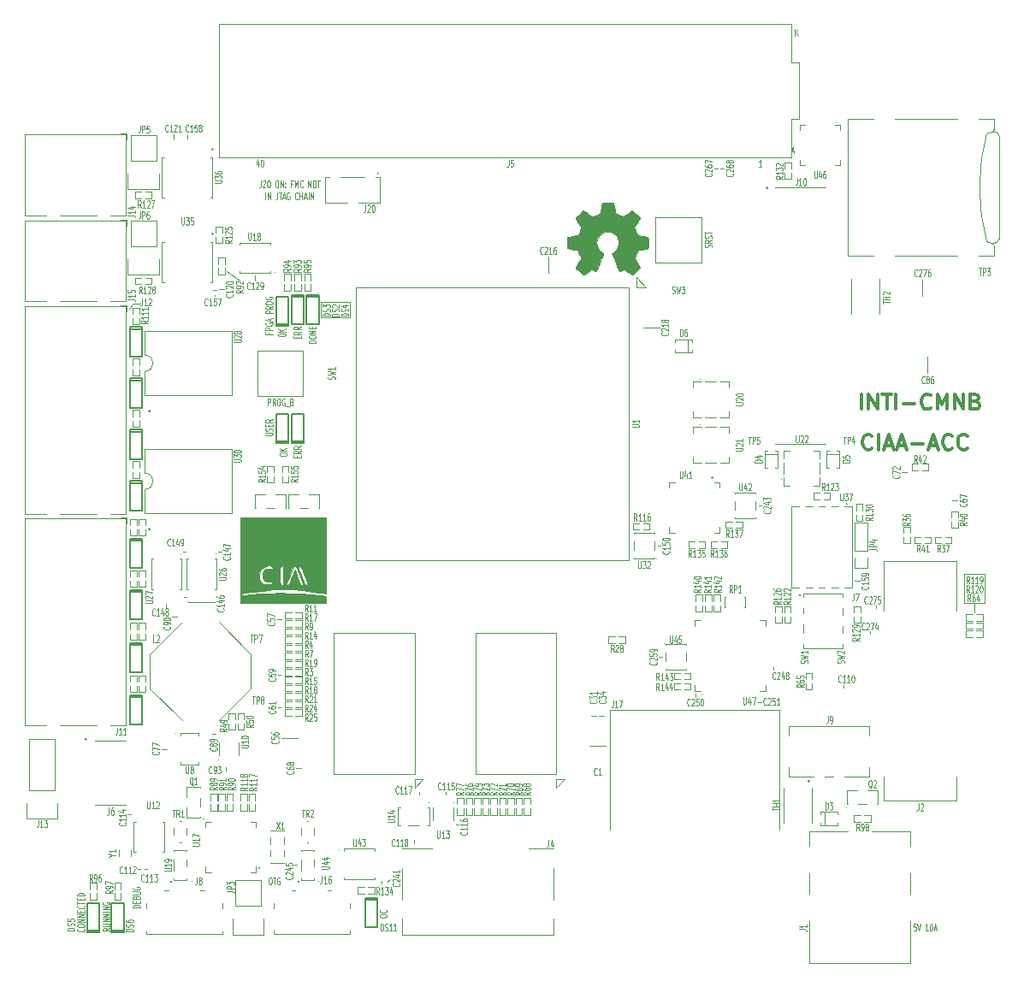
<source format=gbr>
G04 #@! TF.FileFunction,Legend,Top*
%FSLAX46Y46*%
G04 Gerber Fmt 4.6, Leading zero omitted, Abs format (unit mm)*
G04 Created by KiCad (PCBNEW 4.0.6) date Tue Jun 13 11:44:39 2017*
%MOMM*%
%LPD*%
G01*
G04 APERTURE LIST*
%ADD10C,0.101600*%
%ADD11C,0.300000*%
%ADD12C,0.114300*%
%ADD13C,0.127000*%
%ADD14C,0.002540*%
G04 APERTURE END LIST*
D10*
D11*
X112714285Y-68178571D02*
X112714285Y-66678571D01*
X113428571Y-68178571D02*
X113428571Y-66678571D01*
X114285714Y-68178571D01*
X114285714Y-66678571D01*
X114785714Y-66678571D02*
X115642857Y-66678571D01*
X115214286Y-68178571D02*
X115214286Y-66678571D01*
X116142857Y-68178571D02*
X116142857Y-66678571D01*
X116857143Y-67607143D02*
X118000000Y-67607143D01*
X119571429Y-68035714D02*
X119500000Y-68107143D01*
X119285714Y-68178571D01*
X119142857Y-68178571D01*
X118928572Y-68107143D01*
X118785714Y-67964286D01*
X118714286Y-67821429D01*
X118642857Y-67535714D01*
X118642857Y-67321429D01*
X118714286Y-67035714D01*
X118785714Y-66892857D01*
X118928572Y-66750000D01*
X119142857Y-66678571D01*
X119285714Y-66678571D01*
X119500000Y-66750000D01*
X119571429Y-66821429D01*
X120214286Y-68178571D02*
X120214286Y-66678571D01*
X120714286Y-67750000D01*
X121214286Y-66678571D01*
X121214286Y-68178571D01*
X121928572Y-68178571D02*
X121928572Y-66678571D01*
X122785715Y-68178571D01*
X122785715Y-66678571D01*
X124000001Y-67392857D02*
X124214287Y-67464286D01*
X124285715Y-67535714D01*
X124357144Y-67678571D01*
X124357144Y-67892857D01*
X124285715Y-68035714D01*
X124214287Y-68107143D01*
X124071429Y-68178571D01*
X123500001Y-68178571D01*
X123500001Y-66678571D01*
X124000001Y-66678571D01*
X124142858Y-66750000D01*
X124214287Y-66821429D01*
X124285715Y-66964286D01*
X124285715Y-67107143D01*
X124214287Y-67250000D01*
X124142858Y-67321429D01*
X124000001Y-67392857D01*
X123500001Y-67392857D01*
X113750001Y-72035714D02*
X113678572Y-72107143D01*
X113464286Y-72178571D01*
X113321429Y-72178571D01*
X113107144Y-72107143D01*
X112964286Y-71964286D01*
X112892858Y-71821429D01*
X112821429Y-71535714D01*
X112821429Y-71321429D01*
X112892858Y-71035714D01*
X112964286Y-70892857D01*
X113107144Y-70750000D01*
X113321429Y-70678571D01*
X113464286Y-70678571D01*
X113678572Y-70750000D01*
X113750001Y-70821429D01*
X114392858Y-72178571D02*
X114392858Y-70678571D01*
X115035715Y-71750000D02*
X115750001Y-71750000D01*
X114892858Y-72178571D02*
X115392858Y-70678571D01*
X115892858Y-72178571D01*
X116321429Y-71750000D02*
X117035715Y-71750000D01*
X116178572Y-72178571D02*
X116678572Y-70678571D01*
X117178572Y-72178571D01*
X117678572Y-71607143D02*
X118821429Y-71607143D01*
X119464286Y-71750000D02*
X120178572Y-71750000D01*
X119321429Y-72178571D02*
X119821429Y-70678571D01*
X120321429Y-72178571D01*
X121678572Y-72035714D02*
X121607143Y-72107143D01*
X121392857Y-72178571D01*
X121250000Y-72178571D01*
X121035715Y-72107143D01*
X120892857Y-71964286D01*
X120821429Y-71821429D01*
X120750000Y-71535714D01*
X120750000Y-71321429D01*
X120821429Y-71035714D01*
X120892857Y-70892857D01*
X121035715Y-70750000D01*
X121250000Y-70678571D01*
X121392857Y-70678571D01*
X121607143Y-70750000D01*
X121678572Y-70821429D01*
X123178572Y-72035714D02*
X123107143Y-72107143D01*
X122892857Y-72178571D01*
X122750000Y-72178571D01*
X122535715Y-72107143D01*
X122392857Y-71964286D01*
X122321429Y-71821429D01*
X122250000Y-71535714D01*
X122250000Y-71321429D01*
X122321429Y-71035714D01*
X122392857Y-70892857D01*
X122535715Y-70750000D01*
X122750000Y-70678571D01*
X122892857Y-70678571D01*
X123107143Y-70750000D01*
X123178572Y-70821429D01*
D10*
X46100000Y-87300000D02*
X46000000Y-87200000D01*
X48700000Y-87300000D02*
X46100000Y-87300000D01*
D12*
X97887867Y-52151114D02*
X97921733Y-52085800D01*
X97921733Y-51976943D01*
X97887867Y-51933400D01*
X97854000Y-51911629D01*
X97786267Y-51889857D01*
X97718533Y-51889857D01*
X97650800Y-51911629D01*
X97616933Y-51933400D01*
X97583067Y-51976943D01*
X97549200Y-52064029D01*
X97515333Y-52107571D01*
X97481467Y-52129343D01*
X97413733Y-52151114D01*
X97346000Y-52151114D01*
X97278267Y-52129343D01*
X97244400Y-52107571D01*
X97210533Y-52064029D01*
X97210533Y-51955171D01*
X97244400Y-51889857D01*
X97921733Y-51432657D02*
X97583067Y-51585057D01*
X97921733Y-51693914D02*
X97210533Y-51693914D01*
X97210533Y-51519742D01*
X97244400Y-51476200D01*
X97278267Y-51454428D01*
X97346000Y-51432657D01*
X97447600Y-51432657D01*
X97515333Y-51454428D01*
X97549200Y-51476200D01*
X97583067Y-51519742D01*
X97583067Y-51693914D01*
X97887867Y-51258485D02*
X97921733Y-51193171D01*
X97921733Y-51084314D01*
X97887867Y-51040771D01*
X97854000Y-51019000D01*
X97786267Y-50997228D01*
X97718533Y-50997228D01*
X97650800Y-51019000D01*
X97616933Y-51040771D01*
X97583067Y-51084314D01*
X97549200Y-51171400D01*
X97515333Y-51214942D01*
X97481467Y-51236714D01*
X97413733Y-51258485D01*
X97346000Y-51258485D01*
X97278267Y-51236714D01*
X97244400Y-51214942D01*
X97210533Y-51171400D01*
X97210533Y-51062542D01*
X97244400Y-50997228D01*
X97210533Y-50866599D02*
X97210533Y-50605342D01*
X97921733Y-50735971D02*
X97210533Y-50735971D01*
D10*
X123900000Y-87400000D02*
X123900000Y-88300000D01*
X124900000Y-84500000D02*
X122900000Y-84500000D01*
X124900000Y-87400000D02*
X124900000Y-84500000D01*
X122900000Y-87400000D02*
X124900000Y-87400000D01*
X122900000Y-84500000D02*
X122900000Y-87400000D01*
D12*
X118106370Y-119110533D02*
X117888656Y-119110533D01*
X117866885Y-119449200D01*
X117888656Y-119415333D01*
X117932199Y-119381467D01*
X118041056Y-119381467D01*
X118084599Y-119415333D01*
X118106370Y-119449200D01*
X118128142Y-119516933D01*
X118128142Y-119686267D01*
X118106370Y-119754000D01*
X118084599Y-119787867D01*
X118041056Y-119821733D01*
X117932199Y-119821733D01*
X117888656Y-119787867D01*
X117866885Y-119754000D01*
X118258771Y-119110533D02*
X118411171Y-119821733D01*
X118563571Y-119110533D01*
X119303800Y-119821733D02*
X119042543Y-119821733D01*
X119173171Y-119821733D02*
X119173171Y-119110533D01*
X119129628Y-119212133D01*
X119086086Y-119279867D01*
X119042543Y-119313733D01*
X119586829Y-119110533D02*
X119630372Y-119110533D01*
X119673915Y-119144400D01*
X119695686Y-119178267D01*
X119717457Y-119246000D01*
X119739229Y-119381467D01*
X119739229Y-119550800D01*
X119717457Y-119686267D01*
X119695686Y-119754000D01*
X119673915Y-119787867D01*
X119630372Y-119821733D01*
X119586829Y-119821733D01*
X119543286Y-119787867D01*
X119521515Y-119754000D01*
X119499743Y-119686267D01*
X119477972Y-119550800D01*
X119477972Y-119381467D01*
X119499743Y-119246000D01*
X119521515Y-119178267D01*
X119543286Y-119144400D01*
X119586829Y-119110533D01*
X119913401Y-119618533D02*
X120131115Y-119618533D01*
X119869858Y-119821733D02*
X120022258Y-119110533D01*
X120174658Y-119821733D01*
X110987867Y-93309600D02*
X111021733Y-93244286D01*
X111021733Y-93135429D01*
X110987867Y-93091886D01*
X110954000Y-93070115D01*
X110886267Y-93048343D01*
X110818533Y-93048343D01*
X110750800Y-93070115D01*
X110716933Y-93091886D01*
X110683067Y-93135429D01*
X110649200Y-93222515D01*
X110615333Y-93266057D01*
X110581467Y-93287829D01*
X110513733Y-93309600D01*
X110446000Y-93309600D01*
X110378267Y-93287829D01*
X110344400Y-93266057D01*
X110310533Y-93222515D01*
X110310533Y-93113657D01*
X110344400Y-93048343D01*
X110310533Y-92895943D02*
X111021733Y-92787086D01*
X110513733Y-92700000D01*
X111021733Y-92612914D01*
X110310533Y-92504057D01*
X110378267Y-92351657D02*
X110344400Y-92329886D01*
X110310533Y-92286343D01*
X110310533Y-92177486D01*
X110344400Y-92133943D01*
X110378267Y-92112172D01*
X110446000Y-92090400D01*
X110513733Y-92090400D01*
X110615333Y-92112172D01*
X111021733Y-92373429D01*
X111021733Y-92090400D01*
X107387867Y-93309600D02*
X107421733Y-93244286D01*
X107421733Y-93135429D01*
X107387867Y-93091886D01*
X107354000Y-93070115D01*
X107286267Y-93048343D01*
X107218533Y-93048343D01*
X107150800Y-93070115D01*
X107116933Y-93091886D01*
X107083067Y-93135429D01*
X107049200Y-93222515D01*
X107015333Y-93266057D01*
X106981467Y-93287829D01*
X106913733Y-93309600D01*
X106846000Y-93309600D01*
X106778267Y-93287829D01*
X106744400Y-93266057D01*
X106710533Y-93222515D01*
X106710533Y-93113657D01*
X106744400Y-93048343D01*
X106710533Y-92895943D02*
X107421733Y-92787086D01*
X106913733Y-92700000D01*
X107421733Y-92612914D01*
X106710533Y-92504057D01*
X107421733Y-92090400D02*
X107421733Y-92351657D01*
X107421733Y-92221029D02*
X106710533Y-92221029D01*
X106812133Y-92264572D01*
X106879867Y-92308114D01*
X106913733Y-92351657D01*
D10*
X65700000Y-115000000D02*
X66100000Y-114700000D01*
D12*
X54153686Y-114510533D02*
X54240772Y-114510533D01*
X54284314Y-114544400D01*
X54327857Y-114612133D01*
X54349629Y-114747600D01*
X54349629Y-114984667D01*
X54327857Y-115120133D01*
X54284314Y-115187867D01*
X54240772Y-115221733D01*
X54153686Y-115221733D01*
X54110143Y-115187867D01*
X54066600Y-115120133D01*
X54044829Y-114984667D01*
X54044829Y-114747600D01*
X54066600Y-114612133D01*
X54110143Y-114544400D01*
X54153686Y-114510533D01*
X54480257Y-114510533D02*
X54741514Y-114510533D01*
X54610885Y-115221733D02*
X54610885Y-114510533D01*
X55133400Y-114544400D02*
X55089857Y-114510533D01*
X55024543Y-114510533D01*
X54959228Y-114544400D01*
X54915686Y-114612133D01*
X54893914Y-114679867D01*
X54872143Y-114815333D01*
X54872143Y-114916933D01*
X54893914Y-115052400D01*
X54915686Y-115120133D01*
X54959228Y-115187867D01*
X55024543Y-115221733D01*
X55068086Y-115221733D01*
X55133400Y-115187867D01*
X55155171Y-115154000D01*
X55155171Y-114916933D01*
X55068086Y-114916933D01*
X41321733Y-117523257D02*
X40610533Y-117523257D01*
X40610533Y-117414400D01*
X40644400Y-117349085D01*
X40712133Y-117305543D01*
X40779867Y-117283771D01*
X40915333Y-117262000D01*
X41016933Y-117262000D01*
X41152400Y-117283771D01*
X41220133Y-117305543D01*
X41287867Y-117349085D01*
X41321733Y-117414400D01*
X41321733Y-117523257D01*
X40949200Y-117066057D02*
X40949200Y-116913657D01*
X41321733Y-116848343D02*
X41321733Y-117066057D01*
X40610533Y-117066057D01*
X40610533Y-116848343D01*
X40949200Y-116500000D02*
X40983067Y-116434686D01*
X41016933Y-116412914D01*
X41084667Y-116391143D01*
X41186267Y-116391143D01*
X41254000Y-116412914D01*
X41287867Y-116434686D01*
X41321733Y-116478228D01*
X41321733Y-116652400D01*
X40610533Y-116652400D01*
X40610533Y-116500000D01*
X40644400Y-116456457D01*
X40678267Y-116434686D01*
X40746000Y-116412914D01*
X40813733Y-116412914D01*
X40881467Y-116434686D01*
X40915333Y-116456457D01*
X40949200Y-116500000D01*
X40949200Y-116652400D01*
X40610533Y-116195200D02*
X41186267Y-116195200D01*
X41254000Y-116173428D01*
X41287867Y-116151657D01*
X41321733Y-116108114D01*
X41321733Y-116021028D01*
X41287867Y-115977486D01*
X41254000Y-115955714D01*
X41186267Y-115933943D01*
X40610533Y-115933943D01*
X40644400Y-115476743D02*
X40610533Y-115520286D01*
X40610533Y-115585600D01*
X40644400Y-115650915D01*
X40712133Y-115694457D01*
X40779867Y-115716229D01*
X40915333Y-115738000D01*
X41016933Y-115738000D01*
X41152400Y-115716229D01*
X41220133Y-115694457D01*
X41287867Y-115650915D01*
X41321733Y-115585600D01*
X41321733Y-115542057D01*
X41287867Y-115476743D01*
X41254000Y-115454972D01*
X41016933Y-115454972D01*
X41016933Y-115542057D01*
X38321733Y-119553885D02*
X37983067Y-119706285D01*
X38321733Y-119815142D02*
X37610533Y-119815142D01*
X37610533Y-119640970D01*
X37644400Y-119597428D01*
X37678267Y-119575656D01*
X37746000Y-119553885D01*
X37847600Y-119553885D01*
X37915333Y-119575656D01*
X37949200Y-119597428D01*
X37983067Y-119640970D01*
X37983067Y-119815142D01*
X37610533Y-119357942D02*
X38186267Y-119357942D01*
X38254000Y-119336170D01*
X38287867Y-119314399D01*
X38321733Y-119270856D01*
X38321733Y-119183770D01*
X38287867Y-119140228D01*
X38254000Y-119118456D01*
X38186267Y-119096685D01*
X37610533Y-119096685D01*
X38321733Y-118878971D02*
X37610533Y-118878971D01*
X38321733Y-118617714D01*
X37610533Y-118617714D01*
X38321733Y-118400000D02*
X37610533Y-118400000D01*
X38321733Y-118138743D01*
X37610533Y-118138743D01*
X38321733Y-117921029D02*
X37610533Y-117921029D01*
X38321733Y-117703315D02*
X37610533Y-117703315D01*
X38321733Y-117442058D01*
X37610533Y-117442058D01*
X37644400Y-116984858D02*
X37610533Y-117028401D01*
X37610533Y-117093715D01*
X37644400Y-117159030D01*
X37712133Y-117202572D01*
X37779867Y-117224344D01*
X37915333Y-117246115D01*
X38016933Y-117246115D01*
X38152400Y-117224344D01*
X38220133Y-117202572D01*
X38287867Y-117159030D01*
X38321733Y-117093715D01*
X38321733Y-117050172D01*
X38287867Y-116984858D01*
X38254000Y-116963087D01*
X38016933Y-116963087D01*
X38016933Y-117050172D01*
X65010533Y-118372142D02*
X65010533Y-118285056D01*
X65044400Y-118241514D01*
X65112133Y-118197971D01*
X65247600Y-118176199D01*
X65484667Y-118176199D01*
X65620133Y-118197971D01*
X65687867Y-118241514D01*
X65721733Y-118285056D01*
X65721733Y-118372142D01*
X65687867Y-118415685D01*
X65620133Y-118459228D01*
X65484667Y-118480999D01*
X65247600Y-118480999D01*
X65112133Y-118459228D01*
X65044400Y-118415685D01*
X65010533Y-118372142D01*
X65654000Y-117719000D02*
X65687867Y-117740771D01*
X65721733Y-117806085D01*
X65721733Y-117849628D01*
X65687867Y-117914943D01*
X65620133Y-117958485D01*
X65552400Y-117980257D01*
X65416933Y-118002028D01*
X65315333Y-118002028D01*
X65179867Y-117980257D01*
X65112133Y-117958485D01*
X65044400Y-117914943D01*
X65010533Y-117849628D01*
X65010533Y-117806085D01*
X65044400Y-117740771D01*
X65078267Y-117719000D01*
X35754000Y-119621971D02*
X35787867Y-119643742D01*
X35821733Y-119709056D01*
X35821733Y-119752599D01*
X35787867Y-119817914D01*
X35720133Y-119861456D01*
X35652400Y-119883228D01*
X35516933Y-119904999D01*
X35415333Y-119904999D01*
X35279867Y-119883228D01*
X35212133Y-119861456D01*
X35144400Y-119817914D01*
X35110533Y-119752599D01*
X35110533Y-119709056D01*
X35144400Y-119643742D01*
X35178267Y-119621971D01*
X35110533Y-119338942D02*
X35110533Y-119251856D01*
X35144400Y-119208314D01*
X35212133Y-119164771D01*
X35347600Y-119142999D01*
X35584667Y-119142999D01*
X35720133Y-119164771D01*
X35787867Y-119208314D01*
X35821733Y-119251856D01*
X35821733Y-119338942D01*
X35787867Y-119382485D01*
X35720133Y-119426028D01*
X35584667Y-119447799D01*
X35347600Y-119447799D01*
X35212133Y-119426028D01*
X35144400Y-119382485D01*
X35110533Y-119338942D01*
X35821733Y-118947057D02*
X35110533Y-118947057D01*
X35821733Y-118685800D01*
X35110533Y-118685800D01*
X35821733Y-118468086D02*
X35110533Y-118468086D01*
X35821733Y-118206829D01*
X35110533Y-118206829D01*
X35449200Y-117989115D02*
X35449200Y-117836715D01*
X35821733Y-117771401D02*
X35821733Y-117989115D01*
X35110533Y-117989115D01*
X35110533Y-117771401D01*
X35754000Y-117314201D02*
X35787867Y-117335972D01*
X35821733Y-117401286D01*
X35821733Y-117444829D01*
X35787867Y-117510144D01*
X35720133Y-117553686D01*
X35652400Y-117575458D01*
X35516933Y-117597229D01*
X35415333Y-117597229D01*
X35279867Y-117575458D01*
X35212133Y-117553686D01*
X35144400Y-117510144D01*
X35110533Y-117444829D01*
X35110533Y-117401286D01*
X35144400Y-117335972D01*
X35178267Y-117314201D01*
X35110533Y-117183572D02*
X35110533Y-116922315D01*
X35821733Y-117052944D02*
X35110533Y-117052944D01*
X35449200Y-116769915D02*
X35449200Y-116617515D01*
X35821733Y-116552201D02*
X35821733Y-116769915D01*
X35110533Y-116769915D01*
X35110533Y-116552201D01*
X35821733Y-116356258D02*
X35110533Y-116356258D01*
X35110533Y-116247401D01*
X35144400Y-116182086D01*
X35212133Y-116138544D01*
X35279867Y-116116772D01*
X35415333Y-116095001D01*
X35516933Y-116095001D01*
X35652400Y-116116772D01*
X35720133Y-116138544D01*
X35787867Y-116182086D01*
X35821733Y-116247401D01*
X35821733Y-116356258D01*
X38321733Y-119553885D02*
X37983067Y-119706285D01*
X38321733Y-119815142D02*
X37610533Y-119815142D01*
X37610533Y-119640970D01*
X37644400Y-119597428D01*
X37678267Y-119575656D01*
X37746000Y-119553885D01*
X37847600Y-119553885D01*
X37915333Y-119575656D01*
X37949200Y-119597428D01*
X37983067Y-119640970D01*
X37983067Y-119815142D01*
X37610533Y-119357942D02*
X38186267Y-119357942D01*
X38254000Y-119336170D01*
X38287867Y-119314399D01*
X38321733Y-119270856D01*
X38321733Y-119183770D01*
X38287867Y-119140228D01*
X38254000Y-119118456D01*
X38186267Y-119096685D01*
X37610533Y-119096685D01*
X38321733Y-118878971D02*
X37610533Y-118878971D01*
X38321733Y-118617714D01*
X37610533Y-118617714D01*
X38321733Y-118400000D02*
X37610533Y-118400000D01*
X38321733Y-118138743D01*
X37610533Y-118138743D01*
X38321733Y-117921029D02*
X37610533Y-117921029D01*
X38321733Y-117703315D02*
X37610533Y-117703315D01*
X38321733Y-117442058D01*
X37610533Y-117442058D01*
X37644400Y-116984858D02*
X37610533Y-117028401D01*
X37610533Y-117093715D01*
X37644400Y-117159030D01*
X37712133Y-117202572D01*
X37779867Y-117224344D01*
X37915333Y-117246115D01*
X38016933Y-117246115D01*
X38152400Y-117224344D01*
X38220133Y-117202572D01*
X38287867Y-117159030D01*
X38321733Y-117093715D01*
X38321733Y-117050172D01*
X38287867Y-116984858D01*
X38254000Y-116963087D01*
X38016933Y-116963087D01*
X38016933Y-117050172D01*
D10*
X40700000Y-57700000D02*
X40200000Y-58200000D01*
X41300000Y-57700000D02*
X40700000Y-57700000D01*
D12*
X53280601Y-45519983D02*
X53280601Y-46027983D01*
X53258829Y-46129583D01*
X53215286Y-46197317D01*
X53149972Y-46231183D01*
X53106429Y-46231183D01*
X53476544Y-45587717D02*
X53498315Y-45553850D01*
X53541858Y-45519983D01*
X53650715Y-45519983D01*
X53694258Y-45553850D01*
X53716029Y-45587717D01*
X53737801Y-45655450D01*
X53737801Y-45723183D01*
X53716029Y-45824783D01*
X53454772Y-46231183D01*
X53737801Y-46231183D01*
X54020830Y-45519983D02*
X54064373Y-45519983D01*
X54107916Y-45553850D01*
X54129687Y-45587717D01*
X54151458Y-45655450D01*
X54173230Y-45790917D01*
X54173230Y-45960250D01*
X54151458Y-46095717D01*
X54129687Y-46163450D01*
X54107916Y-46197317D01*
X54064373Y-46231183D01*
X54020830Y-46231183D01*
X53977287Y-46197317D01*
X53955516Y-46163450D01*
X53933744Y-46095717D01*
X53911973Y-45960250D01*
X53911973Y-45790917D01*
X53933744Y-45655450D01*
X53955516Y-45587717D01*
X53977287Y-45553850D01*
X54020830Y-45519983D01*
X54804602Y-45519983D02*
X54891688Y-45519983D01*
X54935230Y-45553850D01*
X54978773Y-45621583D01*
X55000545Y-45757050D01*
X55000545Y-45994117D01*
X54978773Y-46129583D01*
X54935230Y-46197317D01*
X54891688Y-46231183D01*
X54804602Y-46231183D01*
X54761059Y-46197317D01*
X54717516Y-46129583D01*
X54695745Y-45994117D01*
X54695745Y-45757050D01*
X54717516Y-45621583D01*
X54761059Y-45553850D01*
X54804602Y-45519983D01*
X55196487Y-46231183D02*
X55196487Y-45519983D01*
X55457744Y-46231183D01*
X55457744Y-45519983D01*
X55675458Y-46163450D02*
X55697230Y-46197317D01*
X55675458Y-46231183D01*
X55653687Y-46197317D01*
X55675458Y-46163450D01*
X55675458Y-46231183D01*
X55675458Y-45790917D02*
X55697230Y-45824783D01*
X55675458Y-45858650D01*
X55653687Y-45824783D01*
X55675458Y-45790917D01*
X55675458Y-45858650D01*
X56393915Y-45858650D02*
X56241515Y-45858650D01*
X56241515Y-46231183D02*
X56241515Y-45519983D01*
X56459229Y-45519983D01*
X56633401Y-46231183D02*
X56633401Y-45519983D01*
X56785801Y-46027983D01*
X56938201Y-45519983D01*
X56938201Y-46231183D01*
X57417172Y-46163450D02*
X57395401Y-46197317D01*
X57330087Y-46231183D01*
X57286544Y-46231183D01*
X57221229Y-46197317D01*
X57177687Y-46129583D01*
X57155915Y-46061850D01*
X57134144Y-45926383D01*
X57134144Y-45824783D01*
X57155915Y-45689317D01*
X57177687Y-45621583D01*
X57221229Y-45553850D01*
X57286544Y-45519983D01*
X57330087Y-45519983D01*
X57395401Y-45553850D01*
X57417172Y-45587717D01*
X57961458Y-46231183D02*
X57961458Y-45519983D01*
X58222715Y-46231183D01*
X58222715Y-45519983D01*
X58527515Y-45519983D02*
X58614601Y-45519983D01*
X58658143Y-45553850D01*
X58701686Y-45621583D01*
X58723458Y-45757050D01*
X58723458Y-45994117D01*
X58701686Y-46129583D01*
X58658143Y-46197317D01*
X58614601Y-46231183D01*
X58527515Y-46231183D01*
X58483972Y-46197317D01*
X58440429Y-46129583D01*
X58418658Y-45994117D01*
X58418658Y-45757050D01*
X58440429Y-45621583D01*
X58483972Y-45553850D01*
X58527515Y-45519983D01*
X58854086Y-45519983D02*
X59115343Y-45519983D01*
X58984714Y-46231183D02*
X58984714Y-45519983D01*
X53726915Y-47412283D02*
X53726915Y-46701083D01*
X53944629Y-47412283D02*
X53944629Y-46701083D01*
X54205886Y-47412283D01*
X54205886Y-46701083D01*
X54902572Y-46701083D02*
X54902572Y-47209083D01*
X54880800Y-47310683D01*
X54837257Y-47378417D01*
X54771943Y-47412283D01*
X54728400Y-47412283D01*
X55054972Y-46701083D02*
X55316229Y-46701083D01*
X55185600Y-47412283D02*
X55185600Y-46701083D01*
X55446858Y-47209083D02*
X55664572Y-47209083D01*
X55403315Y-47412283D02*
X55555715Y-46701083D01*
X55708115Y-47412283D01*
X56100001Y-46734950D02*
X56056458Y-46701083D01*
X55991144Y-46701083D01*
X55925829Y-46734950D01*
X55882287Y-46802683D01*
X55860515Y-46870417D01*
X55838744Y-47005883D01*
X55838744Y-47107483D01*
X55860515Y-47242950D01*
X55882287Y-47310683D01*
X55925829Y-47378417D01*
X55991144Y-47412283D01*
X56034687Y-47412283D01*
X56100001Y-47378417D01*
X56121772Y-47344550D01*
X56121772Y-47107483D01*
X56034687Y-47107483D01*
X56927315Y-47344550D02*
X56905544Y-47378417D01*
X56840230Y-47412283D01*
X56796687Y-47412283D01*
X56731372Y-47378417D01*
X56687830Y-47310683D01*
X56666058Y-47242950D01*
X56644287Y-47107483D01*
X56644287Y-47005883D01*
X56666058Y-46870417D01*
X56687830Y-46802683D01*
X56731372Y-46734950D01*
X56796687Y-46701083D01*
X56840230Y-46701083D01*
X56905544Y-46734950D01*
X56927315Y-46768817D01*
X57123258Y-47412283D02*
X57123258Y-46701083D01*
X57123258Y-47039750D02*
X57384515Y-47039750D01*
X57384515Y-47412283D02*
X57384515Y-46701083D01*
X57580458Y-47209083D02*
X57798172Y-47209083D01*
X57536915Y-47412283D02*
X57689315Y-46701083D01*
X57841715Y-47412283D01*
X57994115Y-47412283D02*
X57994115Y-46701083D01*
X58211829Y-47412283D02*
X58211829Y-46701083D01*
X58473086Y-47412283D01*
X58473086Y-46701083D01*
D10*
X48700000Y-56900000D02*
X48700000Y-57000000D01*
D12*
X53980800Y-67821733D02*
X53980800Y-67110533D01*
X54154972Y-67110533D01*
X54198514Y-67144400D01*
X54220286Y-67178267D01*
X54242057Y-67246000D01*
X54242057Y-67347600D01*
X54220286Y-67415333D01*
X54198514Y-67449200D01*
X54154972Y-67483067D01*
X53980800Y-67483067D01*
X54699257Y-67821733D02*
X54546857Y-67483067D01*
X54438000Y-67821733D02*
X54438000Y-67110533D01*
X54612172Y-67110533D01*
X54655714Y-67144400D01*
X54677486Y-67178267D01*
X54699257Y-67246000D01*
X54699257Y-67347600D01*
X54677486Y-67415333D01*
X54655714Y-67449200D01*
X54612172Y-67483067D01*
X54438000Y-67483067D01*
X54982286Y-67110533D02*
X55069372Y-67110533D01*
X55112914Y-67144400D01*
X55156457Y-67212133D01*
X55178229Y-67347600D01*
X55178229Y-67584667D01*
X55156457Y-67720133D01*
X55112914Y-67787867D01*
X55069372Y-67821733D01*
X54982286Y-67821733D01*
X54938743Y-67787867D01*
X54895200Y-67720133D01*
X54873429Y-67584667D01*
X54873429Y-67347600D01*
X54895200Y-67212133D01*
X54938743Y-67144400D01*
X54982286Y-67110533D01*
X55613657Y-67144400D02*
X55570114Y-67110533D01*
X55504800Y-67110533D01*
X55439485Y-67144400D01*
X55395943Y-67212133D01*
X55374171Y-67279867D01*
X55352400Y-67415333D01*
X55352400Y-67516933D01*
X55374171Y-67652400D01*
X55395943Y-67720133D01*
X55439485Y-67787867D01*
X55504800Y-67821733D01*
X55548343Y-67821733D01*
X55613657Y-67787867D01*
X55635428Y-67754000D01*
X55635428Y-67516933D01*
X55548343Y-67516933D01*
X55722514Y-67889467D02*
X56070857Y-67889467D01*
X56332114Y-67449200D02*
X56397428Y-67483067D01*
X56419200Y-67516933D01*
X56440971Y-67584667D01*
X56440971Y-67686267D01*
X56419200Y-67754000D01*
X56397428Y-67787867D01*
X56353886Y-67821733D01*
X56179714Y-67821733D01*
X56179714Y-67110533D01*
X56332114Y-67110533D01*
X56375657Y-67144400D01*
X56397428Y-67178267D01*
X56419200Y-67246000D01*
X56419200Y-67313733D01*
X56397428Y-67381467D01*
X56375657Y-67415333D01*
X56332114Y-67449200D01*
X56179714Y-67449200D01*
X53710533Y-70783771D02*
X54286267Y-70783771D01*
X54354000Y-70761999D01*
X54387867Y-70740228D01*
X54421733Y-70696685D01*
X54421733Y-70609599D01*
X54387867Y-70566057D01*
X54354000Y-70544285D01*
X54286267Y-70522514D01*
X53710533Y-70522514D01*
X54387867Y-70326571D02*
X54421733Y-70261257D01*
X54421733Y-70152400D01*
X54387867Y-70108857D01*
X54354000Y-70087086D01*
X54286267Y-70065314D01*
X54218533Y-70065314D01*
X54150800Y-70087086D01*
X54116933Y-70108857D01*
X54083067Y-70152400D01*
X54049200Y-70239486D01*
X54015333Y-70283028D01*
X53981467Y-70304800D01*
X53913733Y-70326571D01*
X53846000Y-70326571D01*
X53778267Y-70304800D01*
X53744400Y-70283028D01*
X53710533Y-70239486D01*
X53710533Y-70130628D01*
X53744400Y-70065314D01*
X54049200Y-69869371D02*
X54049200Y-69716971D01*
X54421733Y-69651657D02*
X54421733Y-69869371D01*
X53710533Y-69869371D01*
X53710533Y-69651657D01*
X54421733Y-69194457D02*
X54083067Y-69346857D01*
X54421733Y-69455714D02*
X53710533Y-69455714D01*
X53710533Y-69281542D01*
X53744400Y-69238000D01*
X53778267Y-69216228D01*
X53846000Y-69194457D01*
X53947600Y-69194457D01*
X54015333Y-69216228D01*
X54049200Y-69238000D01*
X54083067Y-69281542D01*
X54083067Y-69455714D01*
X56849200Y-72955171D02*
X56849200Y-72802771D01*
X57221733Y-72737457D02*
X57221733Y-72955171D01*
X56510533Y-72955171D01*
X56510533Y-72737457D01*
X57221733Y-72280257D02*
X56883067Y-72432657D01*
X57221733Y-72541514D02*
X56510533Y-72541514D01*
X56510533Y-72367342D01*
X56544400Y-72323800D01*
X56578267Y-72302028D01*
X56646000Y-72280257D01*
X56747600Y-72280257D01*
X56815333Y-72302028D01*
X56849200Y-72323800D01*
X56883067Y-72367342D01*
X56883067Y-72541514D01*
X57221733Y-71823057D02*
X56883067Y-71975457D01*
X57221733Y-72084314D02*
X56510533Y-72084314D01*
X56510533Y-71910142D01*
X56544400Y-71866600D01*
X56578267Y-71844828D01*
X56646000Y-71823057D01*
X56747600Y-71823057D01*
X56815333Y-71844828D01*
X56849200Y-71866600D01*
X56883067Y-71910142D01*
X56883067Y-72084314D01*
X55110533Y-72672142D02*
X55110533Y-72585056D01*
X55144400Y-72541514D01*
X55212133Y-72497971D01*
X55347600Y-72476199D01*
X55584667Y-72476199D01*
X55720133Y-72497971D01*
X55787867Y-72541514D01*
X55821733Y-72585056D01*
X55821733Y-72672142D01*
X55787867Y-72715685D01*
X55720133Y-72759228D01*
X55584667Y-72780999D01*
X55347600Y-72780999D01*
X55212133Y-72759228D01*
X55144400Y-72715685D01*
X55110533Y-72672142D01*
X55821733Y-72280257D02*
X55110533Y-72280257D01*
X55821733Y-72019000D02*
X55415333Y-72214943D01*
X55110533Y-72019000D02*
X55516933Y-72280257D01*
X54049200Y-60587286D02*
X54049200Y-60739686D01*
X54421733Y-60739686D02*
X53710533Y-60739686D01*
X53710533Y-60521972D01*
X54421733Y-60347800D02*
X53710533Y-60347800D01*
X53710533Y-60173628D01*
X53744400Y-60130086D01*
X53778267Y-60108314D01*
X53846000Y-60086543D01*
X53947600Y-60086543D01*
X54015333Y-60108314D01*
X54049200Y-60130086D01*
X54083067Y-60173628D01*
X54083067Y-60347800D01*
X53744400Y-59651114D02*
X53710533Y-59694657D01*
X53710533Y-59759971D01*
X53744400Y-59825286D01*
X53812133Y-59868828D01*
X53879867Y-59890600D01*
X54015333Y-59912371D01*
X54116933Y-59912371D01*
X54252400Y-59890600D01*
X54320133Y-59868828D01*
X54387867Y-59825286D01*
X54421733Y-59759971D01*
X54421733Y-59716428D01*
X54387867Y-59651114D01*
X54354000Y-59629343D01*
X54116933Y-59629343D01*
X54116933Y-59716428D01*
X54218533Y-59455171D02*
X54218533Y-59237457D01*
X54421733Y-59498714D02*
X53710533Y-59346314D01*
X54421733Y-59193914D01*
X54421733Y-58693171D02*
X53710533Y-58693171D01*
X53710533Y-58518999D01*
X53744400Y-58475457D01*
X53778267Y-58453685D01*
X53846000Y-58431914D01*
X53947600Y-58431914D01*
X54015333Y-58453685D01*
X54049200Y-58475457D01*
X54083067Y-58518999D01*
X54083067Y-58693171D01*
X54421733Y-57974714D02*
X54083067Y-58127114D01*
X54421733Y-58235971D02*
X53710533Y-58235971D01*
X53710533Y-58061799D01*
X53744400Y-58018257D01*
X53778267Y-57996485D01*
X53846000Y-57974714D01*
X53947600Y-57974714D01*
X54015333Y-57996485D01*
X54049200Y-58018257D01*
X54083067Y-58061799D01*
X54083067Y-58235971D01*
X53710533Y-57691685D02*
X53710533Y-57604599D01*
X53744400Y-57561057D01*
X53812133Y-57517514D01*
X53947600Y-57495742D01*
X54184667Y-57495742D01*
X54320133Y-57517514D01*
X54387867Y-57561057D01*
X54421733Y-57604599D01*
X54421733Y-57691685D01*
X54387867Y-57735228D01*
X54320133Y-57778771D01*
X54184667Y-57800542D01*
X53947600Y-57800542D01*
X53812133Y-57778771D01*
X53744400Y-57735228D01*
X53710533Y-57691685D01*
X53744400Y-57060314D02*
X53710533Y-57103857D01*
X53710533Y-57169171D01*
X53744400Y-57234486D01*
X53812133Y-57278028D01*
X53879867Y-57299800D01*
X54015333Y-57321571D01*
X54116933Y-57321571D01*
X54252400Y-57299800D01*
X54320133Y-57278028D01*
X54387867Y-57234486D01*
X54421733Y-57169171D01*
X54421733Y-57125628D01*
X54387867Y-57060314D01*
X54354000Y-57038543D01*
X54116933Y-57038543D01*
X54116933Y-57125628D01*
X56849200Y-61155171D02*
X56849200Y-61002771D01*
X57221733Y-60937457D02*
X57221733Y-61155171D01*
X56510533Y-61155171D01*
X56510533Y-60937457D01*
X57221733Y-60480257D02*
X56883067Y-60632657D01*
X57221733Y-60741514D02*
X56510533Y-60741514D01*
X56510533Y-60567342D01*
X56544400Y-60523800D01*
X56578267Y-60502028D01*
X56646000Y-60480257D01*
X56747600Y-60480257D01*
X56815333Y-60502028D01*
X56849200Y-60523800D01*
X56883067Y-60567342D01*
X56883067Y-60741514D01*
X57221733Y-60023057D02*
X56883067Y-60175457D01*
X57221733Y-60284314D02*
X56510533Y-60284314D01*
X56510533Y-60110142D01*
X56544400Y-60066600D01*
X56578267Y-60044828D01*
X56646000Y-60023057D01*
X56747600Y-60023057D01*
X56815333Y-60044828D01*
X56849200Y-60066600D01*
X56883067Y-60110142D01*
X56883067Y-60284314D01*
X58721733Y-61605542D02*
X58010533Y-61605542D01*
X58010533Y-61496685D01*
X58044400Y-61431370D01*
X58112133Y-61387828D01*
X58179867Y-61366056D01*
X58315333Y-61344285D01*
X58416933Y-61344285D01*
X58552400Y-61366056D01*
X58620133Y-61387828D01*
X58687867Y-61431370D01*
X58721733Y-61496685D01*
X58721733Y-61605542D01*
X58010533Y-61061256D02*
X58010533Y-60974170D01*
X58044400Y-60930628D01*
X58112133Y-60887085D01*
X58247600Y-60865313D01*
X58484667Y-60865313D01*
X58620133Y-60887085D01*
X58687867Y-60930628D01*
X58721733Y-60974170D01*
X58721733Y-61061256D01*
X58687867Y-61104799D01*
X58620133Y-61148342D01*
X58484667Y-61170113D01*
X58247600Y-61170113D01*
X58112133Y-61148342D01*
X58044400Y-61104799D01*
X58010533Y-61061256D01*
X58721733Y-60669371D02*
X58010533Y-60669371D01*
X58721733Y-60408114D01*
X58010533Y-60408114D01*
X58349200Y-60190400D02*
X58349200Y-60038000D01*
X58721733Y-59972686D02*
X58721733Y-60190400D01*
X58010533Y-60190400D01*
X58010533Y-59972686D01*
X55010533Y-60872142D02*
X55010533Y-60785056D01*
X55044400Y-60741514D01*
X55112133Y-60697971D01*
X55247600Y-60676199D01*
X55484667Y-60676199D01*
X55620133Y-60697971D01*
X55687867Y-60741514D01*
X55721733Y-60785056D01*
X55721733Y-60872142D01*
X55687867Y-60915685D01*
X55620133Y-60959228D01*
X55484667Y-60980999D01*
X55247600Y-60980999D01*
X55112133Y-60959228D01*
X55044400Y-60915685D01*
X55010533Y-60872142D01*
X55721733Y-60480257D02*
X55010533Y-60480257D01*
X55721733Y-60219000D02*
X55315333Y-60414943D01*
X55010533Y-60219000D02*
X55416933Y-60480257D01*
D10*
X62100000Y-57600000D02*
X59200000Y-57600000D01*
X62100000Y-59100000D02*
X62100000Y-57600000D01*
X59200000Y-59100000D02*
X62100000Y-59100000D01*
X59200000Y-57600000D02*
X59200000Y-59100000D01*
X49900000Y-54500000D02*
X51200000Y-55400000D01*
X91411200Y-56100000D02*
X90411200Y-55100000D01*
X90411200Y-56100000D02*
X91411200Y-56100000D01*
X90411200Y-55100000D02*
X90411200Y-56100000D01*
X62700000Y-56100000D02*
X89700000Y-56100000D01*
X62700000Y-83100000D02*
X62700000Y-56100000D01*
X89700000Y-83100000D02*
X62700000Y-83100000D01*
X89700000Y-56100000D02*
X89700000Y-83100000D01*
X68500000Y-105611200D02*
X69300000Y-104811200D01*
X68500000Y-104811200D02*
X68500000Y-105611200D01*
X69300000Y-104811200D02*
X68500000Y-104811200D01*
X68500000Y-90300000D02*
X68500000Y-104300000D01*
X60500000Y-90300000D02*
X68500000Y-90300000D01*
X60500000Y-104300000D02*
X60500000Y-90300000D01*
X68500000Y-104300000D02*
X60500000Y-104300000D01*
X82500000Y-105611200D02*
X83300000Y-104811200D01*
X82500000Y-104811200D02*
X82500000Y-105611200D01*
X83300000Y-104811200D02*
X82500000Y-104811200D01*
X82500000Y-90300000D02*
X82500000Y-104300000D01*
X74500000Y-90300000D02*
X82500000Y-90300000D01*
X74500000Y-104300000D02*
X74500000Y-90300000D01*
X82500000Y-104300000D02*
X74500000Y-104300000D01*
X98020711Y-74950000D02*
G75*
G03X98020711Y-74950000I-70711J0D01*
G01*
X98700000Y-75400000D02*
X98150000Y-75400000D01*
X93700000Y-75400000D02*
X94250000Y-75400000D01*
X93700000Y-75950000D02*
X93700000Y-75400000D01*
X93700000Y-80400000D02*
X93700000Y-79850000D01*
X94250000Y-80400000D02*
X93700000Y-80400000D01*
X98700000Y-80400000D02*
X98150000Y-80400000D01*
X98700000Y-75400000D02*
X98700000Y-75950000D01*
X98700000Y-80400000D02*
X98700000Y-79850000D01*
X104613000Y-97926000D02*
X104613000Y-109806000D01*
X87853000Y-97926000D02*
X104613000Y-97926000D01*
X87853000Y-109806000D02*
X87853000Y-97926000D01*
X85800000Y-101500000D02*
X87400000Y-101500000D01*
X55300000Y-100700000D02*
X56900000Y-100700000D01*
X54950000Y-94500000D02*
X55250000Y-94500000D01*
X55250000Y-97700000D02*
X54950000Y-97700000D01*
X122170000Y-77216000D02*
X121670000Y-77216000D01*
X116717000Y-74422000D02*
X117217000Y-74422000D01*
X119253000Y-62954000D02*
X119253000Y-64554000D01*
X48450000Y-100300000D02*
X48750000Y-100300000D01*
X49800000Y-103650000D02*
X49800000Y-103950000D01*
X110900000Y-95481000D02*
X110900000Y-95781000D01*
X41050000Y-113700000D02*
X41350000Y-113700000D01*
X41750000Y-113700000D02*
X42050000Y-113700000D01*
X71600000Y-106350000D02*
X71600000Y-106050000D01*
X72850000Y-109300000D02*
X72550000Y-109300000D01*
X49650000Y-56300000D02*
X49150000Y-56300000D01*
X44600000Y-40950000D02*
X44600000Y-41450000D01*
X52700000Y-55450000D02*
X52700000Y-54950000D01*
X45650000Y-86800000D02*
X45950000Y-86800000D01*
X49050000Y-82300000D02*
X49350000Y-82300000D01*
X43900000Y-87750000D02*
X43900000Y-87450000D01*
X45550000Y-82300000D02*
X45850000Y-82300000D01*
X92850000Y-81700000D02*
X92550000Y-81700000D01*
X112550000Y-85200000D02*
X112050000Y-85200000D01*
X81700000Y-53100000D02*
X81700000Y-54700000D01*
X92700000Y-60100000D02*
X91100000Y-60100000D01*
X102550000Y-77700000D02*
X102850000Y-77700000D01*
X104013000Y-93703000D02*
X104013000Y-94003000D01*
X96266000Y-96670000D02*
X96266000Y-96370000D01*
X102766000Y-97155000D02*
X102466000Y-97155000D01*
X92950000Y-92700000D02*
X92650000Y-92700000D01*
X98448000Y-44323000D02*
X98148000Y-44323000D01*
X99083000Y-44323000D02*
X98783000Y-44323000D01*
X110350000Y-108050000D02*
X110350000Y-108300000D01*
X110350000Y-109350000D02*
X110350000Y-109100000D01*
X108650000Y-108050000D02*
X108650000Y-108300000D01*
X108650000Y-109350000D02*
X108650000Y-109100000D01*
X109050000Y-109350000D02*
X109050000Y-108050000D01*
X108650000Y-108050000D02*
X110350000Y-108050000D01*
X110350000Y-109350000D02*
X108650000Y-109350000D01*
X104450000Y-73950000D02*
X104200000Y-73950000D01*
X103150000Y-73950000D02*
X103400000Y-73950000D01*
X104450000Y-72250000D02*
X104200000Y-72250000D01*
X103150000Y-72250000D02*
X103400000Y-72250000D01*
X103150000Y-72650000D02*
X104450000Y-72650000D01*
X104450000Y-72250000D02*
X104450000Y-73950000D01*
X103150000Y-73950000D02*
X103150000Y-72250000D01*
X110550000Y-73950000D02*
X110300000Y-73950000D01*
X109250000Y-73950000D02*
X109500000Y-73950000D01*
X110550000Y-72250000D02*
X110300000Y-72250000D01*
X109250000Y-72250000D02*
X109500000Y-72250000D01*
X109250000Y-72650000D02*
X110550000Y-72650000D01*
X110550000Y-72250000D02*
X110550000Y-73950000D01*
X109250000Y-73950000D02*
X109250000Y-72250000D01*
X94250000Y-62550000D02*
X94250000Y-62300000D01*
X94250000Y-61250000D02*
X94250000Y-61500000D01*
X95950000Y-62550000D02*
X95950000Y-62300000D01*
X95950000Y-61250000D02*
X95950000Y-61500000D01*
X95550000Y-61250000D02*
X95550000Y-62550000D01*
X95950000Y-62550000D02*
X94250000Y-62550000D01*
X94250000Y-61250000D02*
X95950000Y-61250000D01*
D13*
X56300000Y-59750000D02*
X56300000Y-56850000D01*
X57500000Y-59750000D02*
X57500000Y-56850000D01*
X56300000Y-56850000D02*
X57500000Y-56850000D01*
X56300000Y-57050000D02*
X57500000Y-57050000D01*
X57500000Y-59750000D02*
X56300000Y-59750000D01*
X56000000Y-57050000D02*
X56000000Y-59950000D01*
X54800000Y-57050000D02*
X54800000Y-59950000D01*
X56000000Y-59950000D02*
X54800000Y-59950000D01*
X56000000Y-59750000D02*
X54800000Y-59750000D01*
X54800000Y-57050000D02*
X56000000Y-57050000D01*
X57800000Y-59750000D02*
X57800000Y-56850000D01*
X59000000Y-59750000D02*
X59000000Y-56850000D01*
X57800000Y-56850000D02*
X59000000Y-56850000D01*
X57800000Y-57050000D02*
X59000000Y-57050000D01*
X59000000Y-59750000D02*
X57800000Y-59750000D01*
X37300000Y-117050000D02*
X37300000Y-119950000D01*
X36100000Y-117050000D02*
X36100000Y-119950000D01*
X37300000Y-119950000D02*
X36100000Y-119950000D01*
X37300000Y-119750000D02*
X36100000Y-119750000D01*
X36100000Y-117050000D02*
X37300000Y-117050000D01*
X39700000Y-117050000D02*
X39700000Y-119950000D01*
X38500000Y-117050000D02*
X38500000Y-119950000D01*
X39700000Y-119950000D02*
X38500000Y-119950000D01*
X39700000Y-119750000D02*
X38500000Y-119750000D01*
X38500000Y-117050000D02*
X39700000Y-117050000D01*
X40294000Y-83900000D02*
X40294000Y-81000000D01*
X41494000Y-83900000D02*
X41494000Y-81000000D01*
X40294000Y-81000000D02*
X41494000Y-81000000D01*
X40294000Y-81200000D02*
X41494000Y-81200000D01*
X41494000Y-83900000D02*
X40294000Y-83900000D01*
X40294000Y-88980000D02*
X40294000Y-86080000D01*
X41494000Y-88980000D02*
X41494000Y-86080000D01*
X40294000Y-86080000D02*
X41494000Y-86080000D01*
X40294000Y-86280000D02*
X41494000Y-86280000D01*
X41494000Y-88980000D02*
X40294000Y-88980000D01*
X40294000Y-94251000D02*
X40294000Y-91351000D01*
X41494000Y-94251000D02*
X41494000Y-91351000D01*
X40294000Y-91351000D02*
X41494000Y-91351000D01*
X40294000Y-91551000D02*
X41494000Y-91551000D01*
X41494000Y-94251000D02*
X40294000Y-94251000D01*
X40294000Y-99394000D02*
X40294000Y-96494000D01*
X41494000Y-99394000D02*
X41494000Y-96494000D01*
X40294000Y-96494000D02*
X41494000Y-96494000D01*
X40294000Y-96694000D02*
X41494000Y-96694000D01*
X41494000Y-99394000D02*
X40294000Y-99394000D01*
X63600000Y-119450000D02*
X63600000Y-116550000D01*
X64800000Y-119450000D02*
X64800000Y-116550000D01*
X63600000Y-116550000D02*
X64800000Y-116550000D01*
X63600000Y-116750000D02*
X64800000Y-116750000D01*
X64800000Y-119450000D02*
X63600000Y-119450000D01*
X56000000Y-68650000D02*
X56000000Y-71550000D01*
X54800000Y-68650000D02*
X54800000Y-71550000D01*
X56000000Y-71550000D02*
X54800000Y-71550000D01*
X56000000Y-71350000D02*
X54800000Y-71350000D01*
X54800000Y-68650000D02*
X56000000Y-68650000D01*
X57500000Y-68650000D02*
X57500000Y-71550000D01*
X56300000Y-68650000D02*
X56300000Y-71550000D01*
X57500000Y-71550000D02*
X56300000Y-71550000D01*
X57500000Y-71350000D02*
X56300000Y-71350000D01*
X56300000Y-68650000D02*
X57500000Y-68650000D01*
D10*
X122152200Y-106960000D02*
X122152200Y-104555500D01*
X114887800Y-106955500D02*
X114887800Y-104555500D01*
X114887800Y-106960000D02*
X122152200Y-106960000D01*
X122152200Y-83236400D02*
X122152200Y-88155500D01*
X114887800Y-83236400D02*
X114887800Y-88155500D01*
X114887800Y-83236400D02*
X122152200Y-83236400D01*
X67250000Y-120200000D02*
X67250000Y-118600000D01*
X82250000Y-118600000D02*
X82250000Y-120200000D01*
X67250000Y-116700000D02*
X67250000Y-113650000D01*
X82250000Y-116700000D02*
X82250000Y-113650000D01*
X79750000Y-111700000D02*
X82250000Y-111700000D01*
X67250000Y-111700000D02*
X70250000Y-111700000D01*
X67250000Y-120200000D02*
X82250000Y-120200000D01*
X49450000Y-119850000D02*
X49450000Y-120150000D01*
X41950000Y-120150000D02*
X41950000Y-119850000D01*
X44470711Y-114970000D02*
G75*
G03X44470711Y-114970000I-70711J0D01*
G01*
X47300000Y-115850000D02*
X47650000Y-115850000D01*
X43750000Y-115850000D02*
X44100000Y-115850000D01*
X41950000Y-117100000D02*
X41950000Y-117600000D01*
X49450000Y-117100000D02*
X49450000Y-117600000D01*
X41950000Y-120150000D02*
X49450000Y-120150000D01*
X107550000Y-105000000D02*
G75*
G03X107550000Y-105000000I-50000J0D01*
G01*
X107611803Y-105000000D02*
G75*
G03X107611803Y-105000000I-111803J0D01*
G01*
X109050000Y-104550000D02*
X109950000Y-104550000D01*
X105525000Y-104550000D02*
X105525000Y-103600000D01*
X113475000Y-104550000D02*
X113475000Y-103600000D01*
X113475000Y-99550000D02*
X113475000Y-100500000D01*
X105525000Y-99550000D02*
X105525000Y-100500000D01*
X111050000Y-104550000D02*
X113475000Y-104550000D01*
X105525000Y-104550000D02*
X107950000Y-104550000D01*
X105525000Y-99550000D02*
X113475000Y-99550000D01*
X32870000Y-105870000D02*
X32870000Y-100790000D01*
X32870000Y-100790000D02*
X30330000Y-100790000D01*
X30330000Y-100790000D02*
X30330000Y-105870000D01*
X30050000Y-108690000D02*
X30050000Y-107140000D01*
X30330000Y-105870000D02*
X32870000Y-105870000D01*
X33150000Y-107140000D02*
X33150000Y-108690000D01*
X33150000Y-108690000D02*
X30050000Y-108690000D01*
X62050000Y-119825000D02*
X62050000Y-120125000D01*
X54550000Y-120125000D02*
X54550000Y-119825000D01*
X57070711Y-114945000D02*
G75*
G03X57070711Y-114945000I-70711J0D01*
G01*
X59900000Y-115825000D02*
X60250000Y-115825000D01*
X56350000Y-115825000D02*
X56700000Y-115825000D01*
X54550000Y-117075000D02*
X54550000Y-117575000D01*
X62050000Y-117075000D02*
X62050000Y-117575000D01*
X54550000Y-120125000D02*
X62050000Y-120125000D01*
X126326000Y-41128000D02*
G75*
G03X125926000Y-40728000I-400000J0D01*
G01*
X125926000Y-51728000D02*
G75*
G03X126326000Y-51328000I0J400000D01*
G01*
X126326000Y-51328000D02*
X126326000Y-41128000D01*
X125576000Y-40728000D02*
X125926000Y-40728000D01*
X125576000Y-51728000D02*
X125926000Y-51728000D01*
X125226000Y-40803000D02*
X125676000Y-40703000D01*
X125101496Y-40925189D02*
G75*
G02X125226000Y-40803000I149504J-27811D01*
G01*
X125826000Y-40503000D02*
G75*
G02X125676000Y-40703000I-175000J-25000D01*
G01*
X125826000Y-51953000D02*
G75*
G03X125676000Y-51753000I-175000J25000D01*
G01*
X125226000Y-51653000D02*
X125676000Y-51753000D01*
X125826000Y-53028000D02*
X125826000Y-51953000D01*
X125101496Y-51530811D02*
G75*
G03X125226000Y-51653000I149504J27811D01*
G01*
X125101812Y-40924951D02*
G75*
G03X125101000Y-51528000I19924188J-5303049D01*
G01*
X125826000Y-39428000D02*
X125826000Y-40503000D01*
X113901000Y-53028000D02*
X111326000Y-53028000D01*
X111326000Y-53028000D02*
X111326000Y-39428000D01*
X111326000Y-39428000D02*
X113901000Y-39428000D01*
X125826000Y-39428000D02*
X124351000Y-39428000D01*
X125826000Y-53028000D02*
X124351000Y-53028000D01*
X122201000Y-39428000D02*
X116051000Y-39428000D01*
X116051000Y-53028000D02*
X122201000Y-53028000D01*
X50730000Y-117370000D02*
X50730000Y-114830000D01*
X50450000Y-120190000D02*
X50450000Y-118640000D01*
X50730000Y-117370000D02*
X53270000Y-117370000D01*
X53550000Y-118640000D02*
X53550000Y-120190000D01*
X53550000Y-120190000D02*
X50450000Y-120190000D01*
X53270000Y-117370000D02*
X53270000Y-114830000D01*
X53270000Y-114830000D02*
X50730000Y-114830000D01*
X113269000Y-82231000D02*
X113269000Y-79391000D01*
X113269000Y-79391000D02*
X112029000Y-79391000D01*
X112029000Y-79391000D02*
X112029000Y-82231000D01*
X112029000Y-82231000D02*
X113269000Y-82231000D01*
X113269000Y-83931000D02*
X113269000Y-82911000D01*
X113269000Y-83931000D02*
X112029000Y-83931000D01*
X112029000Y-83931000D02*
X112029000Y-82911000D01*
X40386000Y-43561000D02*
X40386000Y-41021000D01*
X40106000Y-46381000D02*
X40106000Y-44831000D01*
X40386000Y-43561000D02*
X42926000Y-43561000D01*
X43206000Y-44831000D02*
X43206000Y-46381000D01*
X43206000Y-46381000D02*
X40106000Y-46381000D01*
X42926000Y-43561000D02*
X42926000Y-41021000D01*
X42926000Y-41021000D02*
X40386000Y-41021000D01*
X40386000Y-52070000D02*
X40386000Y-49530000D01*
X40106000Y-54890000D02*
X40106000Y-53340000D01*
X40386000Y-52070000D02*
X42926000Y-52070000D01*
X43206000Y-53340000D02*
X43206000Y-54890000D01*
X43206000Y-54890000D02*
X40106000Y-54890000D01*
X42926000Y-52070000D02*
X42926000Y-49530000D01*
X42926000Y-49530000D02*
X40386000Y-49530000D01*
X52300000Y-95800000D02*
X49150000Y-98950000D01*
X52300000Y-92400000D02*
X49150000Y-89250000D01*
X42300000Y-92400000D02*
X45450000Y-89250000D01*
X42300000Y-95800000D02*
X45450000Y-98950000D01*
X52300000Y-95800000D02*
X52300000Y-92400000D01*
X42300000Y-95800000D02*
X42300000Y-92400000D01*
X47300000Y-105600000D02*
X47300000Y-105650000D01*
X47300000Y-108600000D02*
X47300000Y-108550000D01*
X47300000Y-107550000D02*
X47300000Y-106650000D01*
X47650000Y-108700000D02*
G75*
G03X47650000Y-108700000I-50000J0D01*
G01*
X45900000Y-106600000D02*
X45900000Y-105600000D01*
X45900000Y-108600000D02*
X45900000Y-107600000D01*
X45900000Y-105600000D02*
X47300000Y-105600000D01*
X47300000Y-108600000D02*
X45900000Y-108600000D01*
X114300000Y-107300000D02*
X114250000Y-107300000D01*
X111300000Y-107300000D02*
X111350000Y-107300000D01*
X112350000Y-107300000D02*
X113250000Y-107300000D01*
X111250000Y-107600000D02*
G75*
G03X111250000Y-107600000I-50000J0D01*
G01*
X113300000Y-105900000D02*
X114300000Y-105900000D01*
X111300000Y-105900000D02*
X112300000Y-105900000D01*
X114300000Y-105900000D02*
X114300000Y-107300000D01*
X111300000Y-107300000D02*
X111300000Y-105900000D01*
X55700000Y-78000000D02*
X55650000Y-78000000D01*
X52700000Y-78000000D02*
X52750000Y-78000000D01*
X53750000Y-78000000D02*
X54650000Y-78000000D01*
X52650000Y-78300000D02*
G75*
G03X52650000Y-78300000I-50000J0D01*
G01*
X54700000Y-76600000D02*
X55700000Y-76600000D01*
X52700000Y-76600000D02*
X53700000Y-76600000D01*
X55700000Y-76600000D02*
X55700000Y-78000000D01*
X52700000Y-78000000D02*
X52700000Y-76600000D01*
X59000000Y-78000000D02*
X58950000Y-78000000D01*
X56000000Y-78000000D02*
X56050000Y-78000000D01*
X57050000Y-78000000D02*
X57950000Y-78000000D01*
X55950000Y-78300000D02*
G75*
G03X55950000Y-78300000I-50000J0D01*
G01*
X58000000Y-76600000D02*
X59000000Y-76600000D01*
X56000000Y-76600000D02*
X57000000Y-76600000D01*
X59000000Y-76600000D02*
X59000000Y-78000000D01*
X56000000Y-78000000D02*
X56000000Y-76600000D01*
X57320000Y-94520000D02*
X56700000Y-94520000D01*
X57320000Y-93880000D02*
X57320000Y-94520000D01*
X56700000Y-93880000D02*
X57320000Y-93880000D01*
X55680000Y-94520000D02*
X56300000Y-94520000D01*
X55680000Y-93880000D02*
X55680000Y-94520000D01*
X56300000Y-93880000D02*
X55680000Y-93880000D01*
X57320000Y-92120000D02*
X56700000Y-92120000D01*
X57320000Y-91480000D02*
X57320000Y-92120000D01*
X56700000Y-91480000D02*
X57320000Y-91480000D01*
X55680000Y-92120000D02*
X56300000Y-92120000D01*
X55680000Y-91480000D02*
X55680000Y-92120000D01*
X56300000Y-91480000D02*
X55680000Y-91480000D01*
X57320000Y-92920000D02*
X56700000Y-92920000D01*
X57320000Y-92280000D02*
X57320000Y-92920000D01*
X56700000Y-92280000D02*
X57320000Y-92280000D01*
X55680000Y-92920000D02*
X56300000Y-92920000D01*
X55680000Y-92280000D02*
X55680000Y-92920000D01*
X56300000Y-92280000D02*
X55680000Y-92280000D01*
X57320000Y-90520000D02*
X56700000Y-90520000D01*
X57320000Y-89880000D02*
X57320000Y-90520000D01*
X56700000Y-89880000D02*
X57320000Y-89880000D01*
X55680000Y-90520000D02*
X56300000Y-90520000D01*
X55680000Y-89880000D02*
X55680000Y-90520000D01*
X56300000Y-89880000D02*
X55680000Y-89880000D01*
X57320000Y-88920000D02*
X56700000Y-88920000D01*
X57320000Y-88280000D02*
X57320000Y-88920000D01*
X56700000Y-88280000D02*
X57320000Y-88280000D01*
X55680000Y-88920000D02*
X56300000Y-88920000D01*
X55680000Y-88280000D02*
X55680000Y-88920000D01*
X56300000Y-88280000D02*
X55680000Y-88280000D01*
X57320000Y-91320000D02*
X56700000Y-91320000D01*
X57320000Y-90680000D02*
X57320000Y-91320000D01*
X56700000Y-90680000D02*
X57320000Y-90680000D01*
X55680000Y-91320000D02*
X56300000Y-91320000D01*
X55680000Y-90680000D02*
X55680000Y-91320000D01*
X56300000Y-90680000D02*
X55680000Y-90680000D01*
X57320000Y-95320000D02*
X56700000Y-95320000D01*
X57320000Y-94680000D02*
X57320000Y-95320000D01*
X56700000Y-94680000D02*
X57320000Y-94680000D01*
X55680000Y-95320000D02*
X56300000Y-95320000D01*
X55680000Y-94680000D02*
X55680000Y-95320000D01*
X56300000Y-94680000D02*
X55680000Y-94680000D01*
X57320000Y-89720000D02*
X56700000Y-89720000D01*
X57320000Y-89080000D02*
X57320000Y-89720000D01*
X56700000Y-89080000D02*
X57320000Y-89080000D01*
X55680000Y-89720000D02*
X56300000Y-89720000D01*
X55680000Y-89080000D02*
X55680000Y-89720000D01*
X56300000Y-89080000D02*
X55680000Y-89080000D01*
X57320000Y-96120000D02*
X56700000Y-96120000D01*
X57320000Y-95480000D02*
X57320000Y-96120000D01*
X56700000Y-95480000D02*
X57320000Y-95480000D01*
X55680000Y-96120000D02*
X56300000Y-96120000D01*
X55680000Y-95480000D02*
X55680000Y-96120000D01*
X56300000Y-95480000D02*
X55680000Y-95480000D01*
X57320000Y-93720000D02*
X56700000Y-93720000D01*
X57320000Y-93080000D02*
X57320000Y-93720000D01*
X56700000Y-93080000D02*
X57320000Y-93080000D01*
X55680000Y-93720000D02*
X56300000Y-93720000D01*
X55680000Y-93080000D02*
X55680000Y-93720000D01*
X56300000Y-93080000D02*
X55680000Y-93080000D01*
X57320000Y-96920000D02*
X56700000Y-96920000D01*
X57320000Y-96280000D02*
X57320000Y-96920000D01*
X56700000Y-96280000D02*
X57320000Y-96280000D01*
X55680000Y-96920000D02*
X56300000Y-96920000D01*
X55680000Y-96280000D02*
X55680000Y-96920000D01*
X56300000Y-96280000D02*
X55680000Y-96280000D01*
X57320000Y-97720000D02*
X56700000Y-97720000D01*
X57320000Y-97080000D02*
X57320000Y-97720000D01*
X56700000Y-97080000D02*
X57320000Y-97080000D01*
X55680000Y-97720000D02*
X56300000Y-97720000D01*
X55680000Y-97080000D02*
X55680000Y-97720000D01*
X56300000Y-97080000D02*
X55680000Y-97080000D01*
X57320000Y-98520000D02*
X56700000Y-98520000D01*
X57320000Y-97880000D02*
X57320000Y-98520000D01*
X56700000Y-97880000D02*
X57320000Y-97880000D01*
X55680000Y-98520000D02*
X56300000Y-98520000D01*
X55680000Y-97880000D02*
X55680000Y-98520000D01*
X56300000Y-97880000D02*
X55680000Y-97880000D01*
X87680000Y-90680000D02*
X88300000Y-90680000D01*
X87680000Y-91320000D02*
X87680000Y-90680000D01*
X88300000Y-91320000D02*
X87680000Y-91320000D01*
X89320000Y-90680000D02*
X88700000Y-90680000D01*
X89320000Y-91320000D02*
X89320000Y-90680000D01*
X88700000Y-91320000D02*
X89320000Y-91320000D01*
X116901000Y-81465000D02*
X116901000Y-80845000D01*
X117541000Y-81465000D02*
X116901000Y-81465000D01*
X117541000Y-80845000D02*
X117541000Y-81465000D01*
X116901000Y-79825000D02*
X116901000Y-80445000D01*
X117541000Y-79825000D02*
X116901000Y-79825000D01*
X117541000Y-80445000D02*
X117541000Y-79825000D01*
X119957000Y-80833000D02*
X120577000Y-80833000D01*
X119957000Y-81473000D02*
X119957000Y-80833000D01*
X120577000Y-81473000D02*
X119957000Y-81473000D01*
X121597000Y-80833000D02*
X120977000Y-80833000D01*
X121597000Y-81473000D02*
X121597000Y-80833000D01*
X120977000Y-81473000D02*
X121597000Y-81473000D01*
X122240000Y-78301000D02*
X122240000Y-78921000D01*
X121600000Y-78301000D02*
X122240000Y-78301000D01*
X121600000Y-78921000D02*
X121600000Y-78301000D01*
X122240000Y-79941000D02*
X122240000Y-79321000D01*
X121600000Y-79941000D02*
X122240000Y-79941000D01*
X121600000Y-79321000D02*
X121600000Y-79941000D01*
X119565000Y-81473000D02*
X118945000Y-81473000D01*
X119565000Y-80833000D02*
X119565000Y-81473000D01*
X118945000Y-80833000D02*
X119565000Y-80833000D01*
X117925000Y-81473000D02*
X118545000Y-81473000D01*
X117925000Y-80833000D02*
X117925000Y-81473000D01*
X118545000Y-80833000D02*
X117925000Y-80833000D01*
X119311000Y-74234000D02*
X118691000Y-74234000D01*
X119311000Y-73594000D02*
X119311000Y-74234000D01*
X118691000Y-73594000D02*
X119311000Y-73594000D01*
X117671000Y-74234000D02*
X118291000Y-74234000D01*
X117671000Y-73594000D02*
X117671000Y-74234000D01*
X118291000Y-73594000D02*
X117671000Y-73594000D01*
X50080000Y-99920000D02*
X50080000Y-99300000D01*
X50720000Y-99920000D02*
X50080000Y-99920000D01*
X50720000Y-99300000D02*
X50720000Y-99920000D01*
X50080000Y-98280000D02*
X50080000Y-98900000D01*
X50720000Y-98280000D02*
X50080000Y-98280000D01*
X50720000Y-98900000D02*
X50720000Y-98280000D01*
X50980000Y-99920000D02*
X50980000Y-99300000D01*
X51620000Y-99920000D02*
X50980000Y-99920000D01*
X51620000Y-99300000D02*
X51620000Y-99920000D01*
X50980000Y-98280000D02*
X50980000Y-98900000D01*
X51620000Y-98280000D02*
X50980000Y-98280000D01*
X51620000Y-98900000D02*
X51620000Y-98280000D01*
X123080000Y-90080000D02*
X123700000Y-90080000D01*
X123080000Y-90720000D02*
X123080000Y-90080000D01*
X123700000Y-90720000D02*
X123080000Y-90720000D01*
X124720000Y-90080000D02*
X124100000Y-90080000D01*
X124720000Y-90720000D02*
X124720000Y-90080000D01*
X124100000Y-90720000D02*
X124720000Y-90720000D01*
X107815000Y-94311000D02*
X107815000Y-94931000D01*
X107175000Y-94311000D02*
X107815000Y-94311000D01*
X107175000Y-94931000D02*
X107175000Y-94311000D01*
X107815000Y-95951000D02*
X107815000Y-95331000D01*
X107175000Y-95951000D02*
X107815000Y-95951000D01*
X107175000Y-95331000D02*
X107175000Y-95951000D01*
X79280000Y-108320000D02*
X79280000Y-107700000D01*
X79920000Y-108320000D02*
X79280000Y-108320000D01*
X79920000Y-107700000D02*
X79920000Y-108320000D01*
X79280000Y-106680000D02*
X79280000Y-107300000D01*
X79920000Y-106680000D02*
X79280000Y-106680000D01*
X79920000Y-107300000D02*
X79920000Y-106680000D01*
X78480000Y-108320000D02*
X78480000Y-107700000D01*
X79120000Y-108320000D02*
X78480000Y-108320000D01*
X79120000Y-107700000D02*
X79120000Y-108320000D01*
X78480000Y-106680000D02*
X78480000Y-107300000D01*
X79120000Y-106680000D02*
X78480000Y-106680000D01*
X79120000Y-107300000D02*
X79120000Y-106680000D01*
X77680000Y-108320000D02*
X77680000Y-107700000D01*
X78320000Y-108320000D02*
X77680000Y-108320000D01*
X78320000Y-107700000D02*
X78320000Y-108320000D01*
X77680000Y-106680000D02*
X77680000Y-107300000D01*
X78320000Y-106680000D02*
X77680000Y-106680000D01*
X78320000Y-107300000D02*
X78320000Y-106680000D01*
X76880000Y-108320000D02*
X76880000Y-107700000D01*
X77520000Y-108320000D02*
X76880000Y-108320000D01*
X77520000Y-107700000D02*
X77520000Y-108320000D01*
X76880000Y-106680000D02*
X76880000Y-107300000D01*
X77520000Y-106680000D02*
X76880000Y-106680000D01*
X77520000Y-107300000D02*
X77520000Y-106680000D01*
X75980000Y-108320000D02*
X75980000Y-107700000D01*
X76620000Y-108320000D02*
X75980000Y-108320000D01*
X76620000Y-107700000D02*
X76620000Y-108320000D01*
X75980000Y-106680000D02*
X75980000Y-107300000D01*
X76620000Y-106680000D02*
X75980000Y-106680000D01*
X76620000Y-107300000D02*
X76620000Y-106680000D01*
X75180000Y-108320000D02*
X75180000Y-107700000D01*
X75820000Y-108320000D02*
X75180000Y-108320000D01*
X75820000Y-107700000D02*
X75820000Y-108320000D01*
X75180000Y-106680000D02*
X75180000Y-107300000D01*
X75820000Y-106680000D02*
X75180000Y-106680000D01*
X75820000Y-107300000D02*
X75820000Y-106680000D01*
X74380000Y-108320000D02*
X74380000Y-107700000D01*
X75020000Y-108320000D02*
X74380000Y-108320000D01*
X75020000Y-107700000D02*
X75020000Y-108320000D01*
X74380000Y-106680000D02*
X74380000Y-107300000D01*
X75020000Y-106680000D02*
X74380000Y-106680000D01*
X75020000Y-107300000D02*
X75020000Y-106680000D01*
X73580000Y-108320000D02*
X73580000Y-107700000D01*
X74220000Y-108320000D02*
X73580000Y-108320000D01*
X74220000Y-107700000D02*
X74220000Y-108320000D01*
X73580000Y-106680000D02*
X73580000Y-107300000D01*
X74220000Y-106680000D02*
X73580000Y-106680000D01*
X74220000Y-107300000D02*
X74220000Y-106680000D01*
X73320000Y-106680000D02*
X73320000Y-107300000D01*
X72680000Y-106680000D02*
X73320000Y-106680000D01*
X72680000Y-107300000D02*
X72680000Y-106680000D01*
X73320000Y-108320000D02*
X73320000Y-107700000D01*
X72680000Y-108320000D02*
X73320000Y-108320000D01*
X72680000Y-107700000D02*
X72680000Y-108320000D01*
X48920000Y-106280000D02*
X48920000Y-106900000D01*
X48280000Y-106280000D02*
X48920000Y-106280000D01*
X48280000Y-106900000D02*
X48280000Y-106280000D01*
X48920000Y-107920000D02*
X48920000Y-107300000D01*
X48280000Y-107920000D02*
X48920000Y-107920000D01*
X48280000Y-107300000D02*
X48280000Y-107920000D01*
X49880000Y-107920000D02*
X49880000Y-107300000D01*
X50520000Y-107920000D02*
X49880000Y-107920000D01*
X50520000Y-107300000D02*
X50520000Y-107920000D01*
X49880000Y-106280000D02*
X49880000Y-106900000D01*
X50520000Y-106280000D02*
X49880000Y-106280000D01*
X50520000Y-106900000D02*
X50520000Y-106280000D01*
X49080000Y-107920000D02*
X49080000Y-107300000D01*
X49720000Y-107920000D02*
X49080000Y-107920000D01*
X49720000Y-107300000D02*
X49720000Y-107920000D01*
X49080000Y-106280000D02*
X49080000Y-106900000D01*
X49720000Y-106280000D02*
X49080000Y-106280000D01*
X49720000Y-106900000D02*
X49720000Y-106280000D01*
X49080000Y-54820000D02*
X49080000Y-54200000D01*
X49720000Y-54820000D02*
X49080000Y-54820000D01*
X49720000Y-54200000D02*
X49720000Y-54820000D01*
X49080000Y-53180000D02*
X49080000Y-53800000D01*
X49720000Y-53180000D02*
X49080000Y-53180000D01*
X49720000Y-53800000D02*
X49720000Y-53180000D01*
X57220000Y-54780000D02*
X57220000Y-55400000D01*
X56580000Y-54780000D02*
X57220000Y-54780000D01*
X56580000Y-55400000D02*
X56580000Y-54780000D01*
X57220000Y-56420000D02*
X57220000Y-55800000D01*
X56580000Y-56420000D02*
X57220000Y-56420000D01*
X56580000Y-55800000D02*
X56580000Y-56420000D01*
X56220000Y-54780000D02*
X56220000Y-55400000D01*
X55580000Y-54780000D02*
X56220000Y-54780000D01*
X55580000Y-55400000D02*
X55580000Y-54780000D01*
X56220000Y-56420000D02*
X56220000Y-55800000D01*
X55580000Y-56420000D02*
X56220000Y-56420000D01*
X55580000Y-55800000D02*
X55580000Y-56420000D01*
X58220000Y-54780000D02*
X58220000Y-55400000D01*
X57580000Y-54780000D02*
X58220000Y-54780000D01*
X57580000Y-55400000D02*
X57580000Y-54780000D01*
X58220000Y-56420000D02*
X58220000Y-55800000D01*
X57580000Y-56420000D02*
X58220000Y-56420000D01*
X57580000Y-55800000D02*
X57580000Y-56420000D01*
X37020000Y-115080000D02*
X37020000Y-115700000D01*
X36380000Y-115080000D02*
X37020000Y-115080000D01*
X36380000Y-115700000D02*
X36380000Y-115080000D01*
X37020000Y-116720000D02*
X37020000Y-116100000D01*
X36380000Y-116720000D02*
X37020000Y-116720000D01*
X36380000Y-116100000D02*
X36380000Y-116720000D01*
X39420000Y-115080000D02*
X39420000Y-115700000D01*
X38780000Y-115080000D02*
X39420000Y-115080000D01*
X38780000Y-115700000D02*
X38780000Y-115080000D01*
X39420000Y-116720000D02*
X39420000Y-116100000D01*
X38780000Y-116720000D02*
X39420000Y-116720000D01*
X38780000Y-116100000D02*
X38780000Y-116720000D01*
X113620000Y-109020000D02*
X113000000Y-109020000D01*
X113620000Y-108380000D02*
X113620000Y-109020000D01*
X113000000Y-108380000D02*
X113620000Y-108380000D01*
X111980000Y-109020000D02*
X112600000Y-109020000D01*
X111980000Y-108380000D02*
X111980000Y-109020000D01*
X112600000Y-108380000D02*
X111980000Y-108380000D01*
X40960000Y-79063000D02*
X40960000Y-79683000D01*
X40320000Y-79063000D02*
X40960000Y-79063000D01*
X40320000Y-79683000D02*
X40320000Y-79063000D01*
X40960000Y-80703000D02*
X40960000Y-80083000D01*
X40320000Y-80703000D02*
X40960000Y-80703000D01*
X40320000Y-80083000D02*
X40320000Y-80703000D01*
X40960000Y-84143000D02*
X40960000Y-84763000D01*
X40320000Y-84143000D02*
X40960000Y-84143000D01*
X40320000Y-84763000D02*
X40320000Y-84143000D01*
X40960000Y-85783000D02*
X40960000Y-85163000D01*
X40320000Y-85783000D02*
X40960000Y-85783000D01*
X40320000Y-85163000D02*
X40320000Y-85783000D01*
X40960000Y-89350000D02*
X40960000Y-89970000D01*
X40320000Y-89350000D02*
X40960000Y-89350000D01*
X40320000Y-89970000D02*
X40320000Y-89350000D01*
X40960000Y-90990000D02*
X40960000Y-90370000D01*
X40320000Y-90990000D02*
X40960000Y-90990000D01*
X40320000Y-90370000D02*
X40320000Y-90990000D01*
X40960000Y-94557000D02*
X40960000Y-95177000D01*
X40320000Y-94557000D02*
X40960000Y-94557000D01*
X40320000Y-95177000D02*
X40320000Y-94557000D01*
X40960000Y-96197000D02*
X40960000Y-95577000D01*
X40320000Y-96197000D02*
X40960000Y-96197000D01*
X40320000Y-95577000D02*
X40320000Y-96197000D01*
X41209000Y-80695000D02*
X41209000Y-80075000D01*
X41849000Y-80695000D02*
X41209000Y-80695000D01*
X41849000Y-80075000D02*
X41849000Y-80695000D01*
X41209000Y-79055000D02*
X41209000Y-79675000D01*
X41849000Y-79055000D02*
X41209000Y-79055000D01*
X41849000Y-79675000D02*
X41849000Y-79055000D01*
X41209000Y-85783000D02*
X41209000Y-85163000D01*
X41849000Y-85783000D02*
X41209000Y-85783000D01*
X41849000Y-85163000D02*
X41849000Y-85783000D01*
X41209000Y-84143000D02*
X41209000Y-84763000D01*
X41849000Y-84143000D02*
X41209000Y-84143000D01*
X41849000Y-84763000D02*
X41849000Y-84143000D01*
X41209000Y-90990000D02*
X41209000Y-90370000D01*
X41849000Y-90990000D02*
X41209000Y-90990000D01*
X41849000Y-90370000D02*
X41849000Y-90990000D01*
X41209000Y-89350000D02*
X41209000Y-89970000D01*
X41849000Y-89350000D02*
X41209000Y-89350000D01*
X41849000Y-89970000D02*
X41849000Y-89350000D01*
X41209000Y-96197000D02*
X41209000Y-95577000D01*
X41849000Y-96197000D02*
X41209000Y-96197000D01*
X41849000Y-95577000D02*
X41849000Y-96197000D01*
X41209000Y-94557000D02*
X41209000Y-95177000D01*
X41849000Y-94557000D02*
X41209000Y-94557000D01*
X41849000Y-95177000D02*
X41849000Y-94557000D01*
X41214000Y-58116000D02*
X41214000Y-58736000D01*
X40574000Y-58116000D02*
X41214000Y-58116000D01*
X40574000Y-58736000D02*
X40574000Y-58116000D01*
X41214000Y-59756000D02*
X41214000Y-59136000D01*
X40574000Y-59756000D02*
X41214000Y-59756000D01*
X40574000Y-59136000D02*
X40574000Y-59756000D01*
X41214000Y-63188000D02*
X41214000Y-63808000D01*
X40574000Y-63188000D02*
X41214000Y-63188000D01*
X40574000Y-63808000D02*
X40574000Y-63188000D01*
X41214000Y-64828000D02*
X41214000Y-64208000D01*
X40574000Y-64828000D02*
X41214000Y-64828000D01*
X40574000Y-64208000D02*
X40574000Y-64828000D01*
X41214000Y-68268000D02*
X41214000Y-68888000D01*
X40574000Y-68268000D02*
X41214000Y-68268000D01*
X40574000Y-68888000D02*
X40574000Y-68268000D01*
X41214000Y-69908000D02*
X41214000Y-69288000D01*
X40574000Y-69908000D02*
X41214000Y-69908000D01*
X40574000Y-69288000D02*
X40574000Y-69908000D01*
X41214000Y-73348000D02*
X41214000Y-73968000D01*
X40574000Y-73348000D02*
X41214000Y-73348000D01*
X40574000Y-73968000D02*
X40574000Y-73348000D01*
X41214000Y-74988000D02*
X41214000Y-74368000D01*
X40574000Y-74988000D02*
X41214000Y-74988000D01*
X40574000Y-74368000D02*
X40574000Y-74988000D01*
X90080000Y-79480000D02*
X90700000Y-79480000D01*
X90080000Y-80120000D02*
X90080000Y-79480000D01*
X90700000Y-80120000D02*
X90080000Y-80120000D01*
X91720000Y-79480000D02*
X91100000Y-79480000D01*
X91720000Y-80120000D02*
X91720000Y-79480000D01*
X91100000Y-80120000D02*
X91720000Y-80120000D01*
X52720000Y-106280000D02*
X52720000Y-106900000D01*
X52080000Y-106280000D02*
X52720000Y-106280000D01*
X52080000Y-106900000D02*
X52080000Y-106280000D01*
X52720000Y-107920000D02*
X52720000Y-107300000D01*
X52080000Y-107920000D02*
X52720000Y-107920000D01*
X52080000Y-107300000D02*
X52080000Y-107920000D01*
X51920000Y-106280000D02*
X51920000Y-106900000D01*
X51280000Y-106280000D02*
X51920000Y-106280000D01*
X51280000Y-106900000D02*
X51280000Y-106280000D01*
X51920000Y-107920000D02*
X51920000Y-107300000D01*
X51280000Y-107920000D02*
X51920000Y-107920000D01*
X51280000Y-107300000D02*
X51280000Y-107920000D01*
X123080000Y-88480000D02*
X123700000Y-88480000D01*
X123080000Y-89120000D02*
X123080000Y-88480000D01*
X123700000Y-89120000D02*
X123080000Y-89120000D01*
X124720000Y-88480000D02*
X124100000Y-88480000D01*
X124720000Y-89120000D02*
X124720000Y-88480000D01*
X124100000Y-89120000D02*
X124720000Y-89120000D01*
X123080000Y-89280000D02*
X123700000Y-89280000D01*
X123080000Y-89920000D02*
X123080000Y-89280000D01*
X123700000Y-89920000D02*
X123080000Y-89920000D01*
X124720000Y-89280000D02*
X124100000Y-89280000D01*
X124720000Y-89920000D02*
X124720000Y-89280000D01*
X124100000Y-89920000D02*
X124720000Y-89920000D01*
X105080000Y-89320000D02*
X105080000Y-88700000D01*
X105720000Y-89320000D02*
X105080000Y-89320000D01*
X105720000Y-88700000D02*
X105720000Y-89320000D01*
X105080000Y-87680000D02*
X105080000Y-88300000D01*
X105720000Y-87680000D02*
X105080000Y-87680000D01*
X105720000Y-88300000D02*
X105720000Y-87680000D01*
X107980000Y-76480000D02*
X108600000Y-76480000D01*
X107980000Y-77120000D02*
X107980000Y-76480000D01*
X108600000Y-77120000D02*
X107980000Y-77120000D01*
X109620000Y-76480000D02*
X109000000Y-76480000D01*
X109620000Y-77120000D02*
X109620000Y-76480000D01*
X109000000Y-77120000D02*
X109620000Y-77120000D01*
X48829000Y-51747000D02*
X48829000Y-51127000D01*
X49469000Y-51747000D02*
X48829000Y-51747000D01*
X49469000Y-51127000D02*
X49469000Y-51747000D01*
X48829000Y-50107000D02*
X48829000Y-50727000D01*
X49469000Y-50107000D02*
X48829000Y-50107000D01*
X49469000Y-50727000D02*
X49469000Y-50107000D01*
X104820000Y-87680000D02*
X104820000Y-88300000D01*
X104180000Y-87680000D02*
X104820000Y-87680000D01*
X104180000Y-88300000D02*
X104180000Y-87680000D01*
X104820000Y-89320000D02*
X104820000Y-88700000D01*
X104180000Y-89320000D02*
X104820000Y-89320000D01*
X104180000Y-88700000D02*
X104180000Y-89320000D01*
X40836000Y-46670000D02*
X41456000Y-46670000D01*
X40836000Y-47310000D02*
X40836000Y-46670000D01*
X41456000Y-47310000D02*
X40836000Y-47310000D01*
X42476000Y-46670000D02*
X41856000Y-46670000D01*
X42476000Y-47310000D02*
X42476000Y-46670000D01*
X41856000Y-47310000D02*
X42476000Y-47310000D01*
X42476000Y-55819000D02*
X41856000Y-55819000D01*
X42476000Y-55179000D02*
X42476000Y-55819000D01*
X41856000Y-55179000D02*
X42476000Y-55179000D01*
X40836000Y-55819000D02*
X41456000Y-55819000D01*
X40836000Y-55179000D02*
X40836000Y-55819000D01*
X41456000Y-55179000D02*
X40836000Y-55179000D01*
X111980000Y-89320000D02*
X111980000Y-88700000D01*
X112620000Y-89320000D02*
X111980000Y-89320000D01*
X112620000Y-88700000D02*
X112620000Y-89320000D01*
X111980000Y-87680000D02*
X111980000Y-88300000D01*
X112620000Y-87680000D02*
X111980000Y-87680000D01*
X112620000Y-88300000D02*
X112620000Y-87680000D01*
X112820000Y-77580000D02*
X112820000Y-78200000D01*
X112180000Y-77580000D02*
X112820000Y-77580000D01*
X112180000Y-78200000D02*
X112180000Y-77580000D01*
X112820000Y-79220000D02*
X112820000Y-78600000D01*
X112180000Y-79220000D02*
X112820000Y-79220000D01*
X112180000Y-78600000D02*
X112180000Y-79220000D01*
X105090000Y-45397000D02*
X105090000Y-44777000D01*
X105730000Y-45397000D02*
X105090000Y-45397000D01*
X105730000Y-44777000D02*
X105730000Y-45397000D01*
X105090000Y-43757000D02*
X105090000Y-44377000D01*
X105730000Y-43757000D02*
X105090000Y-43757000D01*
X105730000Y-44377000D02*
X105730000Y-43757000D01*
X64520000Y-116120000D02*
X63900000Y-116120000D01*
X64520000Y-115480000D02*
X64520000Y-116120000D01*
X63900000Y-115480000D02*
X64520000Y-115480000D01*
X62880000Y-116120000D02*
X63500000Y-116120000D01*
X62880000Y-115480000D02*
X62880000Y-116120000D01*
X63500000Y-115480000D02*
X62880000Y-115480000D01*
X95580000Y-81280000D02*
X96200000Y-81280000D01*
X95580000Y-81920000D02*
X95580000Y-81280000D01*
X96200000Y-81920000D02*
X95580000Y-81920000D01*
X97220000Y-81280000D02*
X96600000Y-81280000D01*
X97220000Y-81920000D02*
X97220000Y-81280000D01*
X96600000Y-81920000D02*
X97220000Y-81920000D01*
X99420000Y-81920000D02*
X98800000Y-81920000D01*
X99420000Y-81280000D02*
X99420000Y-81920000D01*
X98800000Y-81280000D02*
X99420000Y-81280000D01*
X97780000Y-81920000D02*
X98400000Y-81920000D01*
X97780000Y-81280000D02*
X97780000Y-81920000D01*
X98400000Y-81280000D02*
X97780000Y-81280000D01*
X100920000Y-79920000D02*
X100300000Y-79920000D01*
X100920000Y-79280000D02*
X100920000Y-79920000D01*
X100300000Y-79280000D02*
X100920000Y-79280000D01*
X99280000Y-79920000D02*
X99900000Y-79920000D01*
X99280000Y-79280000D02*
X99280000Y-79920000D01*
X99900000Y-79280000D02*
X99280000Y-79280000D01*
X96327000Y-88196000D02*
X96327000Y-87576000D01*
X96967000Y-88196000D02*
X96327000Y-88196000D01*
X96967000Y-87576000D02*
X96967000Y-88196000D01*
X96327000Y-86556000D02*
X96327000Y-87176000D01*
X96967000Y-86556000D02*
X96327000Y-86556000D01*
X96967000Y-87176000D02*
X96967000Y-86556000D01*
X97216000Y-88196000D02*
X97216000Y-87576000D01*
X97856000Y-88196000D02*
X97216000Y-88196000D01*
X97856000Y-87576000D02*
X97856000Y-88196000D01*
X97216000Y-86556000D02*
X97216000Y-87176000D01*
X97856000Y-86556000D02*
X97216000Y-86556000D01*
X97856000Y-87176000D02*
X97856000Y-86556000D01*
X98105000Y-88196000D02*
X98105000Y-87576000D01*
X98745000Y-88196000D02*
X98105000Y-88196000D01*
X98745000Y-87576000D02*
X98745000Y-88196000D01*
X98105000Y-86556000D02*
X98105000Y-87176000D01*
X98745000Y-86556000D02*
X98105000Y-86556000D01*
X98745000Y-87176000D02*
X98745000Y-86556000D01*
X94176000Y-94295000D02*
X94796000Y-94295000D01*
X94176000Y-94935000D02*
X94176000Y-94295000D01*
X94796000Y-94935000D02*
X94176000Y-94935000D01*
X95816000Y-94295000D02*
X95196000Y-94295000D01*
X95816000Y-94935000D02*
X95816000Y-94295000D01*
X95196000Y-94935000D02*
X95816000Y-94935000D01*
X95816000Y-95951000D02*
X95196000Y-95951000D01*
X95816000Y-95311000D02*
X95816000Y-95951000D01*
X95196000Y-95311000D02*
X95816000Y-95311000D01*
X94176000Y-95951000D02*
X94796000Y-95951000D01*
X94176000Y-95311000D02*
X94176000Y-95951000D01*
X94796000Y-95311000D02*
X94176000Y-95311000D01*
X54520000Y-73780000D02*
X54520000Y-74400000D01*
X53880000Y-73780000D02*
X54520000Y-73780000D01*
X53880000Y-74400000D02*
X53880000Y-73780000D01*
X54520000Y-75420000D02*
X54520000Y-74800000D01*
X53880000Y-75420000D02*
X54520000Y-75420000D01*
X53880000Y-74800000D02*
X53880000Y-75420000D01*
X55380000Y-75420000D02*
X55380000Y-74800000D01*
X56020000Y-75420000D02*
X55380000Y-75420000D01*
X56020000Y-74800000D02*
X56020000Y-75420000D01*
X55380000Y-73780000D02*
X55380000Y-74400000D01*
X56020000Y-73780000D02*
X55380000Y-73780000D01*
X56020000Y-74400000D02*
X56020000Y-73780000D01*
X99203000Y-87749000D02*
X99253000Y-87749000D01*
X99203000Y-86749000D02*
X99203000Y-87749000D01*
X99253000Y-86749000D02*
X99203000Y-86749000D01*
X101203000Y-86749000D02*
X101153000Y-86749000D01*
X101203000Y-87749000D02*
X101203000Y-86749000D01*
X101153000Y-87749000D02*
X101203000Y-87749000D01*
X52950000Y-66850000D02*
X52950000Y-62350000D01*
X57450000Y-66850000D02*
X52950000Y-66850000D01*
X57450000Y-62350000D02*
X57450000Y-66850000D01*
X52950000Y-62350000D02*
X57450000Y-62350000D01*
X96850000Y-53650000D02*
X92350000Y-53650000D01*
X96850000Y-49150000D02*
X96850000Y-53650000D01*
X92350000Y-49150000D02*
X96850000Y-49150000D01*
X92350000Y-53650000D02*
X92350000Y-49150000D01*
X107800000Y-105685000D02*
X107780000Y-105685000D01*
X107800000Y-109115000D02*
X107780000Y-109115000D01*
X105020000Y-109115000D02*
X105000000Y-109115000D01*
X105020000Y-105685000D02*
X105000000Y-105685000D01*
X107800000Y-109115000D02*
X107800000Y-105685000D01*
X105000000Y-105685000D02*
X105000000Y-109115000D01*
X111700000Y-58715000D02*
X111720000Y-58715000D01*
X111700000Y-55285000D02*
X111720000Y-55285000D01*
X114480000Y-55285000D02*
X114500000Y-55285000D01*
X114480000Y-58715000D02*
X114500000Y-58715000D01*
X111700000Y-55285000D02*
X111700000Y-58715000D01*
X114500000Y-58715000D02*
X114500000Y-55285000D01*
X45846100Y-111473200D02*
G75*
G03X45846100Y-111473200I-38100J0D01*
G01*
X45223800Y-108971300D02*
X45376200Y-108971300D01*
X45223800Y-111028700D02*
X45376200Y-111028700D01*
X45935000Y-110342900D02*
X45935000Y-109657100D01*
X44665000Y-110342900D02*
X44665000Y-109657100D01*
X58446100Y-111473200D02*
G75*
G03X58446100Y-111473200I-38100J0D01*
G01*
X57823800Y-108971300D02*
X57976200Y-108971300D01*
X57823800Y-111028700D02*
X57976200Y-111028700D01*
X58535000Y-110342900D02*
X58535000Y-109657100D01*
X57265000Y-110342900D02*
X57265000Y-109657100D01*
X44850000Y-100300000D02*
G75*
G03X44850000Y-100300000I-50000J0D01*
G01*
X47100000Y-100450000D02*
X47100000Y-100250000D01*
X45300000Y-100450000D02*
X45300000Y-100250000D01*
X47100000Y-103350000D02*
X47100000Y-103150000D01*
X45300000Y-103350000D02*
X45300000Y-103150000D01*
X47100000Y-103350000D02*
X45300000Y-103350000D01*
X45300000Y-100250000D02*
X47100000Y-100250000D01*
X49100000Y-102900000D02*
G75*
G03X49100000Y-102900000I-50000J0D01*
G01*
X49100000Y-101175000D02*
X49100000Y-102425000D01*
X51100000Y-101175000D02*
X51100000Y-102425000D01*
X40850000Y-112500000D02*
G75*
G03X40850000Y-112500000I-50000J0D01*
G01*
X43700000Y-109000000D02*
X43500000Y-109000000D01*
X43700000Y-112000000D02*
X43700000Y-109000000D01*
X43500000Y-112000000D02*
X43700000Y-112000000D01*
X40700000Y-112000000D02*
X40900000Y-112000000D01*
X40700000Y-109000000D02*
X40700000Y-112000000D01*
X40700000Y-109000000D02*
X40900000Y-109000000D01*
X72400000Y-107100000D02*
G75*
G03X72400000Y-107100000I-50000J0D01*
G01*
X72300000Y-108825000D02*
X72300000Y-107575000D01*
X70300000Y-108825000D02*
X70300000Y-107575000D01*
X68950000Y-109400000D02*
X67850000Y-109400000D01*
X69950000Y-107100000D02*
G75*
G03X69950000Y-107100000I-50000J0D01*
G01*
X69750000Y-109400000D02*
X69950000Y-109400000D01*
X69750000Y-107600000D02*
X69950000Y-107600000D01*
X66850000Y-109400000D02*
X67050000Y-109400000D01*
X66850000Y-107600000D02*
X67050000Y-107600000D01*
X66850000Y-109400000D02*
X66850000Y-107600000D01*
X69950000Y-107600000D02*
X69950000Y-109400000D01*
X53150001Y-113600000D02*
G75*
G03X53150001Y-113600000I-70711J0D01*
G01*
X52800000Y-114000000D02*
X52800000Y-113450000D01*
X52800000Y-109000000D02*
X52800000Y-109550000D01*
X52250000Y-109000000D02*
X52800000Y-109000000D01*
X47800000Y-109000000D02*
X48350000Y-109000000D01*
X47800000Y-109550000D02*
X47800000Y-109000000D01*
X47800000Y-114000000D02*
X47800000Y-113450000D01*
X52800000Y-114000000D02*
X52250000Y-114000000D01*
X47800000Y-114000000D02*
X48350000Y-114000000D01*
X54750000Y-54600000D02*
G75*
G03X54750000Y-54600000I-50000J0D01*
G01*
X51200000Y-51700000D02*
X51200000Y-51900000D01*
X54200000Y-51700000D02*
X51200000Y-51700000D01*
X54200000Y-51900000D02*
X54200000Y-51700000D01*
X54200000Y-54700000D02*
X54200000Y-54500000D01*
X51200000Y-54700000D02*
X54200000Y-54700000D01*
X51200000Y-54700000D02*
X51200000Y-54500000D01*
X46450000Y-114900000D02*
G75*
G03X46450000Y-114900000I-50000J0D01*
G01*
X44650000Y-111800000D02*
X44650000Y-111950000D01*
X44650000Y-111800000D02*
X45950000Y-111800000D01*
X45950000Y-111800000D02*
X45950000Y-111950000D01*
X44650000Y-114800000D02*
X44650000Y-114650000D01*
X44650000Y-114800000D02*
X45950000Y-114800000D01*
X45950000Y-114800000D02*
X45950000Y-114650000D01*
X45950000Y-113450000D02*
X45950000Y-112750000D01*
X44650000Y-113850000D02*
X44650000Y-112750000D01*
X96750000Y-65200000D02*
G75*
G03X96750000Y-65200000I-50000J0D01*
G01*
X98350000Y-68950000D02*
X97250000Y-68950000D01*
X97250000Y-65450000D02*
X98350000Y-65450000D01*
X96050000Y-65450000D02*
X96850000Y-65450000D01*
X96050000Y-66000000D02*
X96050000Y-65450000D01*
X96050000Y-68950000D02*
X96050000Y-68400000D01*
X96050000Y-68950000D02*
X96850000Y-68950000D01*
X99550000Y-68950000D02*
X98750000Y-68950000D01*
X99550000Y-68400000D02*
X99550000Y-68950000D01*
X99550000Y-65450000D02*
X98750000Y-65450000D01*
X99550000Y-65450000D02*
X99550000Y-66000000D01*
X96750000Y-69700000D02*
G75*
G03X96750000Y-69700000I-50000J0D01*
G01*
X98350000Y-73450000D02*
X97250000Y-73450000D01*
X97250000Y-69950000D02*
X98350000Y-69950000D01*
X96050000Y-69950000D02*
X96850000Y-69950000D01*
X96050000Y-70500000D02*
X96050000Y-69950000D01*
X96050000Y-73450000D02*
X96050000Y-72900000D01*
X96050000Y-73450000D02*
X96850000Y-73450000D01*
X99550000Y-73450000D02*
X98750000Y-73450000D01*
X99550000Y-72900000D02*
X99550000Y-73450000D01*
X99550000Y-69950000D02*
X98750000Y-69950000D01*
X99550000Y-69950000D02*
X99550000Y-70500000D01*
X104850000Y-75100000D02*
G75*
G03X104850000Y-75100000I-50000J0D01*
G01*
X108550000Y-73450000D02*
X108550000Y-74550000D01*
X105050000Y-74550000D02*
X105050000Y-73450000D01*
X105050000Y-75750000D02*
X105050000Y-74950000D01*
X105600000Y-75750000D02*
X105050000Y-75750000D01*
X108550000Y-75750000D02*
X108000000Y-75750000D01*
X108550000Y-75750000D02*
X108550000Y-74950000D01*
X108550000Y-72250000D02*
X108550000Y-73050000D01*
X108000000Y-72250000D02*
X108550000Y-72250000D01*
X105050000Y-72250000D02*
X105050000Y-73050000D01*
X105050000Y-72250000D02*
X105600000Y-72250000D01*
X48850000Y-82500000D02*
G75*
G03X48850000Y-82500000I-50000J0D01*
G01*
X45900000Y-86000000D02*
X46100000Y-86000000D01*
X45900000Y-83000000D02*
X45900000Y-86000000D01*
X46100000Y-83000000D02*
X45900000Y-83000000D01*
X48900000Y-83000000D02*
X48700000Y-83000000D01*
X48900000Y-86000000D02*
X48900000Y-83000000D01*
X48900000Y-86000000D02*
X48700000Y-86000000D01*
X45350000Y-82500000D02*
G75*
G03X45350000Y-82500000I-50000J0D01*
G01*
X42400000Y-86000000D02*
X42600000Y-86000000D01*
X42400000Y-83000000D02*
X42400000Y-86000000D01*
X42600000Y-83000000D02*
X42400000Y-83000000D01*
X45400000Y-83000000D02*
X45200000Y-83000000D01*
X45400000Y-86000000D02*
X45400000Y-83000000D01*
X45400000Y-86000000D02*
X45200000Y-86000000D01*
X41801000Y-64427000D02*
G75*
G03X41801000Y-62827000I0J800000D01*
G01*
X41801000Y-60427000D02*
X41801000Y-62827000D01*
X41801000Y-66827000D02*
X41801000Y-64427000D01*
X50401000Y-66827000D02*
X41801000Y-66827000D01*
X50401000Y-60427000D02*
X50401000Y-66827000D01*
X41801000Y-60427000D02*
X50401000Y-60427000D01*
X42351000Y-68377000D02*
G75*
G03X42351000Y-68377000I-100000J0D01*
G01*
X41801000Y-76111000D02*
G75*
G03X41801000Y-74511000I0J800000D01*
G01*
X41801000Y-72111000D02*
X41801000Y-74511000D01*
X41801000Y-78511000D02*
X41801000Y-76111000D01*
X50401000Y-78511000D02*
X41801000Y-78511000D01*
X50401000Y-72111000D02*
X50401000Y-78511000D01*
X41801000Y-72111000D02*
X50401000Y-72111000D01*
X42351000Y-80061000D02*
G75*
G03X42351000Y-80061000I-100000J0D01*
G01*
X92450000Y-83000000D02*
G75*
G03X92450000Y-83000000I-50000J0D01*
G01*
X92200000Y-82150000D02*
X92200000Y-81250000D01*
X90200000Y-81250000D02*
X90200000Y-82150000D01*
X90200000Y-80450000D02*
X90200000Y-80500000D01*
X92200000Y-80450000D02*
X90200000Y-80450000D01*
X92200000Y-80500000D02*
X92200000Y-80450000D01*
X92200000Y-82950000D02*
X92200000Y-82900000D01*
X90200000Y-82950000D02*
X92200000Y-82950000D01*
X90200000Y-82950000D02*
X90200000Y-82900000D01*
X48474000Y-51594000D02*
X48274000Y-51594000D01*
X43474000Y-51594000D02*
X43674000Y-51594000D01*
X43474000Y-55594000D02*
X43674000Y-55594000D01*
X48474000Y-55594000D02*
X48274000Y-55594000D01*
X48554512Y-50819400D02*
G75*
G03X48554512Y-50819400I-80512J0D01*
G01*
X48474000Y-55594000D02*
X48474000Y-51594000D01*
X43474000Y-51594000D02*
X43474000Y-55594000D01*
X48474000Y-43212000D02*
X48274000Y-43212000D01*
X43474000Y-43212000D02*
X43674000Y-43212000D01*
X43474000Y-47212000D02*
X43674000Y-47212000D01*
X48474000Y-47212000D02*
X48274000Y-47212000D01*
X48554512Y-42437400D02*
G75*
G03X48554512Y-42437400I-80512J0D01*
G01*
X48474000Y-47212000D02*
X48474000Y-43212000D01*
X43474000Y-43212000D02*
X43474000Y-47212000D01*
X111320711Y-77550000D02*
G75*
G03X111320711Y-77550000I-70711J0D01*
G01*
X109750000Y-77800000D02*
X110400000Y-77800000D01*
X108500000Y-77800000D02*
X109100000Y-77800000D01*
X107200000Y-77800000D02*
X107850000Y-77800000D01*
X107850000Y-85800000D02*
X107200000Y-85800000D01*
X109100000Y-85800000D02*
X108500000Y-85800000D01*
X110400000Y-85800000D02*
X109750000Y-85800000D01*
X105800000Y-85800000D02*
X106550000Y-85800000D01*
X105800000Y-77800000D02*
X106550000Y-77800000D01*
X105800000Y-85800000D02*
X105800000Y-77800000D01*
X111800000Y-85800000D02*
X111050000Y-85800000D01*
X111800000Y-77800000D02*
X111050000Y-77800000D01*
X111800000Y-85800000D02*
X111800000Y-77800000D01*
X106670711Y-86600000D02*
G75*
G03X106670711Y-86600000I-70711J0D01*
G01*
X106950000Y-88400000D02*
X106950000Y-87900000D01*
X106950000Y-90300000D02*
X106950000Y-89500000D01*
X110850000Y-89650000D02*
X110850000Y-90300000D01*
X110850000Y-87900000D02*
X110850000Y-88550000D01*
X106950000Y-91850000D02*
X106950000Y-91400000D01*
X110850000Y-91850000D02*
X110850000Y-91400000D01*
X106950000Y-91850000D02*
X110850000Y-91850000D01*
X110850000Y-86400000D02*
X110850000Y-86800000D01*
X106950000Y-86400000D02*
X106950000Y-86800000D01*
X110850000Y-86400000D02*
X106950000Y-86400000D01*
X100050000Y-76400000D02*
G75*
G03X100050000Y-76400000I-50000J0D01*
G01*
X100200000Y-77250000D02*
X100200000Y-78150000D01*
X102200000Y-78150000D02*
X102200000Y-77250000D01*
X102200000Y-78950000D02*
X102200000Y-78900000D01*
X100200000Y-78950000D02*
X102200000Y-78950000D01*
X100200000Y-78900000D02*
X100200000Y-78950000D01*
X100200000Y-76450000D02*
X100200000Y-76500000D01*
X102200000Y-76450000D02*
X100200000Y-76450000D01*
X102200000Y-76450000D02*
X102200000Y-76500000D01*
X61050000Y-111800000D02*
G75*
G03X61050000Y-111800000I-50000J0D01*
G01*
X64500000Y-114700000D02*
X64500000Y-114500000D01*
X61500000Y-114700000D02*
X64500000Y-114700000D01*
X61500000Y-114500000D02*
X61500000Y-114700000D01*
X61500000Y-111700000D02*
X61500000Y-111900000D01*
X64500000Y-111700000D02*
X61500000Y-111700000D01*
X64500000Y-111700000D02*
X64500000Y-111900000D01*
X59050000Y-114900000D02*
G75*
G03X59050000Y-114900000I-50000J0D01*
G01*
X57250000Y-111800000D02*
X57250000Y-111950000D01*
X57250000Y-111800000D02*
X58550000Y-111800000D01*
X58550000Y-111800000D02*
X58550000Y-111950000D01*
X57250000Y-114800000D02*
X57250000Y-114650000D01*
X57250000Y-114800000D02*
X58550000Y-114800000D01*
X58550000Y-114800000D02*
X58550000Y-114650000D01*
X58550000Y-113450000D02*
X58550000Y-112750000D01*
X57250000Y-113850000D02*
X57250000Y-112750000D01*
X96995000Y-96433000D02*
G75*
G03X96995000Y-96433000I-50000J0D01*
G01*
X103195000Y-96083000D02*
X103195000Y-95513000D01*
X102625000Y-96083000D02*
X103195000Y-96083000D01*
X103195000Y-89083000D02*
X103195000Y-89653000D01*
X102625000Y-89083000D02*
X103195000Y-89083000D01*
X96195000Y-96083000D02*
X96765000Y-96083000D01*
X96195000Y-95513000D02*
X96195000Y-96083000D01*
X96195000Y-89083000D02*
X96765000Y-89083000D01*
X96195000Y-89653000D02*
X96195000Y-89083000D01*
X110235000Y-39787000D02*
G75*
G03X110235000Y-39787000I-50000J0D01*
G01*
X110585000Y-40037000D02*
X110085000Y-40037000D01*
X110585000Y-40537000D02*
X110585000Y-40037000D01*
X106585000Y-40037000D02*
X107085000Y-40037000D01*
X106585000Y-40537000D02*
X106585000Y-40037000D01*
X106585000Y-44037000D02*
X106585000Y-43537000D01*
X107085000Y-44037000D02*
X106585000Y-44037000D01*
X110585000Y-44037000D02*
X110085000Y-44037000D01*
X110585000Y-43537000D02*
X110585000Y-44037000D01*
X93211000Y-91410000D02*
G75*
G03X93211000Y-91410000I-50000J0D01*
G01*
X93361000Y-92260000D02*
X93361000Y-93160000D01*
X95361000Y-93160000D02*
X95361000Y-92260000D01*
X95361000Y-93960000D02*
X95361000Y-93910000D01*
X93361000Y-93960000D02*
X95361000Y-93960000D01*
X93361000Y-93910000D02*
X93361000Y-93960000D01*
X93361000Y-91460000D02*
X93361000Y-91510000D01*
X95361000Y-91460000D02*
X93361000Y-91460000D01*
X95361000Y-91460000D02*
X95361000Y-91510000D01*
X55550000Y-111200000D02*
X55550000Y-110600000D01*
X55550000Y-112400000D02*
X55550000Y-111800000D01*
X54250000Y-113100000D02*
X55550000Y-113100000D01*
X54250000Y-111800000D02*
X54250000Y-112400000D01*
X54250000Y-110600000D02*
X54250000Y-111200000D01*
X55550000Y-109900000D02*
X54250000Y-109900000D01*
X40400000Y-111800000D02*
X40400000Y-112400000D01*
X39200000Y-112400000D02*
X39200000Y-111800000D01*
X49116000Y-43233400D02*
X105758000Y-43233400D01*
X49116000Y-30000000D02*
X49116000Y-43233400D01*
X105758000Y-30000000D02*
X49116000Y-30000000D01*
X105758000Y-33822700D02*
X105758000Y-30000000D01*
X106520000Y-33822700D02*
X105758000Y-33822700D01*
X106520000Y-39410700D02*
X106520000Y-33822700D01*
X105758000Y-39410700D02*
X106520000Y-39410700D01*
X105758000Y-43233400D02*
X105758000Y-39410700D01*
X40019000Y-57915000D02*
X39419000Y-57915000D01*
X40019000Y-57915000D02*
X40019000Y-58515000D01*
X29919000Y-58015000D02*
X29919000Y-78515000D01*
X39919000Y-58015000D02*
X29919000Y-58015000D01*
X39919000Y-78515000D02*
X39919000Y-58015000D01*
X32019000Y-78515000D02*
X29919000Y-78515000D01*
X37019000Y-78515000D02*
X33419000Y-78515000D01*
X39919000Y-78515000D02*
X38419000Y-78515000D01*
X40019000Y-78870000D02*
X39419000Y-78870000D01*
X40019000Y-78870000D02*
X40019000Y-79470000D01*
X29919000Y-78970000D02*
X29919000Y-99470000D01*
X39919000Y-78970000D02*
X29919000Y-78970000D01*
X39919000Y-99470000D02*
X39919000Y-78970000D01*
X32019000Y-99470000D02*
X29919000Y-99470000D01*
X37019000Y-99470000D02*
X33419000Y-99470000D01*
X39919000Y-99470000D02*
X38419000Y-99470000D01*
X40019000Y-49406000D02*
X39419000Y-49406000D01*
X40019000Y-49406000D02*
X40019000Y-50006000D01*
X29919000Y-49506000D02*
X29919000Y-57506000D01*
X39919000Y-49506000D02*
X29919000Y-49506000D01*
X39919000Y-57506000D02*
X39919000Y-49506000D01*
X32019000Y-57506000D02*
X29919000Y-57506000D01*
X37019000Y-57506000D02*
X33419000Y-57506000D01*
X39919000Y-57506000D02*
X38419000Y-57506000D01*
X40019000Y-40897000D02*
X39419000Y-40897000D01*
X40019000Y-40897000D02*
X40019000Y-41497000D01*
X29919000Y-40997000D02*
X29919000Y-48997000D01*
X39919000Y-40997000D02*
X29919000Y-40997000D01*
X39919000Y-48997000D02*
X39919000Y-40997000D01*
X32019000Y-48997000D02*
X29919000Y-48997000D01*
X37019000Y-48997000D02*
X33419000Y-48997000D01*
X39919000Y-48997000D02*
X38419000Y-48997000D01*
X113538000Y-90447000D02*
X113538000Y-90147000D01*
X114184000Y-87907000D02*
X114184000Y-87607000D01*
X65200000Y-115150000D02*
X65200000Y-114850000D01*
X118745000Y-55334000D02*
X118745000Y-56934000D01*
X48850000Y-56400000D02*
X48550000Y-56400000D01*
X45974000Y-41350000D02*
X45974000Y-41050000D01*
D13*
X40294000Y-62945000D02*
X40294000Y-60045000D01*
X41494000Y-62945000D02*
X41494000Y-60045000D01*
X40294000Y-60045000D02*
X41494000Y-60045000D01*
X40294000Y-60245000D02*
X41494000Y-60245000D01*
X41494000Y-62945000D02*
X40294000Y-62945000D01*
X40294000Y-68025000D02*
X40294000Y-65125000D01*
X41494000Y-68025000D02*
X41494000Y-65125000D01*
X40294000Y-65125000D02*
X41494000Y-65125000D01*
X40294000Y-65325000D02*
X41494000Y-65325000D01*
X41494000Y-68025000D02*
X40294000Y-68025000D01*
X40294000Y-73105000D02*
X40294000Y-70205000D01*
X41494000Y-73105000D02*
X41494000Y-70205000D01*
X40294000Y-70205000D02*
X41494000Y-70205000D01*
X40294000Y-70405000D02*
X41494000Y-70405000D01*
X41494000Y-73105000D02*
X40294000Y-73105000D01*
X40294000Y-78185000D02*
X40294000Y-75285000D01*
X41494000Y-78185000D02*
X41494000Y-75285000D01*
X40294000Y-75285000D02*
X41494000Y-75285000D01*
X40294000Y-75485000D02*
X41494000Y-75485000D01*
X41494000Y-78185000D02*
X40294000Y-78185000D01*
D10*
X64927711Y-44832000D02*
G75*
G03X64927711Y-44832000I-70711J0D01*
G01*
X59657000Y-47732000D02*
X61807000Y-47732000D01*
X59657000Y-45232000D02*
X59657000Y-47732000D01*
X60057000Y-45232000D02*
X59657000Y-45232000D01*
X63557000Y-45232000D02*
X61157000Y-45232000D01*
X65057000Y-45232000D02*
X64657000Y-45232000D01*
X65057000Y-47732000D02*
X65057000Y-45232000D01*
X65057000Y-47732000D02*
X62907000Y-47732000D01*
X36061803Y-100850000D02*
G75*
G03X36061803Y-100850000I-111803J0D01*
G01*
X36000000Y-100850000D02*
G75*
G03X36000000Y-100850000I-50000J0D01*
G01*
X36876000Y-107375000D02*
X39924000Y-107375000D01*
X39924000Y-101025000D02*
X36876000Y-101025000D01*
X103450711Y-46278000D02*
G75*
G03X103450711Y-46278000I-70711J0D01*
G01*
X103491803Y-46278000D02*
G75*
G03X103491803Y-46278000I-111803J0D01*
G01*
X104180000Y-71628000D02*
X109180000Y-71628000D01*
X104180000Y-46228000D02*
X109180000Y-46228000D01*
X40150000Y-108300000D02*
X40450000Y-108300000D01*
X68400000Y-110850000D02*
X68400000Y-111150000D01*
X68900000Y-106050000D02*
X68900000Y-106350000D01*
X86450000Y-98500000D02*
X85950000Y-98500000D01*
X87250000Y-98500000D02*
X86750000Y-98500000D01*
X54850000Y-89000000D02*
X55350000Y-89000000D01*
X56750000Y-103700000D02*
X57250000Y-103700000D01*
X43450000Y-101800000D02*
X43950000Y-101800000D01*
X44950000Y-88700000D02*
X44450000Y-88700000D01*
X56550000Y-113300000D02*
X56850000Y-113300000D01*
D14*
G36*
X59734180Y-87334180D02*
X55500000Y-87334180D01*
X51268360Y-87334180D01*
X51268360Y-83100000D01*
X51268360Y-78868360D01*
X55500000Y-78868360D01*
X59734180Y-78868360D01*
X59734180Y-82665660D01*
X59734180Y-86465500D01*
X59373500Y-86386760D01*
X58972180Y-86313100D01*
X58446400Y-86236900D01*
X57872360Y-86165780D01*
X57872360Y-85474900D01*
X57841880Y-85345360D01*
X57763140Y-85104060D01*
X57648840Y-84794180D01*
X57521840Y-84461440D01*
X57392300Y-84146480D01*
X57349120Y-84052500D01*
X57224660Y-83831520D01*
X57097660Y-83707060D01*
X57054480Y-83694360D01*
X56963040Y-83740080D01*
X56980820Y-83841680D01*
X57031620Y-83976300D01*
X57125600Y-84225220D01*
X57239900Y-84537640D01*
X57361820Y-84865300D01*
X57471040Y-85167560D01*
X57552320Y-85391080D01*
X57575180Y-85449500D01*
X57661540Y-85533320D01*
X57788540Y-85551100D01*
X57867280Y-85495220D01*
X57872360Y-85474900D01*
X57872360Y-86165780D01*
X57844420Y-86163240D01*
X57427860Y-86117520D01*
X57427860Y-85520620D01*
X57422780Y-85439340D01*
X57377060Y-85281860D01*
X57283080Y-85025320D01*
X57138300Y-84641780D01*
X57082420Y-84497000D01*
X56930020Y-84118540D01*
X56800480Y-83864540D01*
X56686180Y-83737540D01*
X56571880Y-83742620D01*
X56447420Y-83889940D01*
X56300100Y-84179500D01*
X56117220Y-84621460D01*
X55962280Y-85027860D01*
X55858140Y-85307260D01*
X55814960Y-85467280D01*
X55830200Y-85538400D01*
X55896240Y-85556180D01*
X55916560Y-85556180D01*
X56010540Y-85513000D01*
X56114680Y-85365680D01*
X56239140Y-85096440D01*
X56348360Y-84819580D01*
X56627760Y-84080440D01*
X56792860Y-84542720D01*
X56957960Y-84982140D01*
X57087500Y-85281860D01*
X57191640Y-85462200D01*
X57283080Y-85543480D01*
X57333880Y-85556180D01*
X57394840Y-85551100D01*
X57427860Y-85520620D01*
X57427860Y-86117520D01*
X57209420Y-86097200D01*
X56589660Y-86041320D01*
X56030860Y-86003220D01*
X55578740Y-85985440D01*
X55500000Y-85985440D01*
X55500000Y-84799260D01*
X55500000Y-84624000D01*
X55497460Y-84217600D01*
X55489840Y-83948360D01*
X55466980Y-83793420D01*
X55426340Y-83717220D01*
X55362840Y-83694360D01*
X55332360Y-83694360D01*
X55256160Y-83704520D01*
X55207900Y-83755320D01*
X55179960Y-83877240D01*
X55167260Y-84098220D01*
X55162180Y-84448740D01*
X55162180Y-84624000D01*
X55164720Y-85032940D01*
X55172340Y-85299640D01*
X55195200Y-85457120D01*
X55235840Y-85530780D01*
X55299340Y-85553640D01*
X55332360Y-85556180D01*
X55406020Y-85546020D01*
X55454280Y-85492680D01*
X55482220Y-85370760D01*
X55494920Y-85149780D01*
X55500000Y-84799260D01*
X55500000Y-85985440D01*
X55080900Y-85995600D01*
X54555120Y-86028620D01*
X54484000Y-86033700D01*
X54484000Y-83854380D01*
X54410340Y-83729920D01*
X54217300Y-83666420D01*
X53945520Y-83668960D01*
X53757560Y-83704520D01*
X53427360Y-83872160D01*
X53219080Y-84159180D01*
X53132720Y-84555420D01*
X53130180Y-84641780D01*
X53147960Y-84928800D01*
X53226700Y-85126920D01*
X53381640Y-85312340D01*
X53564520Y-85469820D01*
X53744860Y-85538400D01*
X53998860Y-85540940D01*
X54036960Y-85538400D01*
X54313820Y-85500300D01*
X54445900Y-85424100D01*
X54466220Y-85378380D01*
X54448440Y-85289480D01*
X54316360Y-85274240D01*
X54235080Y-85281860D01*
X53864240Y-85274240D01*
X53589920Y-85139620D01*
X53432440Y-84898320D01*
X53407040Y-84565580D01*
X53422280Y-84469060D01*
X53554360Y-84164260D01*
X53782960Y-83994080D01*
X54115700Y-83958520D01*
X54141100Y-83961060D01*
X54367160Y-83968680D01*
X54466220Y-83925500D01*
X54484000Y-83854380D01*
X54484000Y-86033700D01*
X53981080Y-86076880D01*
X53424820Y-86135300D01*
X53300360Y-86150540D01*
X52678060Y-86229280D01*
X52205620Y-86292780D01*
X51860180Y-86341040D01*
X51623960Y-86384220D01*
X51474100Y-86419780D01*
X51392820Y-86457880D01*
X51359800Y-86498520D01*
X51352180Y-86546780D01*
X51352180Y-86549320D01*
X51392820Y-86630600D01*
X51545220Y-86638220D01*
X51626500Y-86628060D01*
X52363100Y-86523920D01*
X53226700Y-86450260D01*
X54189360Y-86404540D01*
X55207900Y-86386760D01*
X56251840Y-86396920D01*
X57280540Y-86435020D01*
X58263520Y-86501060D01*
X59157600Y-86595040D01*
X59373500Y-86625520D01*
X59599560Y-86666160D01*
X59703700Y-86734740D01*
X59731640Y-86882060D01*
X59734180Y-87003980D01*
X59734180Y-87334180D01*
X59734180Y-87334180D01*
X59734180Y-87334180D01*
G37*
X59734180Y-87334180D02*
X55500000Y-87334180D01*
X51268360Y-87334180D01*
X51268360Y-83100000D01*
X51268360Y-78868360D01*
X55500000Y-78868360D01*
X59734180Y-78868360D01*
X59734180Y-82665660D01*
X59734180Y-86465500D01*
X59373500Y-86386760D01*
X58972180Y-86313100D01*
X58446400Y-86236900D01*
X57872360Y-86165780D01*
X57872360Y-85474900D01*
X57841880Y-85345360D01*
X57763140Y-85104060D01*
X57648840Y-84794180D01*
X57521840Y-84461440D01*
X57392300Y-84146480D01*
X57349120Y-84052500D01*
X57224660Y-83831520D01*
X57097660Y-83707060D01*
X57054480Y-83694360D01*
X56963040Y-83740080D01*
X56980820Y-83841680D01*
X57031620Y-83976300D01*
X57125600Y-84225220D01*
X57239900Y-84537640D01*
X57361820Y-84865300D01*
X57471040Y-85167560D01*
X57552320Y-85391080D01*
X57575180Y-85449500D01*
X57661540Y-85533320D01*
X57788540Y-85551100D01*
X57867280Y-85495220D01*
X57872360Y-85474900D01*
X57872360Y-86165780D01*
X57844420Y-86163240D01*
X57427860Y-86117520D01*
X57427860Y-85520620D01*
X57422780Y-85439340D01*
X57377060Y-85281860D01*
X57283080Y-85025320D01*
X57138300Y-84641780D01*
X57082420Y-84497000D01*
X56930020Y-84118540D01*
X56800480Y-83864540D01*
X56686180Y-83737540D01*
X56571880Y-83742620D01*
X56447420Y-83889940D01*
X56300100Y-84179500D01*
X56117220Y-84621460D01*
X55962280Y-85027860D01*
X55858140Y-85307260D01*
X55814960Y-85467280D01*
X55830200Y-85538400D01*
X55896240Y-85556180D01*
X55916560Y-85556180D01*
X56010540Y-85513000D01*
X56114680Y-85365680D01*
X56239140Y-85096440D01*
X56348360Y-84819580D01*
X56627760Y-84080440D01*
X56792860Y-84542720D01*
X56957960Y-84982140D01*
X57087500Y-85281860D01*
X57191640Y-85462200D01*
X57283080Y-85543480D01*
X57333880Y-85556180D01*
X57394840Y-85551100D01*
X57427860Y-85520620D01*
X57427860Y-86117520D01*
X57209420Y-86097200D01*
X56589660Y-86041320D01*
X56030860Y-86003220D01*
X55578740Y-85985440D01*
X55500000Y-85985440D01*
X55500000Y-84799260D01*
X55500000Y-84624000D01*
X55497460Y-84217600D01*
X55489840Y-83948360D01*
X55466980Y-83793420D01*
X55426340Y-83717220D01*
X55362840Y-83694360D01*
X55332360Y-83694360D01*
X55256160Y-83704520D01*
X55207900Y-83755320D01*
X55179960Y-83877240D01*
X55167260Y-84098220D01*
X55162180Y-84448740D01*
X55162180Y-84624000D01*
X55164720Y-85032940D01*
X55172340Y-85299640D01*
X55195200Y-85457120D01*
X55235840Y-85530780D01*
X55299340Y-85553640D01*
X55332360Y-85556180D01*
X55406020Y-85546020D01*
X55454280Y-85492680D01*
X55482220Y-85370760D01*
X55494920Y-85149780D01*
X55500000Y-84799260D01*
X55500000Y-85985440D01*
X55080900Y-85995600D01*
X54555120Y-86028620D01*
X54484000Y-86033700D01*
X54484000Y-83854380D01*
X54410340Y-83729920D01*
X54217300Y-83666420D01*
X53945520Y-83668960D01*
X53757560Y-83704520D01*
X53427360Y-83872160D01*
X53219080Y-84159180D01*
X53132720Y-84555420D01*
X53130180Y-84641780D01*
X53147960Y-84928800D01*
X53226700Y-85126920D01*
X53381640Y-85312340D01*
X53564520Y-85469820D01*
X53744860Y-85538400D01*
X53998860Y-85540940D01*
X54036960Y-85538400D01*
X54313820Y-85500300D01*
X54445900Y-85424100D01*
X54466220Y-85378380D01*
X54448440Y-85289480D01*
X54316360Y-85274240D01*
X54235080Y-85281860D01*
X53864240Y-85274240D01*
X53589920Y-85139620D01*
X53432440Y-84898320D01*
X53407040Y-84565580D01*
X53422280Y-84469060D01*
X53554360Y-84164260D01*
X53782960Y-83994080D01*
X54115700Y-83958520D01*
X54141100Y-83961060D01*
X54367160Y-83968680D01*
X54466220Y-83925500D01*
X54484000Y-83854380D01*
X54484000Y-86033700D01*
X53981080Y-86076880D01*
X53424820Y-86135300D01*
X53300360Y-86150540D01*
X52678060Y-86229280D01*
X52205620Y-86292780D01*
X51860180Y-86341040D01*
X51623960Y-86384220D01*
X51474100Y-86419780D01*
X51392820Y-86457880D01*
X51359800Y-86498520D01*
X51352180Y-86546780D01*
X51352180Y-86549320D01*
X51392820Y-86630600D01*
X51545220Y-86638220D01*
X51626500Y-86628060D01*
X52363100Y-86523920D01*
X53226700Y-86450260D01*
X54189360Y-86404540D01*
X55207900Y-86386760D01*
X56251840Y-86396920D01*
X57280540Y-86435020D01*
X58263520Y-86501060D01*
X59157600Y-86595040D01*
X59373500Y-86625520D01*
X59599560Y-86666160D01*
X59703700Y-86734740D01*
X59731640Y-86882060D01*
X59734180Y-87003980D01*
X59734180Y-87334180D01*
X59734180Y-87334180D01*
G36*
X85176840Y-54891560D02*
X85217480Y-54871240D01*
X85311460Y-54812820D01*
X85446080Y-54723920D01*
X85603560Y-54619780D01*
X85761040Y-54510560D01*
X85890580Y-54424200D01*
X85982020Y-54365780D01*
X86020120Y-54345460D01*
X86040440Y-54350540D01*
X86116640Y-54388640D01*
X86225860Y-54444520D01*
X86289360Y-54477540D01*
X86388420Y-54520720D01*
X86439220Y-54530880D01*
X86446840Y-54515640D01*
X86484940Y-54439440D01*
X86540820Y-54307360D01*
X86617020Y-54134640D01*
X86703380Y-53931440D01*
X86797360Y-53713000D01*
X86888800Y-53489480D01*
X86977700Y-53276120D01*
X87056440Y-53085620D01*
X87119940Y-52930680D01*
X87160580Y-52821460D01*
X87175820Y-52775740D01*
X87170740Y-52765580D01*
X87119940Y-52717320D01*
X87033580Y-52651280D01*
X86843080Y-52496340D01*
X86657660Y-52262660D01*
X86543360Y-51998500D01*
X86505260Y-51703860D01*
X86538280Y-51432080D01*
X86644960Y-51170460D01*
X86827840Y-50934240D01*
X87048820Y-50758980D01*
X87307900Y-50647220D01*
X87600000Y-50611660D01*
X87879400Y-50642140D01*
X88146100Y-50748820D01*
X88382320Y-50929160D01*
X88481380Y-51043460D01*
X88618540Y-51282220D01*
X88697280Y-51538760D01*
X88704900Y-51602260D01*
X88694740Y-51884200D01*
X88610920Y-52153440D01*
X88463600Y-52394740D01*
X88257860Y-52590320D01*
X88229920Y-52610640D01*
X88135940Y-52681760D01*
X88072440Y-52730020D01*
X88021640Y-52770660D01*
X88379780Y-53631720D01*
X88435660Y-53768880D01*
X88534720Y-54005100D01*
X88621080Y-54208300D01*
X88689660Y-54368320D01*
X88737920Y-54477540D01*
X88758240Y-54520720D01*
X88760780Y-54523260D01*
X88791260Y-54528340D01*
X88857300Y-54502940D01*
X88976680Y-54444520D01*
X89057960Y-54403880D01*
X89149400Y-54360700D01*
X89190040Y-54345460D01*
X89225600Y-54363240D01*
X89311960Y-54421660D01*
X89441500Y-54505480D01*
X89593900Y-54609620D01*
X89741220Y-54711220D01*
X89875840Y-54800120D01*
X89974900Y-54861080D01*
X90023160Y-54889020D01*
X90030780Y-54889020D01*
X90071420Y-54863620D01*
X90150160Y-54800120D01*
X90267000Y-54688360D01*
X90432100Y-54525800D01*
X90457500Y-54500400D01*
X90594660Y-54360700D01*
X90706420Y-54243860D01*
X90780080Y-54162580D01*
X90805480Y-54124480D01*
X90805480Y-54124480D01*
X90782620Y-54076220D01*
X90719120Y-53979700D01*
X90630220Y-53842540D01*
X90521000Y-53682520D01*
X90236520Y-53268500D01*
X90394000Y-52877340D01*
X90442260Y-52757960D01*
X90503220Y-52613180D01*
X90546400Y-52509040D01*
X90571800Y-52463320D01*
X90612440Y-52448080D01*
X90721660Y-52422680D01*
X90876600Y-52389660D01*
X91059480Y-52356640D01*
X91237280Y-52323620D01*
X91397300Y-52293140D01*
X91511600Y-52270280D01*
X91562400Y-52260120D01*
X91575100Y-52252500D01*
X91585260Y-52227100D01*
X91592880Y-52173760D01*
X91595420Y-52077240D01*
X91597960Y-51924840D01*
X91597960Y-51703860D01*
X91597960Y-51681000D01*
X91595420Y-51470180D01*
X91592880Y-51302540D01*
X91587800Y-51193320D01*
X91580180Y-51150140D01*
X91580180Y-51150140D01*
X91529380Y-51137440D01*
X91417620Y-51114580D01*
X91257600Y-51081560D01*
X91067100Y-51046000D01*
X91056940Y-51043460D01*
X90866440Y-51007900D01*
X90708960Y-50974880D01*
X90597200Y-50949480D01*
X90551480Y-50934240D01*
X90541320Y-50921540D01*
X90503220Y-50847880D01*
X90447340Y-50731040D01*
X90386380Y-50586260D01*
X90322880Y-50438940D01*
X90269540Y-50304320D01*
X90233980Y-50205260D01*
X90223820Y-50159540D01*
X90223820Y-50159540D01*
X90251760Y-50113820D01*
X90317800Y-50014760D01*
X90409240Y-49880140D01*
X90521000Y-49717580D01*
X90528620Y-49704880D01*
X90637840Y-49544860D01*
X90726740Y-49410240D01*
X90785160Y-49313720D01*
X90805480Y-49270540D01*
X90805480Y-49268000D01*
X90769920Y-49219740D01*
X90688640Y-49130840D01*
X90571800Y-49008920D01*
X90432100Y-48866680D01*
X90386380Y-48823500D01*
X90231440Y-48671100D01*
X90124760Y-48572040D01*
X90056180Y-48518700D01*
X90023160Y-48506000D01*
X90023160Y-48508540D01*
X89974900Y-48536480D01*
X89873300Y-48602520D01*
X89736140Y-48696500D01*
X89573580Y-48805720D01*
X89563420Y-48813340D01*
X89403400Y-48922560D01*
X89271320Y-49011460D01*
X89174800Y-49074960D01*
X89134160Y-49100360D01*
X89126540Y-49100360D01*
X89063040Y-49080040D01*
X88948740Y-49041940D01*
X88809040Y-48986060D01*
X88661720Y-48927640D01*
X88527100Y-48871760D01*
X88425500Y-48823500D01*
X88377240Y-48798100D01*
X88377240Y-48795560D01*
X88359460Y-48737140D01*
X88331520Y-48617760D01*
X88298500Y-48452660D01*
X88260400Y-48257080D01*
X88255320Y-48226600D01*
X88219760Y-48036100D01*
X88189280Y-47878620D01*
X88166420Y-47769400D01*
X88153720Y-47723680D01*
X88128320Y-47718600D01*
X88034340Y-47710980D01*
X87892100Y-47708440D01*
X87719380Y-47705900D01*
X87539040Y-47708440D01*
X87363780Y-47710980D01*
X87211380Y-47716060D01*
X87104700Y-47723680D01*
X87058980Y-47733840D01*
X87056440Y-47736380D01*
X87041200Y-47794800D01*
X87015800Y-47914180D01*
X86980240Y-48079280D01*
X86942140Y-48277400D01*
X86937060Y-48310420D01*
X86901500Y-48500920D01*
X86868480Y-48655860D01*
X86845620Y-48765080D01*
X86832920Y-48805720D01*
X86817680Y-48815880D01*
X86738940Y-48848900D01*
X86611940Y-48902240D01*
X86451920Y-48965740D01*
X86086160Y-49115600D01*
X85639120Y-48805720D01*
X85595940Y-48777780D01*
X85435920Y-48668560D01*
X85301300Y-48579660D01*
X85209860Y-48521240D01*
X85171760Y-48498380D01*
X85169220Y-48500920D01*
X85123500Y-48539020D01*
X85034600Y-48622840D01*
X84912680Y-48742220D01*
X84772980Y-48881920D01*
X84668840Y-48986060D01*
X84544380Y-49113060D01*
X84465640Y-49196880D01*
X84422460Y-49252760D01*
X84407220Y-49285780D01*
X84412300Y-49306100D01*
X84440240Y-49351820D01*
X84506280Y-49450880D01*
X84597720Y-49588040D01*
X84706940Y-49745520D01*
X84798380Y-49880140D01*
X84894900Y-50030000D01*
X84958400Y-50136680D01*
X84981260Y-50190020D01*
X84976180Y-50212880D01*
X84943160Y-50299240D01*
X84889820Y-50433860D01*
X84823780Y-50591340D01*
X84666300Y-50946940D01*
X84432620Y-50990120D01*
X84292920Y-51018060D01*
X84094800Y-51056160D01*
X83906840Y-51091720D01*
X83612200Y-51150140D01*
X83602040Y-52232180D01*
X83647760Y-52252500D01*
X83690940Y-52265200D01*
X83800160Y-52288060D01*
X83955100Y-52318540D01*
X84140520Y-52354100D01*
X84295460Y-52384580D01*
X84455480Y-52412520D01*
X84567240Y-52435380D01*
X84618040Y-52445540D01*
X84630740Y-52463320D01*
X84671380Y-52539520D01*
X84727260Y-52661440D01*
X84788220Y-52808760D01*
X84851720Y-52958620D01*
X84907600Y-53098320D01*
X84948240Y-53205000D01*
X84960940Y-53260880D01*
X84940620Y-53304060D01*
X84879660Y-53395500D01*
X84793300Y-53527580D01*
X84686620Y-53685060D01*
X84577400Y-53842540D01*
X84488500Y-53977160D01*
X84425000Y-54073680D01*
X84399600Y-54116860D01*
X84412300Y-54147340D01*
X84473260Y-54223540D01*
X84592640Y-54345460D01*
X84767900Y-54520720D01*
X84798380Y-54548660D01*
X84938080Y-54683280D01*
X85057460Y-54792500D01*
X85138740Y-54866160D01*
X85176840Y-54891560D01*
X85176840Y-54891560D01*
G37*
X85176840Y-54891560D02*
X85217480Y-54871240D01*
X85311460Y-54812820D01*
X85446080Y-54723920D01*
X85603560Y-54619780D01*
X85761040Y-54510560D01*
X85890580Y-54424200D01*
X85982020Y-54365780D01*
X86020120Y-54345460D01*
X86040440Y-54350540D01*
X86116640Y-54388640D01*
X86225860Y-54444520D01*
X86289360Y-54477540D01*
X86388420Y-54520720D01*
X86439220Y-54530880D01*
X86446840Y-54515640D01*
X86484940Y-54439440D01*
X86540820Y-54307360D01*
X86617020Y-54134640D01*
X86703380Y-53931440D01*
X86797360Y-53713000D01*
X86888800Y-53489480D01*
X86977700Y-53276120D01*
X87056440Y-53085620D01*
X87119940Y-52930680D01*
X87160580Y-52821460D01*
X87175820Y-52775740D01*
X87170740Y-52765580D01*
X87119940Y-52717320D01*
X87033580Y-52651280D01*
X86843080Y-52496340D01*
X86657660Y-52262660D01*
X86543360Y-51998500D01*
X86505260Y-51703860D01*
X86538280Y-51432080D01*
X86644960Y-51170460D01*
X86827840Y-50934240D01*
X87048820Y-50758980D01*
X87307900Y-50647220D01*
X87600000Y-50611660D01*
X87879400Y-50642140D01*
X88146100Y-50748820D01*
X88382320Y-50929160D01*
X88481380Y-51043460D01*
X88618540Y-51282220D01*
X88697280Y-51538760D01*
X88704900Y-51602260D01*
X88694740Y-51884200D01*
X88610920Y-52153440D01*
X88463600Y-52394740D01*
X88257860Y-52590320D01*
X88229920Y-52610640D01*
X88135940Y-52681760D01*
X88072440Y-52730020D01*
X88021640Y-52770660D01*
X88379780Y-53631720D01*
X88435660Y-53768880D01*
X88534720Y-54005100D01*
X88621080Y-54208300D01*
X88689660Y-54368320D01*
X88737920Y-54477540D01*
X88758240Y-54520720D01*
X88760780Y-54523260D01*
X88791260Y-54528340D01*
X88857300Y-54502940D01*
X88976680Y-54444520D01*
X89057960Y-54403880D01*
X89149400Y-54360700D01*
X89190040Y-54345460D01*
X89225600Y-54363240D01*
X89311960Y-54421660D01*
X89441500Y-54505480D01*
X89593900Y-54609620D01*
X89741220Y-54711220D01*
X89875840Y-54800120D01*
X89974900Y-54861080D01*
X90023160Y-54889020D01*
X90030780Y-54889020D01*
X90071420Y-54863620D01*
X90150160Y-54800120D01*
X90267000Y-54688360D01*
X90432100Y-54525800D01*
X90457500Y-54500400D01*
X90594660Y-54360700D01*
X90706420Y-54243860D01*
X90780080Y-54162580D01*
X90805480Y-54124480D01*
X90805480Y-54124480D01*
X90782620Y-54076220D01*
X90719120Y-53979700D01*
X90630220Y-53842540D01*
X90521000Y-53682520D01*
X90236520Y-53268500D01*
X90394000Y-52877340D01*
X90442260Y-52757960D01*
X90503220Y-52613180D01*
X90546400Y-52509040D01*
X90571800Y-52463320D01*
X90612440Y-52448080D01*
X90721660Y-52422680D01*
X90876600Y-52389660D01*
X91059480Y-52356640D01*
X91237280Y-52323620D01*
X91397300Y-52293140D01*
X91511600Y-52270280D01*
X91562400Y-52260120D01*
X91575100Y-52252500D01*
X91585260Y-52227100D01*
X91592880Y-52173760D01*
X91595420Y-52077240D01*
X91597960Y-51924840D01*
X91597960Y-51703860D01*
X91597960Y-51681000D01*
X91595420Y-51470180D01*
X91592880Y-51302540D01*
X91587800Y-51193320D01*
X91580180Y-51150140D01*
X91580180Y-51150140D01*
X91529380Y-51137440D01*
X91417620Y-51114580D01*
X91257600Y-51081560D01*
X91067100Y-51046000D01*
X91056940Y-51043460D01*
X90866440Y-51007900D01*
X90708960Y-50974880D01*
X90597200Y-50949480D01*
X90551480Y-50934240D01*
X90541320Y-50921540D01*
X90503220Y-50847880D01*
X90447340Y-50731040D01*
X90386380Y-50586260D01*
X90322880Y-50438940D01*
X90269540Y-50304320D01*
X90233980Y-50205260D01*
X90223820Y-50159540D01*
X90223820Y-50159540D01*
X90251760Y-50113820D01*
X90317800Y-50014760D01*
X90409240Y-49880140D01*
X90521000Y-49717580D01*
X90528620Y-49704880D01*
X90637840Y-49544860D01*
X90726740Y-49410240D01*
X90785160Y-49313720D01*
X90805480Y-49270540D01*
X90805480Y-49268000D01*
X90769920Y-49219740D01*
X90688640Y-49130840D01*
X90571800Y-49008920D01*
X90432100Y-48866680D01*
X90386380Y-48823500D01*
X90231440Y-48671100D01*
X90124760Y-48572040D01*
X90056180Y-48518700D01*
X90023160Y-48506000D01*
X90023160Y-48508540D01*
X89974900Y-48536480D01*
X89873300Y-48602520D01*
X89736140Y-48696500D01*
X89573580Y-48805720D01*
X89563420Y-48813340D01*
X89403400Y-48922560D01*
X89271320Y-49011460D01*
X89174800Y-49074960D01*
X89134160Y-49100360D01*
X89126540Y-49100360D01*
X89063040Y-49080040D01*
X88948740Y-49041940D01*
X88809040Y-48986060D01*
X88661720Y-48927640D01*
X88527100Y-48871760D01*
X88425500Y-48823500D01*
X88377240Y-48798100D01*
X88377240Y-48795560D01*
X88359460Y-48737140D01*
X88331520Y-48617760D01*
X88298500Y-48452660D01*
X88260400Y-48257080D01*
X88255320Y-48226600D01*
X88219760Y-48036100D01*
X88189280Y-47878620D01*
X88166420Y-47769400D01*
X88153720Y-47723680D01*
X88128320Y-47718600D01*
X88034340Y-47710980D01*
X87892100Y-47708440D01*
X87719380Y-47705900D01*
X87539040Y-47708440D01*
X87363780Y-47710980D01*
X87211380Y-47716060D01*
X87104700Y-47723680D01*
X87058980Y-47733840D01*
X87056440Y-47736380D01*
X87041200Y-47794800D01*
X87015800Y-47914180D01*
X86980240Y-48079280D01*
X86942140Y-48277400D01*
X86937060Y-48310420D01*
X86901500Y-48500920D01*
X86868480Y-48655860D01*
X86845620Y-48765080D01*
X86832920Y-48805720D01*
X86817680Y-48815880D01*
X86738940Y-48848900D01*
X86611940Y-48902240D01*
X86451920Y-48965740D01*
X86086160Y-49115600D01*
X85639120Y-48805720D01*
X85595940Y-48777780D01*
X85435920Y-48668560D01*
X85301300Y-48579660D01*
X85209860Y-48521240D01*
X85171760Y-48498380D01*
X85169220Y-48500920D01*
X85123500Y-48539020D01*
X85034600Y-48622840D01*
X84912680Y-48742220D01*
X84772980Y-48881920D01*
X84668840Y-48986060D01*
X84544380Y-49113060D01*
X84465640Y-49196880D01*
X84422460Y-49252760D01*
X84407220Y-49285780D01*
X84412300Y-49306100D01*
X84440240Y-49351820D01*
X84506280Y-49450880D01*
X84597720Y-49588040D01*
X84706940Y-49745520D01*
X84798380Y-49880140D01*
X84894900Y-50030000D01*
X84958400Y-50136680D01*
X84981260Y-50190020D01*
X84976180Y-50212880D01*
X84943160Y-50299240D01*
X84889820Y-50433860D01*
X84823780Y-50591340D01*
X84666300Y-50946940D01*
X84432620Y-50990120D01*
X84292920Y-51018060D01*
X84094800Y-51056160D01*
X83906840Y-51091720D01*
X83612200Y-51150140D01*
X83602040Y-52232180D01*
X83647760Y-52252500D01*
X83690940Y-52265200D01*
X83800160Y-52288060D01*
X83955100Y-52318540D01*
X84140520Y-52354100D01*
X84295460Y-52384580D01*
X84455480Y-52412520D01*
X84567240Y-52435380D01*
X84618040Y-52445540D01*
X84630740Y-52463320D01*
X84671380Y-52539520D01*
X84727260Y-52661440D01*
X84788220Y-52808760D01*
X84851720Y-52958620D01*
X84907600Y-53098320D01*
X84948240Y-53205000D01*
X84960940Y-53260880D01*
X84940620Y-53304060D01*
X84879660Y-53395500D01*
X84793300Y-53527580D01*
X84686620Y-53685060D01*
X84577400Y-53842540D01*
X84488500Y-53977160D01*
X84425000Y-54073680D01*
X84399600Y-54116860D01*
X84412300Y-54147340D01*
X84473260Y-54223540D01*
X84592640Y-54345460D01*
X84767900Y-54520720D01*
X84798380Y-54548660D01*
X84938080Y-54683280D01*
X85057460Y-54792500D01*
X85138740Y-54866160D01*
X85176840Y-54891560D01*
D10*
X107522000Y-109998000D02*
X107522000Y-111448000D01*
X111322000Y-109998000D02*
X107522000Y-109998000D01*
X117522000Y-109998000D02*
X113722000Y-109998000D01*
X117522000Y-111448000D02*
X117522000Y-109998000D01*
X117522000Y-122998000D02*
X117522000Y-118848000D01*
X117522000Y-116148000D02*
X117522000Y-114148000D01*
X107522000Y-116148000D02*
X107522000Y-114148000D01*
X107522000Y-122998000D02*
X107522000Y-118848000D01*
X107522000Y-122998000D02*
X117522000Y-122998000D01*
X90021733Y-69948343D02*
X90597467Y-69948343D01*
X90665200Y-69926571D01*
X90699067Y-69904800D01*
X90732933Y-69861257D01*
X90732933Y-69774171D01*
X90699067Y-69730629D01*
X90665200Y-69708857D01*
X90597467Y-69687086D01*
X90021733Y-69687086D01*
X90732933Y-69229886D02*
X90732933Y-69491143D01*
X90732933Y-69360515D02*
X90021733Y-69360515D01*
X90123333Y-69404058D01*
X90191067Y-69447600D01*
X90224933Y-69491143D01*
X94733943Y-74310533D02*
X94733943Y-74886267D01*
X94755715Y-74954000D01*
X94777486Y-74987867D01*
X94821029Y-75021733D01*
X94908115Y-75021733D01*
X94951657Y-74987867D01*
X94973429Y-74954000D01*
X94995200Y-74886267D01*
X94995200Y-74310533D01*
X95408857Y-74547600D02*
X95408857Y-75021733D01*
X95300000Y-74276667D02*
X95191143Y-74784667D01*
X95474171Y-74784667D01*
X95887829Y-75021733D02*
X95626572Y-75021733D01*
X95757200Y-75021733D02*
X95757200Y-74310533D01*
X95713657Y-74412133D01*
X95670115Y-74479867D01*
X95626572Y-74513733D01*
X88129886Y-97006533D02*
X88129886Y-97514533D01*
X88108114Y-97616133D01*
X88064571Y-97683867D01*
X87999257Y-97717733D01*
X87955714Y-97717733D01*
X88587086Y-97717733D02*
X88325829Y-97717733D01*
X88456457Y-97717733D02*
X88456457Y-97006533D01*
X88412914Y-97108133D01*
X88369372Y-97175867D01*
X88325829Y-97209733D01*
X88739486Y-97006533D02*
X89044286Y-97006533D01*
X88848343Y-97717733D01*
X86523800Y-104354000D02*
X86502029Y-104387867D01*
X86436715Y-104421733D01*
X86393172Y-104421733D01*
X86327857Y-104387867D01*
X86284315Y-104320133D01*
X86262543Y-104252400D01*
X86240772Y-104116933D01*
X86240772Y-104015333D01*
X86262543Y-103879867D01*
X86284315Y-103812133D01*
X86327857Y-103744400D01*
X86393172Y-103710533D01*
X86436715Y-103710533D01*
X86502029Y-103744400D01*
X86523800Y-103778267D01*
X86959229Y-104421733D02*
X86697972Y-104421733D01*
X86828600Y-104421733D02*
X86828600Y-103710533D01*
X86785057Y-103812133D01*
X86741515Y-103879867D01*
X86697972Y-103913733D01*
X54954000Y-100993915D02*
X54987867Y-101015686D01*
X55021733Y-101081000D01*
X55021733Y-101124543D01*
X54987867Y-101189858D01*
X54920133Y-101233400D01*
X54852400Y-101255172D01*
X54716933Y-101276943D01*
X54615333Y-101276943D01*
X54479867Y-101255172D01*
X54412133Y-101233400D01*
X54344400Y-101189858D01*
X54310533Y-101124543D01*
X54310533Y-101081000D01*
X54344400Y-101015686D01*
X54378267Y-100993915D01*
X54310533Y-100580258D02*
X54310533Y-100797972D01*
X54649200Y-100819743D01*
X54615333Y-100797972D01*
X54581467Y-100754429D01*
X54581467Y-100645572D01*
X54615333Y-100602029D01*
X54649200Y-100580258D01*
X54716933Y-100558486D01*
X54886267Y-100558486D01*
X54954000Y-100580258D01*
X54987867Y-100602029D01*
X55021733Y-100645572D01*
X55021733Y-100754429D01*
X54987867Y-100797972D01*
X54954000Y-100819743D01*
X54310533Y-100166600D02*
X54310533Y-100253686D01*
X54344400Y-100297229D01*
X54378267Y-100319000D01*
X54479867Y-100362543D01*
X54615333Y-100384314D01*
X54886267Y-100384314D01*
X54954000Y-100362543D01*
X54987867Y-100340771D01*
X55021733Y-100297229D01*
X55021733Y-100210143D01*
X54987867Y-100166600D01*
X54954000Y-100144829D01*
X54886267Y-100123057D01*
X54716933Y-100123057D01*
X54649200Y-100144829D01*
X54615333Y-100166600D01*
X54581467Y-100210143D01*
X54581467Y-100297229D01*
X54615333Y-100340771D01*
X54649200Y-100362543D01*
X54716933Y-100384314D01*
D12*
X54654000Y-94793915D02*
X54687867Y-94815686D01*
X54721733Y-94881000D01*
X54721733Y-94924543D01*
X54687867Y-94989858D01*
X54620133Y-95033400D01*
X54552400Y-95055172D01*
X54416933Y-95076943D01*
X54315333Y-95076943D01*
X54179867Y-95055172D01*
X54112133Y-95033400D01*
X54044400Y-94989858D01*
X54010533Y-94924543D01*
X54010533Y-94881000D01*
X54044400Y-94815686D01*
X54078267Y-94793915D01*
X54010533Y-94380258D02*
X54010533Y-94597972D01*
X54349200Y-94619743D01*
X54315333Y-94597972D01*
X54281467Y-94554429D01*
X54281467Y-94445572D01*
X54315333Y-94402029D01*
X54349200Y-94380258D01*
X54416933Y-94358486D01*
X54586267Y-94358486D01*
X54654000Y-94380258D01*
X54687867Y-94402029D01*
X54721733Y-94445572D01*
X54721733Y-94554429D01*
X54687867Y-94597972D01*
X54654000Y-94619743D01*
X54721733Y-94140771D02*
X54721733Y-94053686D01*
X54687867Y-94010143D01*
X54654000Y-93988371D01*
X54552400Y-93944829D01*
X54416933Y-93923057D01*
X54146000Y-93923057D01*
X54078267Y-93944829D01*
X54044400Y-93966600D01*
X54010533Y-94010143D01*
X54010533Y-94097229D01*
X54044400Y-94140771D01*
X54078267Y-94162543D01*
X54146000Y-94184314D01*
X54315333Y-94184314D01*
X54383067Y-94162543D01*
X54416933Y-94140771D01*
X54450800Y-94097229D01*
X54450800Y-94010143D01*
X54416933Y-93966600D01*
X54383067Y-93944829D01*
X54315333Y-93923057D01*
X54654000Y-97993915D02*
X54687867Y-98015686D01*
X54721733Y-98081000D01*
X54721733Y-98124543D01*
X54687867Y-98189858D01*
X54620133Y-98233400D01*
X54552400Y-98255172D01*
X54416933Y-98276943D01*
X54315333Y-98276943D01*
X54179867Y-98255172D01*
X54112133Y-98233400D01*
X54044400Y-98189858D01*
X54010533Y-98124543D01*
X54010533Y-98081000D01*
X54044400Y-98015686D01*
X54078267Y-97993915D01*
X54010533Y-97602029D02*
X54010533Y-97689115D01*
X54044400Y-97732658D01*
X54078267Y-97754429D01*
X54179867Y-97797972D01*
X54315333Y-97819743D01*
X54586267Y-97819743D01*
X54654000Y-97797972D01*
X54687867Y-97776200D01*
X54721733Y-97732658D01*
X54721733Y-97645572D01*
X54687867Y-97602029D01*
X54654000Y-97580258D01*
X54586267Y-97558486D01*
X54416933Y-97558486D01*
X54349200Y-97580258D01*
X54315333Y-97602029D01*
X54281467Y-97645572D01*
X54281467Y-97732658D01*
X54315333Y-97776200D01*
X54349200Y-97797972D01*
X54416933Y-97819743D01*
X54721733Y-97123057D02*
X54721733Y-97384314D01*
X54721733Y-97253686D02*
X54010533Y-97253686D01*
X54112133Y-97297229D01*
X54179867Y-97340771D01*
X54213733Y-97384314D01*
D10*
X123054000Y-77509915D02*
X123087867Y-77531686D01*
X123121733Y-77597000D01*
X123121733Y-77640543D01*
X123087867Y-77705858D01*
X123020133Y-77749400D01*
X122952400Y-77771172D01*
X122816933Y-77792943D01*
X122715333Y-77792943D01*
X122579867Y-77771172D01*
X122512133Y-77749400D01*
X122444400Y-77705858D01*
X122410533Y-77640543D01*
X122410533Y-77597000D01*
X122444400Y-77531686D01*
X122478267Y-77509915D01*
X122410533Y-77118029D02*
X122410533Y-77205115D01*
X122444400Y-77248658D01*
X122478267Y-77270429D01*
X122579867Y-77313972D01*
X122715333Y-77335743D01*
X122986267Y-77335743D01*
X123054000Y-77313972D01*
X123087867Y-77292200D01*
X123121733Y-77248658D01*
X123121733Y-77161572D01*
X123087867Y-77118029D01*
X123054000Y-77096258D01*
X122986267Y-77074486D01*
X122816933Y-77074486D01*
X122749200Y-77096258D01*
X122715333Y-77118029D01*
X122681467Y-77161572D01*
X122681467Y-77248658D01*
X122715333Y-77292200D01*
X122749200Y-77313972D01*
X122816933Y-77335743D01*
X122410533Y-76922086D02*
X122410533Y-76617286D01*
X123121733Y-76813229D01*
X116421000Y-74715915D02*
X116454867Y-74737686D01*
X116488733Y-74803000D01*
X116488733Y-74846543D01*
X116454867Y-74911858D01*
X116387133Y-74955400D01*
X116319400Y-74977172D01*
X116183933Y-74998943D01*
X116082333Y-74998943D01*
X115946867Y-74977172D01*
X115879133Y-74955400D01*
X115811400Y-74911858D01*
X115777533Y-74846543D01*
X115777533Y-74803000D01*
X115811400Y-74737686D01*
X115845267Y-74715915D01*
X115777533Y-74563515D02*
X115777533Y-74258715D01*
X116488733Y-74454658D01*
X115845267Y-74106314D02*
X115811400Y-74084543D01*
X115777533Y-74041000D01*
X115777533Y-73932143D01*
X115811400Y-73888600D01*
X115845267Y-73866829D01*
X115913000Y-73845057D01*
X115980733Y-73845057D01*
X116082333Y-73866829D01*
X116488733Y-74128086D01*
X116488733Y-73845057D01*
X118959085Y-65554000D02*
X118937314Y-65587867D01*
X118872000Y-65621733D01*
X118828457Y-65621733D01*
X118763142Y-65587867D01*
X118719600Y-65520133D01*
X118697828Y-65452400D01*
X118676057Y-65316933D01*
X118676057Y-65215333D01*
X118697828Y-65079867D01*
X118719600Y-65012133D01*
X118763142Y-64944400D01*
X118828457Y-64910533D01*
X118872000Y-64910533D01*
X118937314Y-64944400D01*
X118959085Y-64978267D01*
X119220342Y-65215333D02*
X119176800Y-65181467D01*
X119155028Y-65147600D01*
X119133257Y-65079867D01*
X119133257Y-65046000D01*
X119155028Y-64978267D01*
X119176800Y-64944400D01*
X119220342Y-64910533D01*
X119307428Y-64910533D01*
X119350971Y-64944400D01*
X119372742Y-64978267D01*
X119394514Y-65046000D01*
X119394514Y-65079867D01*
X119372742Y-65147600D01*
X119350971Y-65181467D01*
X119307428Y-65215333D01*
X119220342Y-65215333D01*
X119176800Y-65249200D01*
X119155028Y-65283067D01*
X119133257Y-65350800D01*
X119133257Y-65486267D01*
X119155028Y-65554000D01*
X119176800Y-65587867D01*
X119220342Y-65621733D01*
X119307428Y-65621733D01*
X119350971Y-65587867D01*
X119372742Y-65554000D01*
X119394514Y-65486267D01*
X119394514Y-65350800D01*
X119372742Y-65283067D01*
X119350971Y-65249200D01*
X119307428Y-65215333D01*
X119786400Y-64910533D02*
X119699314Y-64910533D01*
X119655771Y-64944400D01*
X119634000Y-64978267D01*
X119590457Y-65079867D01*
X119568686Y-65215333D01*
X119568686Y-65486267D01*
X119590457Y-65554000D01*
X119612229Y-65587867D01*
X119655771Y-65621733D01*
X119742857Y-65621733D01*
X119786400Y-65587867D01*
X119808171Y-65554000D01*
X119829943Y-65486267D01*
X119829943Y-65316933D01*
X119808171Y-65249200D01*
X119786400Y-65215333D01*
X119742857Y-65181467D01*
X119655771Y-65181467D01*
X119612229Y-65215333D01*
X119590457Y-65249200D01*
X119568686Y-65316933D01*
D12*
X48854000Y-101693915D02*
X48887867Y-101715686D01*
X48921733Y-101781000D01*
X48921733Y-101824543D01*
X48887867Y-101889858D01*
X48820133Y-101933400D01*
X48752400Y-101955172D01*
X48616933Y-101976943D01*
X48515333Y-101976943D01*
X48379867Y-101955172D01*
X48312133Y-101933400D01*
X48244400Y-101889858D01*
X48210533Y-101824543D01*
X48210533Y-101781000D01*
X48244400Y-101715686D01*
X48278267Y-101693915D01*
X48515333Y-101432658D02*
X48481467Y-101476200D01*
X48447600Y-101497972D01*
X48379867Y-101519743D01*
X48346000Y-101519743D01*
X48278267Y-101497972D01*
X48244400Y-101476200D01*
X48210533Y-101432658D01*
X48210533Y-101345572D01*
X48244400Y-101302029D01*
X48278267Y-101280258D01*
X48346000Y-101258486D01*
X48379867Y-101258486D01*
X48447600Y-101280258D01*
X48481467Y-101302029D01*
X48515333Y-101345572D01*
X48515333Y-101432658D01*
X48549200Y-101476200D01*
X48583067Y-101497972D01*
X48650800Y-101519743D01*
X48786267Y-101519743D01*
X48854000Y-101497972D01*
X48887867Y-101476200D01*
X48921733Y-101432658D01*
X48921733Y-101345572D01*
X48887867Y-101302029D01*
X48854000Y-101280258D01*
X48786267Y-101258486D01*
X48650800Y-101258486D01*
X48583067Y-101280258D01*
X48549200Y-101302029D01*
X48515333Y-101345572D01*
X48921733Y-101040771D02*
X48921733Y-100953686D01*
X48887867Y-100910143D01*
X48854000Y-100888371D01*
X48752400Y-100844829D01*
X48616933Y-100823057D01*
X48346000Y-100823057D01*
X48278267Y-100844829D01*
X48244400Y-100866600D01*
X48210533Y-100910143D01*
X48210533Y-100997229D01*
X48244400Y-101040771D01*
X48278267Y-101062543D01*
X48346000Y-101084314D01*
X48515333Y-101084314D01*
X48583067Y-101062543D01*
X48616933Y-101040771D01*
X48650800Y-100997229D01*
X48650800Y-100910143D01*
X48616933Y-100866600D01*
X48583067Y-100844829D01*
X48515333Y-100823057D01*
X48406085Y-104154000D02*
X48384314Y-104187867D01*
X48319000Y-104221733D01*
X48275457Y-104221733D01*
X48210142Y-104187867D01*
X48166600Y-104120133D01*
X48144828Y-104052400D01*
X48123057Y-103916933D01*
X48123057Y-103815333D01*
X48144828Y-103679867D01*
X48166600Y-103612133D01*
X48210142Y-103544400D01*
X48275457Y-103510533D01*
X48319000Y-103510533D01*
X48384314Y-103544400D01*
X48406085Y-103578267D01*
X48623800Y-104221733D02*
X48710885Y-104221733D01*
X48754428Y-104187867D01*
X48776200Y-104154000D01*
X48819742Y-104052400D01*
X48841514Y-103916933D01*
X48841514Y-103646000D01*
X48819742Y-103578267D01*
X48797971Y-103544400D01*
X48754428Y-103510533D01*
X48667342Y-103510533D01*
X48623800Y-103544400D01*
X48602028Y-103578267D01*
X48580257Y-103646000D01*
X48580257Y-103815333D01*
X48602028Y-103883067D01*
X48623800Y-103916933D01*
X48667342Y-103950800D01*
X48754428Y-103950800D01*
X48797971Y-103916933D01*
X48819742Y-103883067D01*
X48841514Y-103815333D01*
X48993914Y-103510533D02*
X49276943Y-103510533D01*
X49124543Y-103781467D01*
X49189857Y-103781467D01*
X49233400Y-103815333D01*
X49255171Y-103849200D01*
X49276943Y-103916933D01*
X49276943Y-104086267D01*
X49255171Y-104154000D01*
X49233400Y-104187867D01*
X49189857Y-104221733D01*
X49059229Y-104221733D01*
X49015686Y-104187867D01*
X48993914Y-104154000D01*
X110688371Y-95154000D02*
X110666600Y-95187867D01*
X110601286Y-95221733D01*
X110557743Y-95221733D01*
X110492428Y-95187867D01*
X110448886Y-95120133D01*
X110427114Y-95052400D01*
X110405343Y-94916933D01*
X110405343Y-94815333D01*
X110427114Y-94679867D01*
X110448886Y-94612133D01*
X110492428Y-94544400D01*
X110557743Y-94510533D01*
X110601286Y-94510533D01*
X110666600Y-94544400D01*
X110688371Y-94578267D01*
X111123800Y-95221733D02*
X110862543Y-95221733D01*
X110993171Y-95221733D02*
X110993171Y-94510533D01*
X110949628Y-94612133D01*
X110906086Y-94679867D01*
X110862543Y-94713733D01*
X111559229Y-95221733D02*
X111297972Y-95221733D01*
X111428600Y-95221733D02*
X111428600Y-94510533D01*
X111385057Y-94612133D01*
X111341515Y-94679867D01*
X111297972Y-94713733D01*
X111842258Y-94510533D02*
X111885801Y-94510533D01*
X111929344Y-94544400D01*
X111951115Y-94578267D01*
X111972886Y-94646000D01*
X111994658Y-94781467D01*
X111994658Y-94950800D01*
X111972886Y-95086267D01*
X111951115Y-95154000D01*
X111929344Y-95187867D01*
X111885801Y-95221733D01*
X111842258Y-95221733D01*
X111798715Y-95187867D01*
X111776944Y-95154000D01*
X111755172Y-95086267D01*
X111733401Y-94950800D01*
X111733401Y-94781467D01*
X111755172Y-94646000D01*
X111776944Y-94578267D01*
X111798715Y-94544400D01*
X111842258Y-94510533D01*
X39588371Y-114054000D02*
X39566600Y-114087867D01*
X39501286Y-114121733D01*
X39457743Y-114121733D01*
X39392428Y-114087867D01*
X39348886Y-114020133D01*
X39327114Y-113952400D01*
X39305343Y-113816933D01*
X39305343Y-113715333D01*
X39327114Y-113579867D01*
X39348886Y-113512133D01*
X39392428Y-113444400D01*
X39457743Y-113410533D01*
X39501286Y-113410533D01*
X39566600Y-113444400D01*
X39588371Y-113478267D01*
X40023800Y-114121733D02*
X39762543Y-114121733D01*
X39893171Y-114121733D02*
X39893171Y-113410533D01*
X39849628Y-113512133D01*
X39806086Y-113579867D01*
X39762543Y-113613733D01*
X40459229Y-114121733D02*
X40197972Y-114121733D01*
X40328600Y-114121733D02*
X40328600Y-113410533D01*
X40285057Y-113512133D01*
X40241515Y-113579867D01*
X40197972Y-113613733D01*
X40633401Y-113478267D02*
X40655172Y-113444400D01*
X40698715Y-113410533D01*
X40807572Y-113410533D01*
X40851115Y-113444400D01*
X40872886Y-113478267D01*
X40894658Y-113546000D01*
X40894658Y-113613733D01*
X40872886Y-113715333D01*
X40611629Y-114121733D01*
X40894658Y-114121733D01*
X41688371Y-114854000D02*
X41666600Y-114887867D01*
X41601286Y-114921733D01*
X41557743Y-114921733D01*
X41492428Y-114887867D01*
X41448886Y-114820133D01*
X41427114Y-114752400D01*
X41405343Y-114616933D01*
X41405343Y-114515333D01*
X41427114Y-114379867D01*
X41448886Y-114312133D01*
X41492428Y-114244400D01*
X41557743Y-114210533D01*
X41601286Y-114210533D01*
X41666600Y-114244400D01*
X41688371Y-114278267D01*
X42123800Y-114921733D02*
X41862543Y-114921733D01*
X41993171Y-114921733D02*
X41993171Y-114210533D01*
X41949628Y-114312133D01*
X41906086Y-114379867D01*
X41862543Y-114413733D01*
X42559229Y-114921733D02*
X42297972Y-114921733D01*
X42428600Y-114921733D02*
X42428600Y-114210533D01*
X42385057Y-114312133D01*
X42341515Y-114379867D01*
X42297972Y-114413733D01*
X42711629Y-114210533D02*
X42994658Y-114210533D01*
X42842258Y-114481467D01*
X42907572Y-114481467D01*
X42951115Y-114515333D01*
X42972886Y-114549200D01*
X42994658Y-114616933D01*
X42994658Y-114786267D01*
X42972886Y-114854000D01*
X42951115Y-114887867D01*
X42907572Y-114921733D01*
X42776944Y-114921733D01*
X42733401Y-114887867D01*
X42711629Y-114854000D01*
X71088371Y-105754000D02*
X71066600Y-105787867D01*
X71001286Y-105821733D01*
X70957743Y-105821733D01*
X70892428Y-105787867D01*
X70848886Y-105720133D01*
X70827114Y-105652400D01*
X70805343Y-105516933D01*
X70805343Y-105415333D01*
X70827114Y-105279867D01*
X70848886Y-105212133D01*
X70892428Y-105144400D01*
X70957743Y-105110533D01*
X71001286Y-105110533D01*
X71066600Y-105144400D01*
X71088371Y-105178267D01*
X71523800Y-105821733D02*
X71262543Y-105821733D01*
X71393171Y-105821733D02*
X71393171Y-105110533D01*
X71349628Y-105212133D01*
X71306086Y-105279867D01*
X71262543Y-105313733D01*
X71959229Y-105821733D02*
X71697972Y-105821733D01*
X71828600Y-105821733D02*
X71828600Y-105110533D01*
X71785057Y-105212133D01*
X71741515Y-105279867D01*
X71697972Y-105313733D01*
X72372886Y-105110533D02*
X72155172Y-105110533D01*
X72133401Y-105449200D01*
X72155172Y-105415333D01*
X72198715Y-105381467D01*
X72307572Y-105381467D01*
X72351115Y-105415333D01*
X72372886Y-105449200D01*
X72394658Y-105516933D01*
X72394658Y-105686267D01*
X72372886Y-105754000D01*
X72351115Y-105787867D01*
X72307572Y-105821733D01*
X72198715Y-105821733D01*
X72155172Y-105787867D01*
X72133401Y-105754000D01*
X73654000Y-110011629D02*
X73687867Y-110033400D01*
X73721733Y-110098714D01*
X73721733Y-110142257D01*
X73687867Y-110207572D01*
X73620133Y-110251114D01*
X73552400Y-110272886D01*
X73416933Y-110294657D01*
X73315333Y-110294657D01*
X73179867Y-110272886D01*
X73112133Y-110251114D01*
X73044400Y-110207572D01*
X73010533Y-110142257D01*
X73010533Y-110098714D01*
X73044400Y-110033400D01*
X73078267Y-110011629D01*
X73721733Y-109576200D02*
X73721733Y-109837457D01*
X73721733Y-109706829D02*
X73010533Y-109706829D01*
X73112133Y-109750372D01*
X73179867Y-109793914D01*
X73213733Y-109837457D01*
X73721733Y-109140771D02*
X73721733Y-109402028D01*
X73721733Y-109271400D02*
X73010533Y-109271400D01*
X73112133Y-109314943D01*
X73179867Y-109358485D01*
X73213733Y-109402028D01*
X73010533Y-108748885D02*
X73010533Y-108835971D01*
X73044400Y-108879514D01*
X73078267Y-108901285D01*
X73179867Y-108944828D01*
X73315333Y-108966599D01*
X73586267Y-108966599D01*
X73654000Y-108944828D01*
X73687867Y-108923056D01*
X73721733Y-108879514D01*
X73721733Y-108792428D01*
X73687867Y-108748885D01*
X73654000Y-108727114D01*
X73586267Y-108705342D01*
X73416933Y-108705342D01*
X73349200Y-108727114D01*
X73315333Y-108748885D01*
X73281467Y-108792428D01*
X73281467Y-108879514D01*
X73315333Y-108923056D01*
X73349200Y-108944828D01*
X73416933Y-108966599D01*
D10*
X50454000Y-56811629D02*
X50487867Y-56833400D01*
X50521733Y-56898714D01*
X50521733Y-56942257D01*
X50487867Y-57007572D01*
X50420133Y-57051114D01*
X50352400Y-57072886D01*
X50216933Y-57094657D01*
X50115333Y-57094657D01*
X49979867Y-57072886D01*
X49912133Y-57051114D01*
X49844400Y-57007572D01*
X49810533Y-56942257D01*
X49810533Y-56898714D01*
X49844400Y-56833400D01*
X49878267Y-56811629D01*
X50521733Y-56376200D02*
X50521733Y-56637457D01*
X50521733Y-56506829D02*
X49810533Y-56506829D01*
X49912133Y-56550372D01*
X49979867Y-56593914D01*
X50013733Y-56637457D01*
X49878267Y-56202028D02*
X49844400Y-56180257D01*
X49810533Y-56136714D01*
X49810533Y-56027857D01*
X49844400Y-55984314D01*
X49878267Y-55962543D01*
X49946000Y-55940771D01*
X50013733Y-55940771D01*
X50115333Y-55962543D01*
X50521733Y-56223800D01*
X50521733Y-55940771D01*
X49810533Y-55657742D02*
X49810533Y-55614199D01*
X49844400Y-55570656D01*
X49878267Y-55548885D01*
X49946000Y-55527114D01*
X50081467Y-55505342D01*
X50250800Y-55505342D01*
X50386267Y-55527114D01*
X50454000Y-55548885D01*
X50487867Y-55570656D01*
X50521733Y-55614199D01*
X50521733Y-55657742D01*
X50487867Y-55701285D01*
X50454000Y-55723056D01*
X50386267Y-55744828D01*
X50250800Y-55766599D01*
X50081467Y-55766599D01*
X49946000Y-55744828D01*
X49878267Y-55723056D01*
X49844400Y-55701285D01*
X49810533Y-55657742D01*
X44088371Y-40654000D02*
X44066600Y-40687867D01*
X44001286Y-40721733D01*
X43957743Y-40721733D01*
X43892428Y-40687867D01*
X43848886Y-40620133D01*
X43827114Y-40552400D01*
X43805343Y-40416933D01*
X43805343Y-40315333D01*
X43827114Y-40179867D01*
X43848886Y-40112133D01*
X43892428Y-40044400D01*
X43957743Y-40010533D01*
X44001286Y-40010533D01*
X44066600Y-40044400D01*
X44088371Y-40078267D01*
X44523800Y-40721733D02*
X44262543Y-40721733D01*
X44393171Y-40721733D02*
X44393171Y-40010533D01*
X44349628Y-40112133D01*
X44306086Y-40179867D01*
X44262543Y-40213733D01*
X44697972Y-40078267D02*
X44719743Y-40044400D01*
X44763286Y-40010533D01*
X44872143Y-40010533D01*
X44915686Y-40044400D01*
X44937457Y-40078267D01*
X44959229Y-40146000D01*
X44959229Y-40213733D01*
X44937457Y-40315333D01*
X44676200Y-40721733D01*
X44959229Y-40721733D01*
X45394658Y-40721733D02*
X45133401Y-40721733D01*
X45264029Y-40721733D02*
X45264029Y-40010533D01*
X45220486Y-40112133D01*
X45176944Y-40179867D01*
X45133401Y-40213733D01*
X52188371Y-56254000D02*
X52166600Y-56287867D01*
X52101286Y-56321733D01*
X52057743Y-56321733D01*
X51992428Y-56287867D01*
X51948886Y-56220133D01*
X51927114Y-56152400D01*
X51905343Y-56016933D01*
X51905343Y-55915333D01*
X51927114Y-55779867D01*
X51948886Y-55712133D01*
X51992428Y-55644400D01*
X52057743Y-55610533D01*
X52101286Y-55610533D01*
X52166600Y-55644400D01*
X52188371Y-55678267D01*
X52623800Y-56321733D02*
X52362543Y-56321733D01*
X52493171Y-56321733D02*
X52493171Y-55610533D01*
X52449628Y-55712133D01*
X52406086Y-55779867D01*
X52362543Y-55813733D01*
X52797972Y-55678267D02*
X52819743Y-55644400D01*
X52863286Y-55610533D01*
X52972143Y-55610533D01*
X53015686Y-55644400D01*
X53037457Y-55678267D01*
X53059229Y-55746000D01*
X53059229Y-55813733D01*
X53037457Y-55915333D01*
X52776200Y-56321733D01*
X53059229Y-56321733D01*
X53276944Y-56321733D02*
X53364029Y-56321733D01*
X53407572Y-56287867D01*
X53429344Y-56254000D01*
X53472886Y-56152400D01*
X53494658Y-56016933D01*
X53494658Y-55746000D01*
X53472886Y-55678267D01*
X53451115Y-55644400D01*
X53407572Y-55610533D01*
X53320486Y-55610533D01*
X53276944Y-55644400D01*
X53255172Y-55678267D01*
X53233401Y-55746000D01*
X53233401Y-55915333D01*
X53255172Y-55983067D01*
X53276944Y-56016933D01*
X53320486Y-56050800D01*
X53407572Y-56050800D01*
X53451115Y-56016933D01*
X53472886Y-55983067D01*
X53494658Y-55915333D01*
D12*
X49554000Y-87911629D02*
X49587867Y-87933400D01*
X49621733Y-87998714D01*
X49621733Y-88042257D01*
X49587867Y-88107572D01*
X49520133Y-88151114D01*
X49452400Y-88172886D01*
X49316933Y-88194657D01*
X49215333Y-88194657D01*
X49079867Y-88172886D01*
X49012133Y-88151114D01*
X48944400Y-88107572D01*
X48910533Y-88042257D01*
X48910533Y-87998714D01*
X48944400Y-87933400D01*
X48978267Y-87911629D01*
X49621733Y-87476200D02*
X49621733Y-87737457D01*
X49621733Y-87606829D02*
X48910533Y-87606829D01*
X49012133Y-87650372D01*
X49079867Y-87693914D01*
X49113733Y-87737457D01*
X49147600Y-87084314D02*
X49621733Y-87084314D01*
X48876667Y-87193171D02*
X49384667Y-87302028D01*
X49384667Y-87019000D01*
X48910533Y-86648885D02*
X48910533Y-86735971D01*
X48944400Y-86779514D01*
X48978267Y-86801285D01*
X49079867Y-86844828D01*
X49215333Y-86866599D01*
X49486267Y-86866599D01*
X49554000Y-86844828D01*
X49587867Y-86823056D01*
X49621733Y-86779514D01*
X49621733Y-86692428D01*
X49587867Y-86648885D01*
X49554000Y-86627114D01*
X49486267Y-86605342D01*
X49316933Y-86605342D01*
X49249200Y-86627114D01*
X49215333Y-86648885D01*
X49181467Y-86692428D01*
X49181467Y-86779514D01*
X49215333Y-86823056D01*
X49249200Y-86844828D01*
X49316933Y-86866599D01*
X50154000Y-82811629D02*
X50187867Y-82833400D01*
X50221733Y-82898714D01*
X50221733Y-82942257D01*
X50187867Y-83007572D01*
X50120133Y-83051114D01*
X50052400Y-83072886D01*
X49916933Y-83094657D01*
X49815333Y-83094657D01*
X49679867Y-83072886D01*
X49612133Y-83051114D01*
X49544400Y-83007572D01*
X49510533Y-82942257D01*
X49510533Y-82898714D01*
X49544400Y-82833400D01*
X49578267Y-82811629D01*
X50221733Y-82376200D02*
X50221733Y-82637457D01*
X50221733Y-82506829D02*
X49510533Y-82506829D01*
X49612133Y-82550372D01*
X49679867Y-82593914D01*
X49713733Y-82637457D01*
X49747600Y-81984314D02*
X50221733Y-81984314D01*
X49476667Y-82093171D02*
X49984667Y-82202028D01*
X49984667Y-81919000D01*
X49510533Y-81788371D02*
X49510533Y-81483571D01*
X50221733Y-81679514D01*
X42788371Y-88554000D02*
X42766600Y-88587867D01*
X42701286Y-88621733D01*
X42657743Y-88621733D01*
X42592428Y-88587867D01*
X42548886Y-88520133D01*
X42527114Y-88452400D01*
X42505343Y-88316933D01*
X42505343Y-88215333D01*
X42527114Y-88079867D01*
X42548886Y-88012133D01*
X42592428Y-87944400D01*
X42657743Y-87910533D01*
X42701286Y-87910533D01*
X42766600Y-87944400D01*
X42788371Y-87978267D01*
X43223800Y-88621733D02*
X42962543Y-88621733D01*
X43093171Y-88621733D02*
X43093171Y-87910533D01*
X43049628Y-88012133D01*
X43006086Y-88079867D01*
X42962543Y-88113733D01*
X43615686Y-88147600D02*
X43615686Y-88621733D01*
X43506829Y-87876667D02*
X43397972Y-88384667D01*
X43681000Y-88384667D01*
X43920486Y-88215333D02*
X43876944Y-88181467D01*
X43855172Y-88147600D01*
X43833401Y-88079867D01*
X43833401Y-88046000D01*
X43855172Y-87978267D01*
X43876944Y-87944400D01*
X43920486Y-87910533D01*
X44007572Y-87910533D01*
X44051115Y-87944400D01*
X44072886Y-87978267D01*
X44094658Y-88046000D01*
X44094658Y-88079867D01*
X44072886Y-88147600D01*
X44051115Y-88181467D01*
X44007572Y-88215333D01*
X43920486Y-88215333D01*
X43876944Y-88249200D01*
X43855172Y-88283067D01*
X43833401Y-88350800D01*
X43833401Y-88486267D01*
X43855172Y-88554000D01*
X43876944Y-88587867D01*
X43920486Y-88621733D01*
X44007572Y-88621733D01*
X44051115Y-88587867D01*
X44072886Y-88554000D01*
X44094658Y-88486267D01*
X44094658Y-88350800D01*
X44072886Y-88283067D01*
X44051115Y-88249200D01*
X44007572Y-88215333D01*
X44288371Y-81654000D02*
X44266600Y-81687867D01*
X44201286Y-81721733D01*
X44157743Y-81721733D01*
X44092428Y-81687867D01*
X44048886Y-81620133D01*
X44027114Y-81552400D01*
X44005343Y-81416933D01*
X44005343Y-81315333D01*
X44027114Y-81179867D01*
X44048886Y-81112133D01*
X44092428Y-81044400D01*
X44157743Y-81010533D01*
X44201286Y-81010533D01*
X44266600Y-81044400D01*
X44288371Y-81078267D01*
X44723800Y-81721733D02*
X44462543Y-81721733D01*
X44593171Y-81721733D02*
X44593171Y-81010533D01*
X44549628Y-81112133D01*
X44506086Y-81179867D01*
X44462543Y-81213733D01*
X45115686Y-81247600D02*
X45115686Y-81721733D01*
X45006829Y-80976667D02*
X44897972Y-81484667D01*
X45181000Y-81484667D01*
X45376944Y-81721733D02*
X45464029Y-81721733D01*
X45507572Y-81687867D01*
X45529344Y-81654000D01*
X45572886Y-81552400D01*
X45594658Y-81416933D01*
X45594658Y-81146000D01*
X45572886Y-81078267D01*
X45551115Y-81044400D01*
X45507572Y-81010533D01*
X45420486Y-81010533D01*
X45376944Y-81044400D01*
X45355172Y-81078267D01*
X45333401Y-81146000D01*
X45333401Y-81315333D01*
X45355172Y-81383067D01*
X45376944Y-81416933D01*
X45420486Y-81450800D01*
X45507572Y-81450800D01*
X45551115Y-81416933D01*
X45572886Y-81383067D01*
X45594658Y-81315333D01*
X93654000Y-82211629D02*
X93687867Y-82233400D01*
X93721733Y-82298714D01*
X93721733Y-82342257D01*
X93687867Y-82407572D01*
X93620133Y-82451114D01*
X93552400Y-82472886D01*
X93416933Y-82494657D01*
X93315333Y-82494657D01*
X93179867Y-82472886D01*
X93112133Y-82451114D01*
X93044400Y-82407572D01*
X93010533Y-82342257D01*
X93010533Y-82298714D01*
X93044400Y-82233400D01*
X93078267Y-82211629D01*
X93721733Y-81776200D02*
X93721733Y-82037457D01*
X93721733Y-81906829D02*
X93010533Y-81906829D01*
X93112133Y-81950372D01*
X93179867Y-81993914D01*
X93213733Y-82037457D01*
X93010533Y-81362543D02*
X93010533Y-81580257D01*
X93349200Y-81602028D01*
X93315333Y-81580257D01*
X93281467Y-81536714D01*
X93281467Y-81427857D01*
X93315333Y-81384314D01*
X93349200Y-81362543D01*
X93416933Y-81340771D01*
X93586267Y-81340771D01*
X93654000Y-81362543D01*
X93687867Y-81384314D01*
X93721733Y-81427857D01*
X93721733Y-81536714D01*
X93687867Y-81580257D01*
X93654000Y-81602028D01*
X93010533Y-81057742D02*
X93010533Y-81014199D01*
X93044400Y-80970656D01*
X93078267Y-80948885D01*
X93146000Y-80927114D01*
X93281467Y-80905342D01*
X93450800Y-80905342D01*
X93586267Y-80927114D01*
X93654000Y-80948885D01*
X93687867Y-80970656D01*
X93721733Y-81014199D01*
X93721733Y-81057742D01*
X93687867Y-81101285D01*
X93654000Y-81123056D01*
X93586267Y-81144828D01*
X93450800Y-81166599D01*
X93281467Y-81166599D01*
X93146000Y-81144828D01*
X93078267Y-81123056D01*
X93044400Y-81101285D01*
X93010533Y-81057742D01*
D10*
X113354000Y-85711629D02*
X113387867Y-85733400D01*
X113421733Y-85798714D01*
X113421733Y-85842257D01*
X113387867Y-85907572D01*
X113320133Y-85951114D01*
X113252400Y-85972886D01*
X113116933Y-85994657D01*
X113015333Y-85994657D01*
X112879867Y-85972886D01*
X112812133Y-85951114D01*
X112744400Y-85907572D01*
X112710533Y-85842257D01*
X112710533Y-85798714D01*
X112744400Y-85733400D01*
X112778267Y-85711629D01*
X113421733Y-85276200D02*
X113421733Y-85537457D01*
X113421733Y-85406829D02*
X112710533Y-85406829D01*
X112812133Y-85450372D01*
X112879867Y-85493914D01*
X112913733Y-85537457D01*
X112710533Y-84862543D02*
X112710533Y-85080257D01*
X113049200Y-85102028D01*
X113015333Y-85080257D01*
X112981467Y-85036714D01*
X112981467Y-84927857D01*
X113015333Y-84884314D01*
X113049200Y-84862543D01*
X113116933Y-84840771D01*
X113286267Y-84840771D01*
X113354000Y-84862543D01*
X113387867Y-84884314D01*
X113421733Y-84927857D01*
X113421733Y-85036714D01*
X113387867Y-85080257D01*
X113354000Y-85102028D01*
X113421733Y-84623056D02*
X113421733Y-84535971D01*
X113387867Y-84492428D01*
X113354000Y-84470656D01*
X113252400Y-84427114D01*
X113116933Y-84405342D01*
X112846000Y-84405342D01*
X112778267Y-84427114D01*
X112744400Y-84448885D01*
X112710533Y-84492428D01*
X112710533Y-84579514D01*
X112744400Y-84623056D01*
X112778267Y-84644828D01*
X112846000Y-84666599D01*
X113015333Y-84666599D01*
X113083067Y-84644828D01*
X113116933Y-84623056D01*
X113150800Y-84579514D01*
X113150800Y-84492428D01*
X113116933Y-84448885D01*
X113083067Y-84427114D01*
X113015333Y-84405342D01*
X81188371Y-52754000D02*
X81166600Y-52787867D01*
X81101286Y-52821733D01*
X81057743Y-52821733D01*
X80992428Y-52787867D01*
X80948886Y-52720133D01*
X80927114Y-52652400D01*
X80905343Y-52516933D01*
X80905343Y-52415333D01*
X80927114Y-52279867D01*
X80948886Y-52212133D01*
X80992428Y-52144400D01*
X81057743Y-52110533D01*
X81101286Y-52110533D01*
X81166600Y-52144400D01*
X81188371Y-52178267D01*
X81362543Y-52178267D02*
X81384314Y-52144400D01*
X81427857Y-52110533D01*
X81536714Y-52110533D01*
X81580257Y-52144400D01*
X81602028Y-52178267D01*
X81623800Y-52246000D01*
X81623800Y-52313733D01*
X81602028Y-52415333D01*
X81340771Y-52821733D01*
X81623800Y-52821733D01*
X82059229Y-52821733D02*
X81797972Y-52821733D01*
X81928600Y-52821733D02*
X81928600Y-52110533D01*
X81885057Y-52212133D01*
X81841515Y-52279867D01*
X81797972Y-52313733D01*
X82451115Y-52110533D02*
X82364029Y-52110533D01*
X82320486Y-52144400D01*
X82298715Y-52178267D01*
X82255172Y-52279867D01*
X82233401Y-52415333D01*
X82233401Y-52686267D01*
X82255172Y-52754000D01*
X82276944Y-52787867D01*
X82320486Y-52821733D01*
X82407572Y-52821733D01*
X82451115Y-52787867D01*
X82472886Y-52754000D01*
X82494658Y-52686267D01*
X82494658Y-52516933D01*
X82472886Y-52449200D01*
X82451115Y-52415333D01*
X82407572Y-52381467D01*
X82320486Y-52381467D01*
X82276944Y-52415333D01*
X82255172Y-52449200D01*
X82233401Y-52516933D01*
X93554000Y-60611629D02*
X93587867Y-60633400D01*
X93621733Y-60698714D01*
X93621733Y-60742257D01*
X93587867Y-60807572D01*
X93520133Y-60851114D01*
X93452400Y-60872886D01*
X93316933Y-60894657D01*
X93215333Y-60894657D01*
X93079867Y-60872886D01*
X93012133Y-60851114D01*
X92944400Y-60807572D01*
X92910533Y-60742257D01*
X92910533Y-60698714D01*
X92944400Y-60633400D01*
X92978267Y-60611629D01*
X92978267Y-60437457D02*
X92944400Y-60415686D01*
X92910533Y-60372143D01*
X92910533Y-60263286D01*
X92944400Y-60219743D01*
X92978267Y-60197972D01*
X93046000Y-60176200D01*
X93113733Y-60176200D01*
X93215333Y-60197972D01*
X93621733Y-60459229D01*
X93621733Y-60176200D01*
X93621733Y-59740771D02*
X93621733Y-60002028D01*
X93621733Y-59871400D02*
X92910533Y-59871400D01*
X93012133Y-59914943D01*
X93079867Y-59958485D01*
X93113733Y-60002028D01*
X93215333Y-59479514D02*
X93181467Y-59523056D01*
X93147600Y-59544828D01*
X93079867Y-59566599D01*
X93046000Y-59566599D01*
X92978267Y-59544828D01*
X92944400Y-59523056D01*
X92910533Y-59479514D01*
X92910533Y-59392428D01*
X92944400Y-59348885D01*
X92978267Y-59327114D01*
X93046000Y-59305342D01*
X93079867Y-59305342D01*
X93147600Y-59327114D01*
X93181467Y-59348885D01*
X93215333Y-59392428D01*
X93215333Y-59479514D01*
X93249200Y-59523056D01*
X93283067Y-59544828D01*
X93350800Y-59566599D01*
X93486267Y-59566599D01*
X93554000Y-59544828D01*
X93587867Y-59523056D01*
X93621733Y-59479514D01*
X93621733Y-59392428D01*
X93587867Y-59348885D01*
X93554000Y-59327114D01*
X93486267Y-59305342D01*
X93350800Y-59305342D01*
X93283067Y-59327114D01*
X93249200Y-59348885D01*
X93215333Y-59392428D01*
D12*
X103654000Y-78211629D02*
X103687867Y-78233400D01*
X103721733Y-78298714D01*
X103721733Y-78342257D01*
X103687867Y-78407572D01*
X103620133Y-78451114D01*
X103552400Y-78472886D01*
X103416933Y-78494657D01*
X103315333Y-78494657D01*
X103179867Y-78472886D01*
X103112133Y-78451114D01*
X103044400Y-78407572D01*
X103010533Y-78342257D01*
X103010533Y-78298714D01*
X103044400Y-78233400D01*
X103078267Y-78211629D01*
X103078267Y-78037457D02*
X103044400Y-78015686D01*
X103010533Y-77972143D01*
X103010533Y-77863286D01*
X103044400Y-77819743D01*
X103078267Y-77797972D01*
X103146000Y-77776200D01*
X103213733Y-77776200D01*
X103315333Y-77797972D01*
X103721733Y-78059229D01*
X103721733Y-77776200D01*
X103247600Y-77384314D02*
X103721733Y-77384314D01*
X102976667Y-77493171D02*
X103484667Y-77602028D01*
X103484667Y-77319000D01*
X103010533Y-77188371D02*
X103010533Y-76905342D01*
X103281467Y-77057742D01*
X103281467Y-76992428D01*
X103315333Y-76948885D01*
X103349200Y-76927114D01*
X103416933Y-76905342D01*
X103586267Y-76905342D01*
X103654000Y-76927114D01*
X103687867Y-76948885D01*
X103721733Y-76992428D01*
X103721733Y-77123056D01*
X103687867Y-77166599D01*
X103654000Y-77188371D01*
X104188371Y-94854000D02*
X104166600Y-94887867D01*
X104101286Y-94921733D01*
X104057743Y-94921733D01*
X103992428Y-94887867D01*
X103948886Y-94820133D01*
X103927114Y-94752400D01*
X103905343Y-94616933D01*
X103905343Y-94515333D01*
X103927114Y-94379867D01*
X103948886Y-94312133D01*
X103992428Y-94244400D01*
X104057743Y-94210533D01*
X104101286Y-94210533D01*
X104166600Y-94244400D01*
X104188371Y-94278267D01*
X104362543Y-94278267D02*
X104384314Y-94244400D01*
X104427857Y-94210533D01*
X104536714Y-94210533D01*
X104580257Y-94244400D01*
X104602028Y-94278267D01*
X104623800Y-94346000D01*
X104623800Y-94413733D01*
X104602028Y-94515333D01*
X104340771Y-94921733D01*
X104623800Y-94921733D01*
X105015686Y-94447600D02*
X105015686Y-94921733D01*
X104906829Y-94176667D02*
X104797972Y-94684667D01*
X105081000Y-94684667D01*
X105320486Y-94515333D02*
X105276944Y-94481467D01*
X105255172Y-94447600D01*
X105233401Y-94379867D01*
X105233401Y-94346000D01*
X105255172Y-94278267D01*
X105276944Y-94244400D01*
X105320486Y-94210533D01*
X105407572Y-94210533D01*
X105451115Y-94244400D01*
X105472886Y-94278267D01*
X105494658Y-94346000D01*
X105494658Y-94379867D01*
X105472886Y-94447600D01*
X105451115Y-94481467D01*
X105407572Y-94515333D01*
X105320486Y-94515333D01*
X105276944Y-94549200D01*
X105255172Y-94583067D01*
X105233401Y-94650800D01*
X105233401Y-94786267D01*
X105255172Y-94854000D01*
X105276944Y-94887867D01*
X105320486Y-94921733D01*
X105407572Y-94921733D01*
X105451115Y-94887867D01*
X105472886Y-94854000D01*
X105494658Y-94786267D01*
X105494658Y-94650800D01*
X105472886Y-94583067D01*
X105451115Y-94549200D01*
X105407572Y-94515333D01*
X95754371Y-97474000D02*
X95732600Y-97507867D01*
X95667286Y-97541733D01*
X95623743Y-97541733D01*
X95558428Y-97507867D01*
X95514886Y-97440133D01*
X95493114Y-97372400D01*
X95471343Y-97236933D01*
X95471343Y-97135333D01*
X95493114Y-96999867D01*
X95514886Y-96932133D01*
X95558428Y-96864400D01*
X95623743Y-96830533D01*
X95667286Y-96830533D01*
X95732600Y-96864400D01*
X95754371Y-96898267D01*
X95928543Y-96898267D02*
X95950314Y-96864400D01*
X95993857Y-96830533D01*
X96102714Y-96830533D01*
X96146257Y-96864400D01*
X96168028Y-96898267D01*
X96189800Y-96966000D01*
X96189800Y-97033733D01*
X96168028Y-97135333D01*
X95906771Y-97541733D01*
X96189800Y-97541733D01*
X96603457Y-96830533D02*
X96385743Y-96830533D01*
X96363972Y-97169200D01*
X96385743Y-97135333D01*
X96429286Y-97101467D01*
X96538143Y-97101467D01*
X96581686Y-97135333D01*
X96603457Y-97169200D01*
X96625229Y-97236933D01*
X96625229Y-97406267D01*
X96603457Y-97474000D01*
X96581686Y-97507867D01*
X96538143Y-97541733D01*
X96429286Y-97541733D01*
X96385743Y-97507867D01*
X96363972Y-97474000D01*
X96908258Y-96830533D02*
X96951801Y-96830533D01*
X96995344Y-96864400D01*
X97017115Y-96898267D01*
X97038886Y-96966000D01*
X97060658Y-97101467D01*
X97060658Y-97270800D01*
X97038886Y-97406267D01*
X97017115Y-97474000D01*
X96995344Y-97507867D01*
X96951801Y-97541733D01*
X96908258Y-97541733D01*
X96864715Y-97507867D01*
X96842944Y-97474000D01*
X96821172Y-97406267D01*
X96799401Y-97270800D01*
X96799401Y-97101467D01*
X96821172Y-96966000D01*
X96842944Y-96898267D01*
X96864715Y-96864400D01*
X96908258Y-96830533D01*
X103288371Y-97409000D02*
X103266600Y-97442867D01*
X103201286Y-97476733D01*
X103157743Y-97476733D01*
X103092428Y-97442867D01*
X103048886Y-97375133D01*
X103027114Y-97307400D01*
X103005343Y-97171933D01*
X103005343Y-97070333D01*
X103027114Y-96934867D01*
X103048886Y-96867133D01*
X103092428Y-96799400D01*
X103157743Y-96765533D01*
X103201286Y-96765533D01*
X103266600Y-96799400D01*
X103288371Y-96833267D01*
X103462543Y-96833267D02*
X103484314Y-96799400D01*
X103527857Y-96765533D01*
X103636714Y-96765533D01*
X103680257Y-96799400D01*
X103702028Y-96833267D01*
X103723800Y-96901000D01*
X103723800Y-96968733D01*
X103702028Y-97070333D01*
X103440771Y-97476733D01*
X103723800Y-97476733D01*
X104137457Y-96765533D02*
X103919743Y-96765533D01*
X103897972Y-97104200D01*
X103919743Y-97070333D01*
X103963286Y-97036467D01*
X104072143Y-97036467D01*
X104115686Y-97070333D01*
X104137457Y-97104200D01*
X104159229Y-97171933D01*
X104159229Y-97341267D01*
X104137457Y-97409000D01*
X104115686Y-97442867D01*
X104072143Y-97476733D01*
X103963286Y-97476733D01*
X103919743Y-97442867D01*
X103897972Y-97409000D01*
X104594658Y-97476733D02*
X104333401Y-97476733D01*
X104464029Y-97476733D02*
X104464029Y-96765533D01*
X104420486Y-96867133D01*
X104376944Y-96934867D01*
X104333401Y-96968733D01*
X92390000Y-93201629D02*
X92423867Y-93223400D01*
X92457733Y-93288714D01*
X92457733Y-93332257D01*
X92423867Y-93397572D01*
X92356133Y-93441114D01*
X92288400Y-93462886D01*
X92152933Y-93484657D01*
X92051333Y-93484657D01*
X91915867Y-93462886D01*
X91848133Y-93441114D01*
X91780400Y-93397572D01*
X91746533Y-93332257D01*
X91746533Y-93288714D01*
X91780400Y-93223400D01*
X91814267Y-93201629D01*
X91814267Y-93027457D02*
X91780400Y-93005686D01*
X91746533Y-92962143D01*
X91746533Y-92853286D01*
X91780400Y-92809743D01*
X91814267Y-92787972D01*
X91882000Y-92766200D01*
X91949733Y-92766200D01*
X92051333Y-92787972D01*
X92457733Y-93049229D01*
X92457733Y-92766200D01*
X91746533Y-92352543D02*
X91746533Y-92570257D01*
X92085200Y-92592028D01*
X92051333Y-92570257D01*
X92017467Y-92526714D01*
X92017467Y-92417857D01*
X92051333Y-92374314D01*
X92085200Y-92352543D01*
X92152933Y-92330771D01*
X92322267Y-92330771D01*
X92390000Y-92352543D01*
X92423867Y-92374314D01*
X92457733Y-92417857D01*
X92457733Y-92526714D01*
X92423867Y-92570257D01*
X92390000Y-92592028D01*
X92457733Y-92113056D02*
X92457733Y-92025971D01*
X92423867Y-91982428D01*
X92390000Y-91960656D01*
X92288400Y-91917114D01*
X92152933Y-91895342D01*
X91882000Y-91895342D01*
X91814267Y-91917114D01*
X91780400Y-91938885D01*
X91746533Y-91982428D01*
X91746533Y-92069514D01*
X91780400Y-92113056D01*
X91814267Y-92134828D01*
X91882000Y-92156599D01*
X92051333Y-92156599D01*
X92119067Y-92134828D01*
X92152933Y-92113056D01*
X92186800Y-92069514D01*
X92186800Y-91982428D01*
X92152933Y-91938885D01*
X92119067Y-91917114D01*
X92051333Y-91895342D01*
X97854000Y-44834629D02*
X97887867Y-44856400D01*
X97921733Y-44921714D01*
X97921733Y-44965257D01*
X97887867Y-45030572D01*
X97820133Y-45074114D01*
X97752400Y-45095886D01*
X97616933Y-45117657D01*
X97515333Y-45117657D01*
X97379867Y-45095886D01*
X97312133Y-45074114D01*
X97244400Y-45030572D01*
X97210533Y-44965257D01*
X97210533Y-44921714D01*
X97244400Y-44856400D01*
X97278267Y-44834629D01*
X97278267Y-44660457D02*
X97244400Y-44638686D01*
X97210533Y-44595143D01*
X97210533Y-44486286D01*
X97244400Y-44442743D01*
X97278267Y-44420972D01*
X97346000Y-44399200D01*
X97413733Y-44399200D01*
X97515333Y-44420972D01*
X97921733Y-44682229D01*
X97921733Y-44399200D01*
X97210533Y-44007314D02*
X97210533Y-44094400D01*
X97244400Y-44137943D01*
X97278267Y-44159714D01*
X97379867Y-44203257D01*
X97515333Y-44225028D01*
X97786267Y-44225028D01*
X97854000Y-44203257D01*
X97887867Y-44181485D01*
X97921733Y-44137943D01*
X97921733Y-44050857D01*
X97887867Y-44007314D01*
X97854000Y-43985543D01*
X97786267Y-43963771D01*
X97616933Y-43963771D01*
X97549200Y-43985543D01*
X97515333Y-44007314D01*
X97481467Y-44050857D01*
X97481467Y-44137943D01*
X97515333Y-44181485D01*
X97549200Y-44203257D01*
X97616933Y-44225028D01*
X97210533Y-43811371D02*
X97210533Y-43506571D01*
X97921733Y-43702514D01*
X99954000Y-44834629D02*
X99987867Y-44856400D01*
X100021733Y-44921714D01*
X100021733Y-44965257D01*
X99987867Y-45030572D01*
X99920133Y-45074114D01*
X99852400Y-45095886D01*
X99716933Y-45117657D01*
X99615333Y-45117657D01*
X99479867Y-45095886D01*
X99412133Y-45074114D01*
X99344400Y-45030572D01*
X99310533Y-44965257D01*
X99310533Y-44921714D01*
X99344400Y-44856400D01*
X99378267Y-44834629D01*
X99378267Y-44660457D02*
X99344400Y-44638686D01*
X99310533Y-44595143D01*
X99310533Y-44486286D01*
X99344400Y-44442743D01*
X99378267Y-44420972D01*
X99446000Y-44399200D01*
X99513733Y-44399200D01*
X99615333Y-44420972D01*
X100021733Y-44682229D01*
X100021733Y-44399200D01*
X99310533Y-44007314D02*
X99310533Y-44094400D01*
X99344400Y-44137943D01*
X99378267Y-44159714D01*
X99479867Y-44203257D01*
X99615333Y-44225028D01*
X99886267Y-44225028D01*
X99954000Y-44203257D01*
X99987867Y-44181485D01*
X100021733Y-44137943D01*
X100021733Y-44050857D01*
X99987867Y-44007314D01*
X99954000Y-43985543D01*
X99886267Y-43963771D01*
X99716933Y-43963771D01*
X99649200Y-43985543D01*
X99615333Y-44007314D01*
X99581467Y-44050857D01*
X99581467Y-44137943D01*
X99615333Y-44181485D01*
X99649200Y-44203257D01*
X99716933Y-44225028D01*
X99615333Y-43702514D02*
X99581467Y-43746056D01*
X99547600Y-43767828D01*
X99479867Y-43789599D01*
X99446000Y-43789599D01*
X99378267Y-43767828D01*
X99344400Y-43746056D01*
X99310533Y-43702514D01*
X99310533Y-43615428D01*
X99344400Y-43571885D01*
X99378267Y-43550114D01*
X99446000Y-43528342D01*
X99479867Y-43528342D01*
X99547600Y-43550114D01*
X99581467Y-43571885D01*
X99615333Y-43615428D01*
X99615333Y-43702514D01*
X99649200Y-43746056D01*
X99683067Y-43767828D01*
X99750800Y-43789599D01*
X99886267Y-43789599D01*
X99954000Y-43767828D01*
X99987867Y-43746056D01*
X100021733Y-43702514D01*
X100021733Y-43615428D01*
X99987867Y-43571885D01*
X99954000Y-43550114D01*
X99886267Y-43528342D01*
X99750800Y-43528342D01*
X99683067Y-43550114D01*
X99649200Y-43571885D01*
X99615333Y-43615428D01*
D10*
X109162543Y-107821733D02*
X109162543Y-107110533D01*
X109271400Y-107110533D01*
X109336715Y-107144400D01*
X109380257Y-107212133D01*
X109402029Y-107279867D01*
X109423800Y-107415333D01*
X109423800Y-107516933D01*
X109402029Y-107652400D01*
X109380257Y-107720133D01*
X109336715Y-107787867D01*
X109271400Y-107821733D01*
X109162543Y-107821733D01*
X109576200Y-107110533D02*
X109859229Y-107110533D01*
X109706829Y-107381467D01*
X109772143Y-107381467D01*
X109815686Y-107415333D01*
X109837457Y-107449200D01*
X109859229Y-107516933D01*
X109859229Y-107686267D01*
X109837457Y-107754000D01*
X109815686Y-107787867D01*
X109772143Y-107821733D01*
X109641515Y-107821733D01*
X109597972Y-107787867D01*
X109576200Y-107754000D01*
X102851733Y-73437457D02*
X102140533Y-73437457D01*
X102140533Y-73328600D01*
X102174400Y-73263285D01*
X102242133Y-73219743D01*
X102309867Y-73197971D01*
X102445333Y-73176200D01*
X102546933Y-73176200D01*
X102682400Y-73197971D01*
X102750133Y-73219743D01*
X102817867Y-73263285D01*
X102851733Y-73328600D01*
X102851733Y-73437457D01*
X102377600Y-72784314D02*
X102851733Y-72784314D01*
X102106667Y-72893171D02*
X102614667Y-73002028D01*
X102614667Y-72719000D01*
X111521733Y-73437457D02*
X110810533Y-73437457D01*
X110810533Y-73328600D01*
X110844400Y-73263285D01*
X110912133Y-73219743D01*
X110979867Y-73197971D01*
X111115333Y-73176200D01*
X111216933Y-73176200D01*
X111352400Y-73197971D01*
X111420133Y-73219743D01*
X111487867Y-73263285D01*
X111521733Y-73328600D01*
X111521733Y-73437457D01*
X110810533Y-72762543D02*
X110810533Y-72980257D01*
X111149200Y-73002028D01*
X111115333Y-72980257D01*
X111081467Y-72936714D01*
X111081467Y-72827857D01*
X111115333Y-72784314D01*
X111149200Y-72762543D01*
X111216933Y-72740771D01*
X111386267Y-72740771D01*
X111454000Y-72762543D01*
X111487867Y-72784314D01*
X111521733Y-72827857D01*
X111521733Y-72936714D01*
X111487867Y-72980257D01*
X111454000Y-73002028D01*
X94762543Y-60951733D02*
X94762543Y-60240533D01*
X94871400Y-60240533D01*
X94936715Y-60274400D01*
X94980257Y-60342133D01*
X95002029Y-60409867D01*
X95023800Y-60545333D01*
X95023800Y-60646933D01*
X95002029Y-60782400D01*
X94980257Y-60850133D01*
X94936715Y-60917867D01*
X94871400Y-60951733D01*
X94762543Y-60951733D01*
X95415686Y-60240533D02*
X95328600Y-60240533D01*
X95285057Y-60274400D01*
X95263286Y-60308267D01*
X95219743Y-60409867D01*
X95197972Y-60545333D01*
X95197972Y-60816267D01*
X95219743Y-60884000D01*
X95241515Y-60917867D01*
X95285057Y-60951733D01*
X95372143Y-60951733D01*
X95415686Y-60917867D01*
X95437457Y-60884000D01*
X95459229Y-60816267D01*
X95459229Y-60646933D01*
X95437457Y-60579200D01*
X95415686Y-60545333D01*
X95372143Y-60511467D01*
X95285057Y-60511467D01*
X95241515Y-60545333D01*
X95219743Y-60579200D01*
X95197972Y-60646933D01*
X61021733Y-58965172D02*
X60310533Y-58965172D01*
X60310533Y-58856315D01*
X60344400Y-58791000D01*
X60412133Y-58747458D01*
X60479867Y-58725686D01*
X60615333Y-58703915D01*
X60716933Y-58703915D01*
X60852400Y-58725686D01*
X60920133Y-58747458D01*
X60987867Y-58791000D01*
X61021733Y-58856315D01*
X61021733Y-58965172D01*
X60987867Y-58529743D02*
X61021733Y-58464429D01*
X61021733Y-58355572D01*
X60987867Y-58312029D01*
X60954000Y-58290258D01*
X60886267Y-58268486D01*
X60818533Y-58268486D01*
X60750800Y-58290258D01*
X60716933Y-58312029D01*
X60683067Y-58355572D01*
X60649200Y-58442658D01*
X60615333Y-58486200D01*
X60581467Y-58507972D01*
X60513733Y-58529743D01*
X60446000Y-58529743D01*
X60378267Y-58507972D01*
X60344400Y-58486200D01*
X60310533Y-58442658D01*
X60310533Y-58333800D01*
X60344400Y-58268486D01*
X60378267Y-58094314D02*
X60344400Y-58072543D01*
X60310533Y-58029000D01*
X60310533Y-57920143D01*
X60344400Y-57876600D01*
X60378267Y-57854829D01*
X60446000Y-57833057D01*
X60513733Y-57833057D01*
X60615333Y-57854829D01*
X61021733Y-58116086D01*
X61021733Y-57833057D01*
X60121733Y-58955172D02*
X59410533Y-58955172D01*
X59410533Y-58846315D01*
X59444400Y-58781000D01*
X59512133Y-58737458D01*
X59579867Y-58715686D01*
X59715333Y-58693915D01*
X59816933Y-58693915D01*
X59952400Y-58715686D01*
X60020133Y-58737458D01*
X60087867Y-58781000D01*
X60121733Y-58846315D01*
X60121733Y-58955172D01*
X60087867Y-58519743D02*
X60121733Y-58454429D01*
X60121733Y-58345572D01*
X60087867Y-58302029D01*
X60054000Y-58280258D01*
X59986267Y-58258486D01*
X59918533Y-58258486D01*
X59850800Y-58280258D01*
X59816933Y-58302029D01*
X59783067Y-58345572D01*
X59749200Y-58432658D01*
X59715333Y-58476200D01*
X59681467Y-58497972D01*
X59613733Y-58519743D01*
X59546000Y-58519743D01*
X59478267Y-58497972D01*
X59444400Y-58476200D01*
X59410533Y-58432658D01*
X59410533Y-58323800D01*
X59444400Y-58258486D01*
X59410533Y-58106086D02*
X59410533Y-57823057D01*
X59681467Y-57975457D01*
X59681467Y-57910143D01*
X59715333Y-57866600D01*
X59749200Y-57844829D01*
X59816933Y-57823057D01*
X59986267Y-57823057D01*
X60054000Y-57844829D01*
X60087867Y-57866600D01*
X60121733Y-57910143D01*
X60121733Y-58040771D01*
X60087867Y-58084314D01*
X60054000Y-58106086D01*
X61921733Y-58955172D02*
X61210533Y-58955172D01*
X61210533Y-58846315D01*
X61244400Y-58781000D01*
X61312133Y-58737458D01*
X61379867Y-58715686D01*
X61515333Y-58693915D01*
X61616933Y-58693915D01*
X61752400Y-58715686D01*
X61820133Y-58737458D01*
X61887867Y-58781000D01*
X61921733Y-58846315D01*
X61921733Y-58955172D01*
X61887867Y-58519743D02*
X61921733Y-58454429D01*
X61921733Y-58345572D01*
X61887867Y-58302029D01*
X61854000Y-58280258D01*
X61786267Y-58258486D01*
X61718533Y-58258486D01*
X61650800Y-58280258D01*
X61616933Y-58302029D01*
X61583067Y-58345572D01*
X61549200Y-58432658D01*
X61515333Y-58476200D01*
X61481467Y-58497972D01*
X61413733Y-58519743D01*
X61346000Y-58519743D01*
X61278267Y-58497972D01*
X61244400Y-58476200D01*
X61210533Y-58432658D01*
X61210533Y-58323800D01*
X61244400Y-58258486D01*
X61447600Y-57866600D02*
X61921733Y-57866600D01*
X61176667Y-57975457D02*
X61684667Y-58084314D01*
X61684667Y-57801286D01*
X34821733Y-119755172D02*
X34110533Y-119755172D01*
X34110533Y-119646315D01*
X34144400Y-119581000D01*
X34212133Y-119537458D01*
X34279867Y-119515686D01*
X34415333Y-119493915D01*
X34516933Y-119493915D01*
X34652400Y-119515686D01*
X34720133Y-119537458D01*
X34787867Y-119581000D01*
X34821733Y-119646315D01*
X34821733Y-119755172D01*
X34787867Y-119319743D02*
X34821733Y-119254429D01*
X34821733Y-119145572D01*
X34787867Y-119102029D01*
X34754000Y-119080258D01*
X34686267Y-119058486D01*
X34618533Y-119058486D01*
X34550800Y-119080258D01*
X34516933Y-119102029D01*
X34483067Y-119145572D01*
X34449200Y-119232658D01*
X34415333Y-119276200D01*
X34381467Y-119297972D01*
X34313733Y-119319743D01*
X34246000Y-119319743D01*
X34178267Y-119297972D01*
X34144400Y-119276200D01*
X34110533Y-119232658D01*
X34110533Y-119123800D01*
X34144400Y-119058486D01*
X34110533Y-118644829D02*
X34110533Y-118862543D01*
X34449200Y-118884314D01*
X34415333Y-118862543D01*
X34381467Y-118819000D01*
X34381467Y-118710143D01*
X34415333Y-118666600D01*
X34449200Y-118644829D01*
X34516933Y-118623057D01*
X34686267Y-118623057D01*
X34754000Y-118644829D01*
X34787867Y-118666600D01*
X34821733Y-118710143D01*
X34821733Y-118819000D01*
X34787867Y-118862543D01*
X34754000Y-118884314D01*
X40621733Y-119855172D02*
X39910533Y-119855172D01*
X39910533Y-119746315D01*
X39944400Y-119681000D01*
X40012133Y-119637458D01*
X40079867Y-119615686D01*
X40215333Y-119593915D01*
X40316933Y-119593915D01*
X40452400Y-119615686D01*
X40520133Y-119637458D01*
X40587867Y-119681000D01*
X40621733Y-119746315D01*
X40621733Y-119855172D01*
X40587867Y-119419743D02*
X40621733Y-119354429D01*
X40621733Y-119245572D01*
X40587867Y-119202029D01*
X40554000Y-119180258D01*
X40486267Y-119158486D01*
X40418533Y-119158486D01*
X40350800Y-119180258D01*
X40316933Y-119202029D01*
X40283067Y-119245572D01*
X40249200Y-119332658D01*
X40215333Y-119376200D01*
X40181467Y-119397972D01*
X40113733Y-119419743D01*
X40046000Y-119419743D01*
X39978267Y-119397972D01*
X39944400Y-119376200D01*
X39910533Y-119332658D01*
X39910533Y-119223800D01*
X39944400Y-119158486D01*
X39910533Y-118766600D02*
X39910533Y-118853686D01*
X39944400Y-118897229D01*
X39978267Y-118919000D01*
X40079867Y-118962543D01*
X40215333Y-118984314D01*
X40486267Y-118984314D01*
X40554000Y-118962543D01*
X40587867Y-118940771D01*
X40621733Y-118897229D01*
X40621733Y-118810143D01*
X40587867Y-118766600D01*
X40554000Y-118744829D01*
X40486267Y-118723057D01*
X40316933Y-118723057D01*
X40249200Y-118744829D01*
X40215333Y-118766600D01*
X40181467Y-118810143D01*
X40181467Y-118897229D01*
X40215333Y-118940771D01*
X40249200Y-118962543D01*
X40316933Y-118984314D01*
X65127114Y-119821733D02*
X65127114Y-119110533D01*
X65235971Y-119110533D01*
X65301286Y-119144400D01*
X65344828Y-119212133D01*
X65366600Y-119279867D01*
X65388371Y-119415333D01*
X65388371Y-119516933D01*
X65366600Y-119652400D01*
X65344828Y-119720133D01*
X65301286Y-119787867D01*
X65235971Y-119821733D01*
X65127114Y-119821733D01*
X65562543Y-119787867D02*
X65627857Y-119821733D01*
X65736714Y-119821733D01*
X65780257Y-119787867D01*
X65802028Y-119754000D01*
X65823800Y-119686267D01*
X65823800Y-119618533D01*
X65802028Y-119550800D01*
X65780257Y-119516933D01*
X65736714Y-119483067D01*
X65649628Y-119449200D01*
X65606086Y-119415333D01*
X65584314Y-119381467D01*
X65562543Y-119313733D01*
X65562543Y-119246000D01*
X65584314Y-119178267D01*
X65606086Y-119144400D01*
X65649628Y-119110533D01*
X65758486Y-119110533D01*
X65823800Y-119144400D01*
X66259229Y-119821733D02*
X65997972Y-119821733D01*
X66128600Y-119821733D02*
X66128600Y-119110533D01*
X66085057Y-119212133D01*
X66041515Y-119279867D01*
X65997972Y-119313733D01*
X66694658Y-119821733D02*
X66433401Y-119821733D01*
X66564029Y-119821733D02*
X66564029Y-119110533D01*
X66520486Y-119212133D01*
X66476944Y-119279867D01*
X66433401Y-119313733D01*
X118347600Y-107210533D02*
X118347600Y-107718533D01*
X118325828Y-107820133D01*
X118282285Y-107887867D01*
X118216971Y-107921733D01*
X118173428Y-107921733D01*
X118543543Y-107278267D02*
X118565314Y-107244400D01*
X118608857Y-107210533D01*
X118717714Y-107210533D01*
X118761257Y-107244400D01*
X118783028Y-107278267D01*
X118804800Y-107346000D01*
X118804800Y-107413733D01*
X118783028Y-107515333D01*
X118521771Y-107921733D01*
X118804800Y-107921733D01*
X81747600Y-110810533D02*
X81747600Y-111318533D01*
X81725828Y-111420133D01*
X81682285Y-111487867D01*
X81616971Y-111521733D01*
X81573428Y-111521733D01*
X82161257Y-111047600D02*
X82161257Y-111521733D01*
X82052400Y-110776667D02*
X81943543Y-111284667D01*
X82226571Y-111284667D01*
X46947600Y-114510533D02*
X46947600Y-115018533D01*
X46925828Y-115120133D01*
X46882285Y-115187867D01*
X46816971Y-115221733D01*
X46773428Y-115221733D01*
X47230628Y-114815333D02*
X47187086Y-114781467D01*
X47165314Y-114747600D01*
X47143543Y-114679867D01*
X47143543Y-114646000D01*
X47165314Y-114578267D01*
X47187086Y-114544400D01*
X47230628Y-114510533D01*
X47317714Y-114510533D01*
X47361257Y-114544400D01*
X47383028Y-114578267D01*
X47404800Y-114646000D01*
X47404800Y-114679867D01*
X47383028Y-114747600D01*
X47361257Y-114781467D01*
X47317714Y-114815333D01*
X47230628Y-114815333D01*
X47187086Y-114849200D01*
X47165314Y-114883067D01*
X47143543Y-114950800D01*
X47143543Y-115086267D01*
X47165314Y-115154000D01*
X47187086Y-115187867D01*
X47230628Y-115221733D01*
X47317714Y-115221733D01*
X47361257Y-115187867D01*
X47383028Y-115154000D01*
X47404800Y-115086267D01*
X47404800Y-114950800D01*
X47383028Y-114883067D01*
X47361257Y-114849200D01*
X47317714Y-114815333D01*
X109397600Y-98560533D02*
X109397600Y-99068533D01*
X109375828Y-99170133D01*
X109332285Y-99237867D01*
X109266971Y-99271733D01*
X109223428Y-99271733D01*
X109637086Y-99271733D02*
X109724171Y-99271733D01*
X109767714Y-99237867D01*
X109789486Y-99204000D01*
X109833028Y-99102400D01*
X109854800Y-98966933D01*
X109854800Y-98696000D01*
X109833028Y-98628267D01*
X109811257Y-98594400D01*
X109767714Y-98560533D01*
X109680628Y-98560533D01*
X109637086Y-98594400D01*
X109615314Y-98628267D01*
X109593543Y-98696000D01*
X109593543Y-98865333D01*
X109615314Y-98933067D01*
X109637086Y-98966933D01*
X109680628Y-99000800D01*
X109767714Y-99000800D01*
X109811257Y-98966933D01*
X109833028Y-98933067D01*
X109854800Y-98865333D01*
X31229886Y-108850533D02*
X31229886Y-109358533D01*
X31208114Y-109460133D01*
X31164571Y-109527867D01*
X31099257Y-109561733D01*
X31055714Y-109561733D01*
X31687086Y-109561733D02*
X31425829Y-109561733D01*
X31556457Y-109561733D02*
X31556457Y-108850533D01*
X31512914Y-108952133D01*
X31469372Y-109019867D01*
X31425829Y-109053733D01*
X31839486Y-108850533D02*
X32122515Y-108850533D01*
X31970115Y-109121467D01*
X32035429Y-109121467D01*
X32078972Y-109155333D01*
X32100743Y-109189200D01*
X32122515Y-109256933D01*
X32122515Y-109426267D01*
X32100743Y-109494000D01*
X32078972Y-109527867D01*
X32035429Y-109561733D01*
X31904801Y-109561733D01*
X31861258Y-109527867D01*
X31839486Y-109494000D01*
X59329886Y-114410533D02*
X59329886Y-114918533D01*
X59308114Y-115020133D01*
X59264571Y-115087867D01*
X59199257Y-115121733D01*
X59155714Y-115121733D01*
X59787086Y-115121733D02*
X59525829Y-115121733D01*
X59656457Y-115121733D02*
X59656457Y-114410533D01*
X59612914Y-114512133D01*
X59569372Y-114579867D01*
X59525829Y-114613733D01*
X60178972Y-114410533D02*
X60091886Y-114410533D01*
X60048343Y-114444400D01*
X60026572Y-114478267D01*
X59983029Y-114579867D01*
X59961258Y-114715333D01*
X59961258Y-114986267D01*
X59983029Y-115054000D01*
X60004801Y-115087867D01*
X60048343Y-115121733D01*
X60135429Y-115121733D01*
X60178972Y-115087867D01*
X60200743Y-115054000D01*
X60222515Y-114986267D01*
X60222515Y-114816933D01*
X60200743Y-114749200D01*
X60178972Y-114715333D01*
X60135429Y-114681467D01*
X60048343Y-114681467D01*
X60004801Y-114715333D01*
X59983029Y-114749200D01*
X59961258Y-114816933D01*
X49910533Y-115881000D02*
X50418533Y-115881000D01*
X50520133Y-115902772D01*
X50587867Y-115946315D01*
X50621733Y-116011629D01*
X50621733Y-116055172D01*
X50621733Y-115663286D02*
X49910533Y-115663286D01*
X49910533Y-115489114D01*
X49944400Y-115445572D01*
X49978267Y-115423800D01*
X50046000Y-115402029D01*
X50147600Y-115402029D01*
X50215333Y-115423800D01*
X50249200Y-115445572D01*
X50283067Y-115489114D01*
X50283067Y-115663286D01*
X49910533Y-115249629D02*
X49910533Y-114966600D01*
X50181467Y-115119000D01*
X50181467Y-115053686D01*
X50215333Y-115010143D01*
X50249200Y-114988372D01*
X50316933Y-114966600D01*
X50486267Y-114966600D01*
X50554000Y-114988372D01*
X50587867Y-115010143D01*
X50621733Y-115053686D01*
X50621733Y-115184314D01*
X50587867Y-115227857D01*
X50554000Y-115249629D01*
X113509533Y-81992000D02*
X114017533Y-81992000D01*
X114119133Y-82013772D01*
X114186867Y-82057315D01*
X114220733Y-82122629D01*
X114220733Y-82166172D01*
X114220733Y-81774286D02*
X113509533Y-81774286D01*
X113509533Y-81600114D01*
X113543400Y-81556572D01*
X113577267Y-81534800D01*
X113645000Y-81513029D01*
X113746600Y-81513029D01*
X113814333Y-81534800D01*
X113848200Y-81556572D01*
X113882067Y-81600114D01*
X113882067Y-81774286D01*
X113746600Y-81121143D02*
X114220733Y-81121143D01*
X113475667Y-81230000D02*
X113983667Y-81338857D01*
X113983667Y-81055829D01*
X41319000Y-40110533D02*
X41319000Y-40618533D01*
X41297228Y-40720133D01*
X41253685Y-40787867D01*
X41188371Y-40821733D01*
X41144828Y-40821733D01*
X41536714Y-40821733D02*
X41536714Y-40110533D01*
X41710886Y-40110533D01*
X41754428Y-40144400D01*
X41776200Y-40178267D01*
X41797971Y-40246000D01*
X41797971Y-40347600D01*
X41776200Y-40415333D01*
X41754428Y-40449200D01*
X41710886Y-40483067D01*
X41536714Y-40483067D01*
X42211628Y-40110533D02*
X41993914Y-40110533D01*
X41972143Y-40449200D01*
X41993914Y-40415333D01*
X42037457Y-40381467D01*
X42146314Y-40381467D01*
X42189857Y-40415333D01*
X42211628Y-40449200D01*
X42233400Y-40516933D01*
X42233400Y-40686267D01*
X42211628Y-40754000D01*
X42189857Y-40787867D01*
X42146314Y-40821733D01*
X42037457Y-40821733D01*
X41993914Y-40787867D01*
X41972143Y-40754000D01*
X41319000Y-48610533D02*
X41319000Y-49118533D01*
X41297228Y-49220133D01*
X41253685Y-49287867D01*
X41188371Y-49321733D01*
X41144828Y-49321733D01*
X41536714Y-49321733D02*
X41536714Y-48610533D01*
X41710886Y-48610533D01*
X41754428Y-48644400D01*
X41776200Y-48678267D01*
X41797971Y-48746000D01*
X41797971Y-48847600D01*
X41776200Y-48915333D01*
X41754428Y-48949200D01*
X41710886Y-48983067D01*
X41536714Y-48983067D01*
X42189857Y-48610533D02*
X42102771Y-48610533D01*
X42059228Y-48644400D01*
X42037457Y-48678267D01*
X41993914Y-48779867D01*
X41972143Y-48915333D01*
X41972143Y-49186267D01*
X41993914Y-49254000D01*
X42015686Y-49287867D01*
X42059228Y-49321733D01*
X42146314Y-49321733D01*
X42189857Y-49287867D01*
X42211628Y-49254000D01*
X42233400Y-49186267D01*
X42233400Y-49016933D01*
X42211628Y-48949200D01*
X42189857Y-48915333D01*
X42146314Y-48881467D01*
X42059228Y-48881467D01*
X42015686Y-48915333D01*
X41993914Y-48949200D01*
X41972143Y-49016933D01*
X42823800Y-91221733D02*
X42606086Y-91221733D01*
X42606086Y-90510533D01*
X42954429Y-90578267D02*
X42976200Y-90544400D01*
X43019743Y-90510533D01*
X43128600Y-90510533D01*
X43172143Y-90544400D01*
X43193914Y-90578267D01*
X43215686Y-90646000D01*
X43215686Y-90713733D01*
X43193914Y-90815333D01*
X42932657Y-91221733D01*
X43215686Y-91221733D01*
D12*
X46556457Y-105389467D02*
X46512914Y-105355600D01*
X46469371Y-105287867D01*
X46404057Y-105186267D01*
X46360514Y-105152400D01*
X46316971Y-105152400D01*
X46338743Y-105321733D02*
X46295200Y-105287867D01*
X46251657Y-105220133D01*
X46229886Y-105084667D01*
X46229886Y-104847600D01*
X46251657Y-104712133D01*
X46295200Y-104644400D01*
X46338743Y-104610533D01*
X46425829Y-104610533D01*
X46469371Y-104644400D01*
X46512914Y-104712133D01*
X46534686Y-104847600D01*
X46534686Y-105084667D01*
X46512914Y-105220133D01*
X46469371Y-105287867D01*
X46425829Y-105321733D01*
X46338743Y-105321733D01*
X46970114Y-105321733D02*
X46708857Y-105321733D01*
X46839485Y-105321733D02*
X46839485Y-104610533D01*
X46795942Y-104712133D01*
X46752400Y-104779867D01*
X46708857Y-104813733D01*
X113756457Y-105689467D02*
X113712914Y-105655600D01*
X113669371Y-105587867D01*
X113604057Y-105486267D01*
X113560514Y-105452400D01*
X113516971Y-105452400D01*
X113538743Y-105621733D02*
X113495200Y-105587867D01*
X113451657Y-105520133D01*
X113429886Y-105384667D01*
X113429886Y-105147600D01*
X113451657Y-105012133D01*
X113495200Y-104944400D01*
X113538743Y-104910533D01*
X113625829Y-104910533D01*
X113669371Y-104944400D01*
X113712914Y-105012133D01*
X113734686Y-105147600D01*
X113734686Y-105384667D01*
X113712914Y-105520133D01*
X113669371Y-105587867D01*
X113625829Y-105621733D01*
X113538743Y-105621733D01*
X113908857Y-104978267D02*
X113930628Y-104944400D01*
X113974171Y-104910533D01*
X114083028Y-104910533D01*
X114126571Y-104944400D01*
X114148342Y-104978267D01*
X114170114Y-105046000D01*
X114170114Y-105113733D01*
X114148342Y-105215333D01*
X113887085Y-105621733D01*
X114170114Y-105621733D01*
X54156457Y-79789467D02*
X54112914Y-79755600D01*
X54069371Y-79687867D01*
X54004057Y-79586267D01*
X53960514Y-79552400D01*
X53916971Y-79552400D01*
X53938743Y-79721733D02*
X53895200Y-79687867D01*
X53851657Y-79620133D01*
X53829886Y-79484667D01*
X53829886Y-79247600D01*
X53851657Y-79112133D01*
X53895200Y-79044400D01*
X53938743Y-79010533D01*
X54025829Y-79010533D01*
X54069371Y-79044400D01*
X54112914Y-79112133D01*
X54134686Y-79247600D01*
X54134686Y-79484667D01*
X54112914Y-79620133D01*
X54069371Y-79687867D01*
X54025829Y-79721733D01*
X53938743Y-79721733D01*
X54287085Y-79010533D02*
X54570114Y-79010533D01*
X54417714Y-79281467D01*
X54483028Y-79281467D01*
X54526571Y-79315333D01*
X54548342Y-79349200D01*
X54570114Y-79416933D01*
X54570114Y-79586267D01*
X54548342Y-79654000D01*
X54526571Y-79687867D01*
X54483028Y-79721733D01*
X54352400Y-79721733D01*
X54308857Y-79687867D01*
X54287085Y-79654000D01*
X57456457Y-79789467D02*
X57412914Y-79755600D01*
X57369371Y-79687867D01*
X57304057Y-79586267D01*
X57260514Y-79552400D01*
X57216971Y-79552400D01*
X57238743Y-79721733D02*
X57195200Y-79687867D01*
X57151657Y-79620133D01*
X57129886Y-79484667D01*
X57129886Y-79247600D01*
X57151657Y-79112133D01*
X57195200Y-79044400D01*
X57238743Y-79010533D01*
X57325829Y-79010533D01*
X57369371Y-79044400D01*
X57412914Y-79112133D01*
X57434686Y-79247600D01*
X57434686Y-79484667D01*
X57412914Y-79620133D01*
X57369371Y-79687867D01*
X57325829Y-79721733D01*
X57238743Y-79721733D01*
X57826571Y-79247600D02*
X57826571Y-79721733D01*
X57717714Y-78976667D02*
X57608857Y-79484667D01*
X57891885Y-79484667D01*
D10*
X57923800Y-94521733D02*
X57771400Y-94183067D01*
X57662543Y-94521733D02*
X57662543Y-93810533D01*
X57836715Y-93810533D01*
X57880257Y-93844400D01*
X57902029Y-93878267D01*
X57923800Y-93946000D01*
X57923800Y-94047600D01*
X57902029Y-94115333D01*
X57880257Y-94149200D01*
X57836715Y-94183067D01*
X57662543Y-94183067D01*
X58076200Y-93810533D02*
X58359229Y-93810533D01*
X58206829Y-94081467D01*
X58272143Y-94081467D01*
X58315686Y-94115333D01*
X58337457Y-94149200D01*
X58359229Y-94216933D01*
X58359229Y-94386267D01*
X58337457Y-94454000D01*
X58315686Y-94487867D01*
X58272143Y-94521733D01*
X58141515Y-94521733D01*
X58097972Y-94487867D01*
X58076200Y-94454000D01*
X57923800Y-91821733D02*
X57771400Y-91483067D01*
X57662543Y-91821733D02*
X57662543Y-91110533D01*
X57836715Y-91110533D01*
X57880257Y-91144400D01*
X57902029Y-91178267D01*
X57923800Y-91246000D01*
X57923800Y-91347600D01*
X57902029Y-91415333D01*
X57880257Y-91449200D01*
X57836715Y-91483067D01*
X57662543Y-91483067D01*
X58315686Y-91347600D02*
X58315686Y-91821733D01*
X58206829Y-91076667D02*
X58097972Y-91584667D01*
X58381000Y-91584667D01*
X57923800Y-92721733D02*
X57771400Y-92383067D01*
X57662543Y-92721733D02*
X57662543Y-92010533D01*
X57836715Y-92010533D01*
X57880257Y-92044400D01*
X57902029Y-92078267D01*
X57923800Y-92146000D01*
X57923800Y-92247600D01*
X57902029Y-92315333D01*
X57880257Y-92349200D01*
X57836715Y-92383067D01*
X57662543Y-92383067D01*
X58076200Y-92010533D02*
X58381000Y-92010533D01*
X58185057Y-92721733D01*
X57923800Y-90021733D02*
X57771400Y-89683067D01*
X57662543Y-90021733D02*
X57662543Y-89310533D01*
X57836715Y-89310533D01*
X57880257Y-89344400D01*
X57902029Y-89378267D01*
X57923800Y-89446000D01*
X57923800Y-89547600D01*
X57902029Y-89615333D01*
X57880257Y-89649200D01*
X57836715Y-89683067D01*
X57662543Y-89683067D01*
X58141515Y-90021733D02*
X58228600Y-90021733D01*
X58272143Y-89987867D01*
X58293915Y-89954000D01*
X58337457Y-89852400D01*
X58359229Y-89716933D01*
X58359229Y-89446000D01*
X58337457Y-89378267D01*
X58315686Y-89344400D01*
X58272143Y-89310533D01*
X58185057Y-89310533D01*
X58141515Y-89344400D01*
X58119743Y-89378267D01*
X58097972Y-89446000D01*
X58097972Y-89615333D01*
X58119743Y-89683067D01*
X58141515Y-89716933D01*
X58185057Y-89750800D01*
X58272143Y-89750800D01*
X58315686Y-89716933D01*
X58337457Y-89683067D01*
X58359229Y-89615333D01*
X57906085Y-88221733D02*
X57753685Y-87883067D01*
X57644828Y-88221733D02*
X57644828Y-87510533D01*
X57819000Y-87510533D01*
X57862542Y-87544400D01*
X57884314Y-87578267D01*
X57906085Y-87646000D01*
X57906085Y-87747600D01*
X57884314Y-87815333D01*
X57862542Y-87849200D01*
X57819000Y-87883067D01*
X57644828Y-87883067D01*
X58341514Y-88221733D02*
X58080257Y-88221733D01*
X58210885Y-88221733D02*
X58210885Y-87510533D01*
X58167342Y-87612133D01*
X58123800Y-87679867D01*
X58080257Y-87713733D01*
X58776943Y-88221733D02*
X58515686Y-88221733D01*
X58646314Y-88221733D02*
X58646314Y-87510533D01*
X58602771Y-87612133D01*
X58559229Y-87679867D01*
X58515686Y-87713733D01*
X57906085Y-90921733D02*
X57753685Y-90583067D01*
X57644828Y-90921733D02*
X57644828Y-90210533D01*
X57819000Y-90210533D01*
X57862542Y-90244400D01*
X57884314Y-90278267D01*
X57906085Y-90346000D01*
X57906085Y-90447600D01*
X57884314Y-90515333D01*
X57862542Y-90549200D01*
X57819000Y-90583067D01*
X57644828Y-90583067D01*
X58341514Y-90921733D02*
X58080257Y-90921733D01*
X58210885Y-90921733D02*
X58210885Y-90210533D01*
X58167342Y-90312133D01*
X58123800Y-90379867D01*
X58080257Y-90413733D01*
X58733400Y-90447600D02*
X58733400Y-90921733D01*
X58624543Y-90176667D02*
X58515686Y-90684667D01*
X58798714Y-90684667D01*
X57906085Y-95421733D02*
X57753685Y-95083067D01*
X57644828Y-95421733D02*
X57644828Y-94710533D01*
X57819000Y-94710533D01*
X57862542Y-94744400D01*
X57884314Y-94778267D01*
X57906085Y-94846000D01*
X57906085Y-94947600D01*
X57884314Y-95015333D01*
X57862542Y-95049200D01*
X57819000Y-95083067D01*
X57644828Y-95083067D01*
X58341514Y-95421733D02*
X58080257Y-95421733D01*
X58210885Y-95421733D02*
X58210885Y-94710533D01*
X58167342Y-94812133D01*
X58123800Y-94879867D01*
X58080257Y-94913733D01*
X58755171Y-94710533D02*
X58537457Y-94710533D01*
X58515686Y-95049200D01*
X58537457Y-95015333D01*
X58581000Y-94981467D01*
X58689857Y-94981467D01*
X58733400Y-95015333D01*
X58755171Y-95049200D01*
X58776943Y-95116933D01*
X58776943Y-95286267D01*
X58755171Y-95354000D01*
X58733400Y-95387867D01*
X58689857Y-95421733D01*
X58581000Y-95421733D01*
X58537457Y-95387867D01*
X58515686Y-95354000D01*
X57906085Y-89121733D02*
X57753685Y-88783067D01*
X57644828Y-89121733D02*
X57644828Y-88410533D01*
X57819000Y-88410533D01*
X57862542Y-88444400D01*
X57884314Y-88478267D01*
X57906085Y-88546000D01*
X57906085Y-88647600D01*
X57884314Y-88715333D01*
X57862542Y-88749200D01*
X57819000Y-88783067D01*
X57644828Y-88783067D01*
X58341514Y-89121733D02*
X58080257Y-89121733D01*
X58210885Y-89121733D02*
X58210885Y-88410533D01*
X58167342Y-88512133D01*
X58123800Y-88579867D01*
X58080257Y-88613733D01*
X58493914Y-88410533D02*
X58798714Y-88410533D01*
X58602771Y-89121733D01*
X57906085Y-96321733D02*
X57753685Y-95983067D01*
X57644828Y-96321733D02*
X57644828Y-95610533D01*
X57819000Y-95610533D01*
X57862542Y-95644400D01*
X57884314Y-95678267D01*
X57906085Y-95746000D01*
X57906085Y-95847600D01*
X57884314Y-95915333D01*
X57862542Y-95949200D01*
X57819000Y-95983067D01*
X57644828Y-95983067D01*
X58341514Y-96321733D02*
X58080257Y-96321733D01*
X58210885Y-96321733D02*
X58210885Y-95610533D01*
X58167342Y-95712133D01*
X58123800Y-95779867D01*
X58080257Y-95813733D01*
X58602771Y-95915333D02*
X58559229Y-95881467D01*
X58537457Y-95847600D01*
X58515686Y-95779867D01*
X58515686Y-95746000D01*
X58537457Y-95678267D01*
X58559229Y-95644400D01*
X58602771Y-95610533D01*
X58689857Y-95610533D01*
X58733400Y-95644400D01*
X58755171Y-95678267D01*
X58776943Y-95746000D01*
X58776943Y-95779867D01*
X58755171Y-95847600D01*
X58733400Y-95881467D01*
X58689857Y-95915333D01*
X58602771Y-95915333D01*
X58559229Y-95949200D01*
X58537457Y-95983067D01*
X58515686Y-96050800D01*
X58515686Y-96186267D01*
X58537457Y-96254000D01*
X58559229Y-96287867D01*
X58602771Y-96321733D01*
X58689857Y-96321733D01*
X58733400Y-96287867D01*
X58755171Y-96254000D01*
X58776943Y-96186267D01*
X58776943Y-96050800D01*
X58755171Y-95983067D01*
X58733400Y-95949200D01*
X58689857Y-95915333D01*
X57906085Y-93621733D02*
X57753685Y-93283067D01*
X57644828Y-93621733D02*
X57644828Y-92910533D01*
X57819000Y-92910533D01*
X57862542Y-92944400D01*
X57884314Y-92978267D01*
X57906085Y-93046000D01*
X57906085Y-93147600D01*
X57884314Y-93215333D01*
X57862542Y-93249200D01*
X57819000Y-93283067D01*
X57644828Y-93283067D01*
X58341514Y-93621733D02*
X58080257Y-93621733D01*
X58210885Y-93621733D02*
X58210885Y-92910533D01*
X58167342Y-93012133D01*
X58123800Y-93079867D01*
X58080257Y-93113733D01*
X58559229Y-93621733D02*
X58646314Y-93621733D01*
X58689857Y-93587867D01*
X58711629Y-93554000D01*
X58755171Y-93452400D01*
X58776943Y-93316933D01*
X58776943Y-93046000D01*
X58755171Y-92978267D01*
X58733400Y-92944400D01*
X58689857Y-92910533D01*
X58602771Y-92910533D01*
X58559229Y-92944400D01*
X58537457Y-92978267D01*
X58515686Y-93046000D01*
X58515686Y-93215333D01*
X58537457Y-93283067D01*
X58559229Y-93316933D01*
X58602771Y-93350800D01*
X58689857Y-93350800D01*
X58733400Y-93316933D01*
X58755171Y-93283067D01*
X58776943Y-93215333D01*
X57906085Y-97221733D02*
X57753685Y-96883067D01*
X57644828Y-97221733D02*
X57644828Y-96510533D01*
X57819000Y-96510533D01*
X57862542Y-96544400D01*
X57884314Y-96578267D01*
X57906085Y-96646000D01*
X57906085Y-96747600D01*
X57884314Y-96815333D01*
X57862542Y-96849200D01*
X57819000Y-96883067D01*
X57644828Y-96883067D01*
X58080257Y-96578267D02*
X58102028Y-96544400D01*
X58145571Y-96510533D01*
X58254428Y-96510533D01*
X58297971Y-96544400D01*
X58319742Y-96578267D01*
X58341514Y-96646000D01*
X58341514Y-96713733D01*
X58319742Y-96815333D01*
X58058485Y-97221733D01*
X58341514Y-97221733D01*
X58776943Y-97221733D02*
X58515686Y-97221733D01*
X58646314Y-97221733D02*
X58646314Y-96510533D01*
X58602771Y-96612133D01*
X58559229Y-96679867D01*
X58515686Y-96713733D01*
X57906085Y-98121733D02*
X57753685Y-97783067D01*
X57644828Y-98121733D02*
X57644828Y-97410533D01*
X57819000Y-97410533D01*
X57862542Y-97444400D01*
X57884314Y-97478267D01*
X57906085Y-97546000D01*
X57906085Y-97647600D01*
X57884314Y-97715333D01*
X57862542Y-97749200D01*
X57819000Y-97783067D01*
X57644828Y-97783067D01*
X58080257Y-97478267D02*
X58102028Y-97444400D01*
X58145571Y-97410533D01*
X58254428Y-97410533D01*
X58297971Y-97444400D01*
X58319742Y-97478267D01*
X58341514Y-97546000D01*
X58341514Y-97613733D01*
X58319742Y-97715333D01*
X58058485Y-98121733D01*
X58341514Y-98121733D01*
X58733400Y-97647600D02*
X58733400Y-98121733D01*
X58624543Y-97376667D02*
X58515686Y-97884667D01*
X58798714Y-97884667D01*
X57906085Y-99021733D02*
X57753685Y-98683067D01*
X57644828Y-99021733D02*
X57644828Y-98310533D01*
X57819000Y-98310533D01*
X57862542Y-98344400D01*
X57884314Y-98378267D01*
X57906085Y-98446000D01*
X57906085Y-98547600D01*
X57884314Y-98615333D01*
X57862542Y-98649200D01*
X57819000Y-98683067D01*
X57644828Y-98683067D01*
X58080257Y-98378267D02*
X58102028Y-98344400D01*
X58145571Y-98310533D01*
X58254428Y-98310533D01*
X58297971Y-98344400D01*
X58319742Y-98378267D01*
X58341514Y-98446000D01*
X58341514Y-98513733D01*
X58319742Y-98615333D01*
X58058485Y-99021733D01*
X58341514Y-99021733D01*
X58755171Y-98310533D02*
X58537457Y-98310533D01*
X58515686Y-98649200D01*
X58537457Y-98615333D01*
X58581000Y-98581467D01*
X58689857Y-98581467D01*
X58733400Y-98615333D01*
X58755171Y-98649200D01*
X58776943Y-98716933D01*
X58776943Y-98886267D01*
X58755171Y-98954000D01*
X58733400Y-98987867D01*
X58689857Y-99021733D01*
X58581000Y-99021733D01*
X58537457Y-98987867D01*
X58515686Y-98954000D01*
X88206085Y-92221733D02*
X88053685Y-91883067D01*
X87944828Y-92221733D02*
X87944828Y-91510533D01*
X88119000Y-91510533D01*
X88162542Y-91544400D01*
X88184314Y-91578267D01*
X88206085Y-91646000D01*
X88206085Y-91747600D01*
X88184314Y-91815333D01*
X88162542Y-91849200D01*
X88119000Y-91883067D01*
X87944828Y-91883067D01*
X88380257Y-91578267D02*
X88402028Y-91544400D01*
X88445571Y-91510533D01*
X88554428Y-91510533D01*
X88597971Y-91544400D01*
X88619742Y-91578267D01*
X88641514Y-91646000D01*
X88641514Y-91713733D01*
X88619742Y-91815333D01*
X88358485Y-92221733D01*
X88641514Y-92221733D01*
X88902771Y-91815333D02*
X88859229Y-91781467D01*
X88837457Y-91747600D01*
X88815686Y-91679867D01*
X88815686Y-91646000D01*
X88837457Y-91578267D01*
X88859229Y-91544400D01*
X88902771Y-91510533D01*
X88989857Y-91510533D01*
X89033400Y-91544400D01*
X89055171Y-91578267D01*
X89076943Y-91646000D01*
X89076943Y-91679867D01*
X89055171Y-91747600D01*
X89033400Y-91781467D01*
X88989857Y-91815333D01*
X88902771Y-91815333D01*
X88859229Y-91849200D01*
X88837457Y-91883067D01*
X88815686Y-91950800D01*
X88815686Y-92086267D01*
X88837457Y-92154000D01*
X88859229Y-92187867D01*
X88902771Y-92221733D01*
X88989857Y-92221733D01*
X89033400Y-92187867D01*
X89055171Y-92154000D01*
X89076943Y-92086267D01*
X89076943Y-91950800D01*
X89055171Y-91883067D01*
X89033400Y-91849200D01*
X88989857Y-91815333D01*
X117521733Y-79393915D02*
X117183067Y-79546315D01*
X117521733Y-79655172D02*
X116810533Y-79655172D01*
X116810533Y-79481000D01*
X116844400Y-79437458D01*
X116878267Y-79415686D01*
X116946000Y-79393915D01*
X117047600Y-79393915D01*
X117115333Y-79415686D01*
X117149200Y-79437458D01*
X117183067Y-79481000D01*
X117183067Y-79655172D01*
X116810533Y-79241515D02*
X116810533Y-78958486D01*
X117081467Y-79110886D01*
X117081467Y-79045572D01*
X117115333Y-79002029D01*
X117149200Y-78980258D01*
X117216933Y-78958486D01*
X117386267Y-78958486D01*
X117454000Y-78980258D01*
X117487867Y-79002029D01*
X117521733Y-79045572D01*
X117521733Y-79176200D01*
X117487867Y-79219743D01*
X117454000Y-79241515D01*
X116810533Y-78566600D02*
X116810533Y-78653686D01*
X116844400Y-78697229D01*
X116878267Y-78719000D01*
X116979867Y-78762543D01*
X117115333Y-78784314D01*
X117386267Y-78784314D01*
X117454000Y-78762543D01*
X117487867Y-78740771D01*
X117521733Y-78697229D01*
X117521733Y-78610143D01*
X117487867Y-78566600D01*
X117454000Y-78544829D01*
X117386267Y-78523057D01*
X117216933Y-78523057D01*
X117149200Y-78544829D01*
X117115333Y-78566600D01*
X117081467Y-78610143D01*
X117081467Y-78697229D01*
X117115333Y-78740771D01*
X117149200Y-78762543D01*
X117216933Y-78784314D01*
X120483085Y-82321733D02*
X120330685Y-81983067D01*
X120221828Y-82321733D02*
X120221828Y-81610533D01*
X120396000Y-81610533D01*
X120439542Y-81644400D01*
X120461314Y-81678267D01*
X120483085Y-81746000D01*
X120483085Y-81847600D01*
X120461314Y-81915333D01*
X120439542Y-81949200D01*
X120396000Y-81983067D01*
X120221828Y-81983067D01*
X120635485Y-81610533D02*
X120918514Y-81610533D01*
X120766114Y-81881467D01*
X120831428Y-81881467D01*
X120874971Y-81915333D01*
X120896742Y-81949200D01*
X120918514Y-82016933D01*
X120918514Y-82186267D01*
X120896742Y-82254000D01*
X120874971Y-82287867D01*
X120831428Y-82321733D01*
X120700800Y-82321733D01*
X120657257Y-82287867D01*
X120635485Y-82254000D01*
X121070914Y-81610533D02*
X121375714Y-81610533D01*
X121179771Y-82321733D01*
X123121733Y-79393915D02*
X122783067Y-79546315D01*
X123121733Y-79655172D02*
X122410533Y-79655172D01*
X122410533Y-79481000D01*
X122444400Y-79437458D01*
X122478267Y-79415686D01*
X122546000Y-79393915D01*
X122647600Y-79393915D01*
X122715333Y-79415686D01*
X122749200Y-79437458D01*
X122783067Y-79481000D01*
X122783067Y-79655172D01*
X122647600Y-79002029D02*
X123121733Y-79002029D01*
X122376667Y-79110886D02*
X122884667Y-79219743D01*
X122884667Y-78936715D01*
X122410533Y-78675457D02*
X122410533Y-78631914D01*
X122444400Y-78588371D01*
X122478267Y-78566600D01*
X122546000Y-78544829D01*
X122681467Y-78523057D01*
X122850800Y-78523057D01*
X122986267Y-78544829D01*
X123054000Y-78566600D01*
X123087867Y-78588371D01*
X123121733Y-78631914D01*
X123121733Y-78675457D01*
X123087867Y-78719000D01*
X123054000Y-78740771D01*
X122986267Y-78762543D01*
X122850800Y-78784314D01*
X122681467Y-78784314D01*
X122546000Y-78762543D01*
X122478267Y-78740771D01*
X122444400Y-78719000D01*
X122410533Y-78675457D01*
X118506085Y-82321733D02*
X118353685Y-81983067D01*
X118244828Y-82321733D02*
X118244828Y-81610533D01*
X118419000Y-81610533D01*
X118462542Y-81644400D01*
X118484314Y-81678267D01*
X118506085Y-81746000D01*
X118506085Y-81847600D01*
X118484314Y-81915333D01*
X118462542Y-81949200D01*
X118419000Y-81983067D01*
X118244828Y-81983067D01*
X118897971Y-81847600D02*
X118897971Y-82321733D01*
X118789114Y-81576667D02*
X118680257Y-82084667D01*
X118963285Y-82084667D01*
X119376943Y-82321733D02*
X119115686Y-82321733D01*
X119246314Y-82321733D02*
X119246314Y-81610533D01*
X119202771Y-81712133D01*
X119159229Y-81779867D01*
X119115686Y-81813733D01*
X118197085Y-73435733D02*
X118044685Y-73097067D01*
X117935828Y-73435733D02*
X117935828Y-72724533D01*
X118110000Y-72724533D01*
X118153542Y-72758400D01*
X118175314Y-72792267D01*
X118197085Y-72860000D01*
X118197085Y-72961600D01*
X118175314Y-73029333D01*
X118153542Y-73063200D01*
X118110000Y-73097067D01*
X117935828Y-73097067D01*
X118588971Y-72961600D02*
X118588971Y-73435733D01*
X118480114Y-72690667D02*
X118371257Y-73198667D01*
X118654285Y-73198667D01*
X118806686Y-72792267D02*
X118828457Y-72758400D01*
X118872000Y-72724533D01*
X118980857Y-72724533D01*
X119024400Y-72758400D01*
X119046171Y-72792267D01*
X119067943Y-72860000D01*
X119067943Y-72927733D01*
X119046171Y-73029333D01*
X118784914Y-73435733D01*
X119067943Y-73435733D01*
X49921733Y-99793915D02*
X49583067Y-99946315D01*
X49921733Y-100055172D02*
X49210533Y-100055172D01*
X49210533Y-99881000D01*
X49244400Y-99837458D01*
X49278267Y-99815686D01*
X49346000Y-99793915D01*
X49447600Y-99793915D01*
X49515333Y-99815686D01*
X49549200Y-99837458D01*
X49583067Y-99881000D01*
X49583067Y-100055172D01*
X49447600Y-99402029D02*
X49921733Y-99402029D01*
X49176667Y-99510886D02*
X49684667Y-99619743D01*
X49684667Y-99336715D01*
X49921733Y-99140771D02*
X49921733Y-99053686D01*
X49887867Y-99010143D01*
X49854000Y-98988371D01*
X49752400Y-98944829D01*
X49616933Y-98923057D01*
X49346000Y-98923057D01*
X49278267Y-98944829D01*
X49244400Y-98966600D01*
X49210533Y-99010143D01*
X49210533Y-99097229D01*
X49244400Y-99140771D01*
X49278267Y-99162543D01*
X49346000Y-99184314D01*
X49515333Y-99184314D01*
X49583067Y-99162543D01*
X49616933Y-99140771D01*
X49650800Y-99097229D01*
X49650800Y-99010143D01*
X49616933Y-98966600D01*
X49583067Y-98944829D01*
X49515333Y-98923057D01*
X52521733Y-99393915D02*
X52183067Y-99546315D01*
X52521733Y-99655172D02*
X51810533Y-99655172D01*
X51810533Y-99481000D01*
X51844400Y-99437458D01*
X51878267Y-99415686D01*
X51946000Y-99393915D01*
X52047600Y-99393915D01*
X52115333Y-99415686D01*
X52149200Y-99437458D01*
X52183067Y-99481000D01*
X52183067Y-99655172D01*
X51810533Y-98980258D02*
X51810533Y-99197972D01*
X52149200Y-99219743D01*
X52115333Y-99197972D01*
X52081467Y-99154429D01*
X52081467Y-99045572D01*
X52115333Y-99002029D01*
X52149200Y-98980258D01*
X52216933Y-98958486D01*
X52386267Y-98958486D01*
X52454000Y-98980258D01*
X52487867Y-99002029D01*
X52521733Y-99045572D01*
X52521733Y-99154429D01*
X52487867Y-99197972D01*
X52454000Y-99219743D01*
X51810533Y-98675457D02*
X51810533Y-98631914D01*
X51844400Y-98588371D01*
X51878267Y-98566600D01*
X51946000Y-98544829D01*
X52081467Y-98523057D01*
X52250800Y-98523057D01*
X52386267Y-98544829D01*
X52454000Y-98566600D01*
X52487867Y-98588371D01*
X52521733Y-98631914D01*
X52521733Y-98675457D01*
X52487867Y-98719000D01*
X52454000Y-98740771D01*
X52386267Y-98762543D01*
X52250800Y-98784314D01*
X52081467Y-98784314D01*
X51946000Y-98762543D01*
X51878267Y-98740771D01*
X51844400Y-98719000D01*
X51810533Y-98675457D01*
X123506085Y-87221733D02*
X123353685Y-86883067D01*
X123244828Y-87221733D02*
X123244828Y-86510533D01*
X123419000Y-86510533D01*
X123462542Y-86544400D01*
X123484314Y-86578267D01*
X123506085Y-86646000D01*
X123506085Y-86747600D01*
X123484314Y-86815333D01*
X123462542Y-86849200D01*
X123419000Y-86883067D01*
X123244828Y-86883067D01*
X123897971Y-86510533D02*
X123810885Y-86510533D01*
X123767342Y-86544400D01*
X123745571Y-86578267D01*
X123702028Y-86679867D01*
X123680257Y-86815333D01*
X123680257Y-87086267D01*
X123702028Y-87154000D01*
X123723800Y-87187867D01*
X123767342Y-87221733D01*
X123854428Y-87221733D01*
X123897971Y-87187867D01*
X123919742Y-87154000D01*
X123941514Y-87086267D01*
X123941514Y-86916933D01*
X123919742Y-86849200D01*
X123897971Y-86815333D01*
X123854428Y-86781467D01*
X123767342Y-86781467D01*
X123723800Y-86815333D01*
X123702028Y-86849200D01*
X123680257Y-86916933D01*
X124333400Y-86747600D02*
X124333400Y-87221733D01*
X124224543Y-86476667D02*
X124115686Y-86984667D01*
X124398714Y-86984667D01*
X107016733Y-95424915D02*
X106678067Y-95577315D01*
X107016733Y-95686172D02*
X106305533Y-95686172D01*
X106305533Y-95512000D01*
X106339400Y-95468458D01*
X106373267Y-95446686D01*
X106441000Y-95424915D01*
X106542600Y-95424915D01*
X106610333Y-95446686D01*
X106644200Y-95468458D01*
X106678067Y-95512000D01*
X106678067Y-95686172D01*
X106305533Y-95033029D02*
X106305533Y-95120115D01*
X106339400Y-95163658D01*
X106373267Y-95185429D01*
X106474867Y-95228972D01*
X106610333Y-95250743D01*
X106881267Y-95250743D01*
X106949000Y-95228972D01*
X106982867Y-95207200D01*
X107016733Y-95163658D01*
X107016733Y-95076572D01*
X106982867Y-95033029D01*
X106949000Y-95011258D01*
X106881267Y-94989486D01*
X106711933Y-94989486D01*
X106644200Y-95011258D01*
X106610333Y-95033029D01*
X106576467Y-95076572D01*
X106576467Y-95163658D01*
X106610333Y-95207200D01*
X106644200Y-95228972D01*
X106711933Y-95250743D01*
X106305533Y-94575829D02*
X106305533Y-94793543D01*
X106644200Y-94815314D01*
X106610333Y-94793543D01*
X106576467Y-94750000D01*
X106576467Y-94641143D01*
X106610333Y-94597600D01*
X106644200Y-94575829D01*
X106711933Y-94554057D01*
X106881267Y-94554057D01*
X106949000Y-94575829D01*
X106982867Y-94597600D01*
X107016733Y-94641143D01*
X107016733Y-94750000D01*
X106982867Y-94793543D01*
X106949000Y-94815314D01*
X79921733Y-106093915D02*
X79583067Y-106246315D01*
X79921733Y-106355172D02*
X79210533Y-106355172D01*
X79210533Y-106181000D01*
X79244400Y-106137458D01*
X79278267Y-106115686D01*
X79346000Y-106093915D01*
X79447600Y-106093915D01*
X79515333Y-106115686D01*
X79549200Y-106137458D01*
X79583067Y-106181000D01*
X79583067Y-106355172D01*
X79210533Y-105702029D02*
X79210533Y-105789115D01*
X79244400Y-105832658D01*
X79278267Y-105854429D01*
X79379867Y-105897972D01*
X79515333Y-105919743D01*
X79786267Y-105919743D01*
X79854000Y-105897972D01*
X79887867Y-105876200D01*
X79921733Y-105832658D01*
X79921733Y-105745572D01*
X79887867Y-105702029D01*
X79854000Y-105680258D01*
X79786267Y-105658486D01*
X79616933Y-105658486D01*
X79549200Y-105680258D01*
X79515333Y-105702029D01*
X79481467Y-105745572D01*
X79481467Y-105832658D01*
X79515333Y-105876200D01*
X79549200Y-105897972D01*
X79616933Y-105919743D01*
X79515333Y-105397229D02*
X79481467Y-105440771D01*
X79447600Y-105462543D01*
X79379867Y-105484314D01*
X79346000Y-105484314D01*
X79278267Y-105462543D01*
X79244400Y-105440771D01*
X79210533Y-105397229D01*
X79210533Y-105310143D01*
X79244400Y-105266600D01*
X79278267Y-105244829D01*
X79346000Y-105223057D01*
X79379867Y-105223057D01*
X79447600Y-105244829D01*
X79481467Y-105266600D01*
X79515333Y-105310143D01*
X79515333Y-105397229D01*
X79549200Y-105440771D01*
X79583067Y-105462543D01*
X79650800Y-105484314D01*
X79786267Y-105484314D01*
X79854000Y-105462543D01*
X79887867Y-105440771D01*
X79921733Y-105397229D01*
X79921733Y-105310143D01*
X79887867Y-105266600D01*
X79854000Y-105244829D01*
X79786267Y-105223057D01*
X79650800Y-105223057D01*
X79583067Y-105244829D01*
X79549200Y-105266600D01*
X79515333Y-105310143D01*
X79121733Y-106093915D02*
X78783067Y-106246315D01*
X79121733Y-106355172D02*
X78410533Y-106355172D01*
X78410533Y-106181000D01*
X78444400Y-106137458D01*
X78478267Y-106115686D01*
X78546000Y-106093915D01*
X78647600Y-106093915D01*
X78715333Y-106115686D01*
X78749200Y-106137458D01*
X78783067Y-106181000D01*
X78783067Y-106355172D01*
X78410533Y-105702029D02*
X78410533Y-105789115D01*
X78444400Y-105832658D01*
X78478267Y-105854429D01*
X78579867Y-105897972D01*
X78715333Y-105919743D01*
X78986267Y-105919743D01*
X79054000Y-105897972D01*
X79087867Y-105876200D01*
X79121733Y-105832658D01*
X79121733Y-105745572D01*
X79087867Y-105702029D01*
X79054000Y-105680258D01*
X78986267Y-105658486D01*
X78816933Y-105658486D01*
X78749200Y-105680258D01*
X78715333Y-105702029D01*
X78681467Y-105745572D01*
X78681467Y-105832658D01*
X78715333Y-105876200D01*
X78749200Y-105897972D01*
X78816933Y-105919743D01*
X79121733Y-105440771D02*
X79121733Y-105353686D01*
X79087867Y-105310143D01*
X79054000Y-105288371D01*
X78952400Y-105244829D01*
X78816933Y-105223057D01*
X78546000Y-105223057D01*
X78478267Y-105244829D01*
X78444400Y-105266600D01*
X78410533Y-105310143D01*
X78410533Y-105397229D01*
X78444400Y-105440771D01*
X78478267Y-105462543D01*
X78546000Y-105484314D01*
X78715333Y-105484314D01*
X78783067Y-105462543D01*
X78816933Y-105440771D01*
X78850800Y-105397229D01*
X78850800Y-105310143D01*
X78816933Y-105266600D01*
X78783067Y-105244829D01*
X78715333Y-105223057D01*
X78321733Y-106093915D02*
X77983067Y-106246315D01*
X78321733Y-106355172D02*
X77610533Y-106355172D01*
X77610533Y-106181000D01*
X77644400Y-106137458D01*
X77678267Y-106115686D01*
X77746000Y-106093915D01*
X77847600Y-106093915D01*
X77915333Y-106115686D01*
X77949200Y-106137458D01*
X77983067Y-106181000D01*
X77983067Y-106355172D01*
X77610533Y-105941515D02*
X77610533Y-105636715D01*
X78321733Y-105832658D01*
X77610533Y-105375457D02*
X77610533Y-105331914D01*
X77644400Y-105288371D01*
X77678267Y-105266600D01*
X77746000Y-105244829D01*
X77881467Y-105223057D01*
X78050800Y-105223057D01*
X78186267Y-105244829D01*
X78254000Y-105266600D01*
X78287867Y-105288371D01*
X78321733Y-105331914D01*
X78321733Y-105375457D01*
X78287867Y-105419000D01*
X78254000Y-105440771D01*
X78186267Y-105462543D01*
X78050800Y-105484314D01*
X77881467Y-105484314D01*
X77746000Y-105462543D01*
X77678267Y-105440771D01*
X77644400Y-105419000D01*
X77610533Y-105375457D01*
X77521733Y-106093915D02*
X77183067Y-106246315D01*
X77521733Y-106355172D02*
X76810533Y-106355172D01*
X76810533Y-106181000D01*
X76844400Y-106137458D01*
X76878267Y-106115686D01*
X76946000Y-106093915D01*
X77047600Y-106093915D01*
X77115333Y-106115686D01*
X77149200Y-106137458D01*
X77183067Y-106181000D01*
X77183067Y-106355172D01*
X76810533Y-105941515D02*
X76810533Y-105636715D01*
X77521733Y-105832658D01*
X77521733Y-105223057D02*
X77521733Y-105484314D01*
X77521733Y-105353686D02*
X76810533Y-105353686D01*
X76912133Y-105397229D01*
X76979867Y-105440771D01*
X77013733Y-105484314D01*
X76621733Y-106093915D02*
X76283067Y-106246315D01*
X76621733Y-106355172D02*
X75910533Y-106355172D01*
X75910533Y-106181000D01*
X75944400Y-106137458D01*
X75978267Y-106115686D01*
X76046000Y-106093915D01*
X76147600Y-106093915D01*
X76215333Y-106115686D01*
X76249200Y-106137458D01*
X76283067Y-106181000D01*
X76283067Y-106355172D01*
X75910533Y-105941515D02*
X75910533Y-105636715D01*
X76621733Y-105832658D01*
X75978267Y-105484314D02*
X75944400Y-105462543D01*
X75910533Y-105419000D01*
X75910533Y-105310143D01*
X75944400Y-105266600D01*
X75978267Y-105244829D01*
X76046000Y-105223057D01*
X76113733Y-105223057D01*
X76215333Y-105244829D01*
X76621733Y-105506086D01*
X76621733Y-105223057D01*
X75821733Y-106093915D02*
X75483067Y-106246315D01*
X75821733Y-106355172D02*
X75110533Y-106355172D01*
X75110533Y-106181000D01*
X75144400Y-106137458D01*
X75178267Y-106115686D01*
X75246000Y-106093915D01*
X75347600Y-106093915D01*
X75415333Y-106115686D01*
X75449200Y-106137458D01*
X75483067Y-106181000D01*
X75483067Y-106355172D01*
X75110533Y-105941515D02*
X75110533Y-105636715D01*
X75821733Y-105832658D01*
X75110533Y-105506086D02*
X75110533Y-105223057D01*
X75381467Y-105375457D01*
X75381467Y-105310143D01*
X75415333Y-105266600D01*
X75449200Y-105244829D01*
X75516933Y-105223057D01*
X75686267Y-105223057D01*
X75754000Y-105244829D01*
X75787867Y-105266600D01*
X75821733Y-105310143D01*
X75821733Y-105440771D01*
X75787867Y-105484314D01*
X75754000Y-105506086D01*
X75021733Y-106093915D02*
X74683067Y-106246315D01*
X75021733Y-106355172D02*
X74310533Y-106355172D01*
X74310533Y-106181000D01*
X74344400Y-106137458D01*
X74378267Y-106115686D01*
X74446000Y-106093915D01*
X74547600Y-106093915D01*
X74615333Y-106115686D01*
X74649200Y-106137458D01*
X74683067Y-106181000D01*
X74683067Y-106355172D01*
X74310533Y-105941515D02*
X74310533Y-105636715D01*
X75021733Y-105832658D01*
X74547600Y-105266600D02*
X75021733Y-105266600D01*
X74276667Y-105375457D02*
X74784667Y-105484314D01*
X74784667Y-105201286D01*
X74221733Y-106093915D02*
X73883067Y-106246315D01*
X74221733Y-106355172D02*
X73510533Y-106355172D01*
X73510533Y-106181000D01*
X73544400Y-106137458D01*
X73578267Y-106115686D01*
X73646000Y-106093915D01*
X73747600Y-106093915D01*
X73815333Y-106115686D01*
X73849200Y-106137458D01*
X73883067Y-106181000D01*
X73883067Y-106355172D01*
X73510533Y-105941515D02*
X73510533Y-105636715D01*
X74221733Y-105832658D01*
X73510533Y-105266600D02*
X73510533Y-105353686D01*
X73544400Y-105397229D01*
X73578267Y-105419000D01*
X73679867Y-105462543D01*
X73815333Y-105484314D01*
X74086267Y-105484314D01*
X74154000Y-105462543D01*
X74187867Y-105440771D01*
X74221733Y-105397229D01*
X74221733Y-105310143D01*
X74187867Y-105266600D01*
X74154000Y-105244829D01*
X74086267Y-105223057D01*
X73916933Y-105223057D01*
X73849200Y-105244829D01*
X73815333Y-105266600D01*
X73781467Y-105310143D01*
X73781467Y-105397229D01*
X73815333Y-105440771D01*
X73849200Y-105462543D01*
X73916933Y-105484314D01*
X73321733Y-106093915D02*
X72983067Y-106246315D01*
X73321733Y-106355172D02*
X72610533Y-106355172D01*
X72610533Y-106181000D01*
X72644400Y-106137458D01*
X72678267Y-106115686D01*
X72746000Y-106093915D01*
X72847600Y-106093915D01*
X72915333Y-106115686D01*
X72949200Y-106137458D01*
X72983067Y-106181000D01*
X72983067Y-106355172D01*
X72610533Y-105941515D02*
X72610533Y-105636715D01*
X73321733Y-105832658D01*
X72610533Y-105506086D02*
X72610533Y-105201286D01*
X73321733Y-105397229D01*
X48921733Y-105593915D02*
X48583067Y-105746315D01*
X48921733Y-105855172D02*
X48210533Y-105855172D01*
X48210533Y-105681000D01*
X48244400Y-105637458D01*
X48278267Y-105615686D01*
X48346000Y-105593915D01*
X48447600Y-105593915D01*
X48515333Y-105615686D01*
X48549200Y-105637458D01*
X48583067Y-105681000D01*
X48583067Y-105855172D01*
X48515333Y-105332658D02*
X48481467Y-105376200D01*
X48447600Y-105397972D01*
X48379867Y-105419743D01*
X48346000Y-105419743D01*
X48278267Y-105397972D01*
X48244400Y-105376200D01*
X48210533Y-105332658D01*
X48210533Y-105245572D01*
X48244400Y-105202029D01*
X48278267Y-105180258D01*
X48346000Y-105158486D01*
X48379867Y-105158486D01*
X48447600Y-105180258D01*
X48481467Y-105202029D01*
X48515333Y-105245572D01*
X48515333Y-105332658D01*
X48549200Y-105376200D01*
X48583067Y-105397972D01*
X48650800Y-105419743D01*
X48786267Y-105419743D01*
X48854000Y-105397972D01*
X48887867Y-105376200D01*
X48921733Y-105332658D01*
X48921733Y-105245572D01*
X48887867Y-105202029D01*
X48854000Y-105180258D01*
X48786267Y-105158486D01*
X48650800Y-105158486D01*
X48583067Y-105180258D01*
X48549200Y-105202029D01*
X48515333Y-105245572D01*
X48921733Y-104940771D02*
X48921733Y-104853686D01*
X48887867Y-104810143D01*
X48854000Y-104788371D01*
X48752400Y-104744829D01*
X48616933Y-104723057D01*
X48346000Y-104723057D01*
X48278267Y-104744829D01*
X48244400Y-104766600D01*
X48210533Y-104810143D01*
X48210533Y-104897229D01*
X48244400Y-104940771D01*
X48278267Y-104962543D01*
X48346000Y-104984314D01*
X48515333Y-104984314D01*
X48583067Y-10496
... [94042 chars truncated]
</source>
